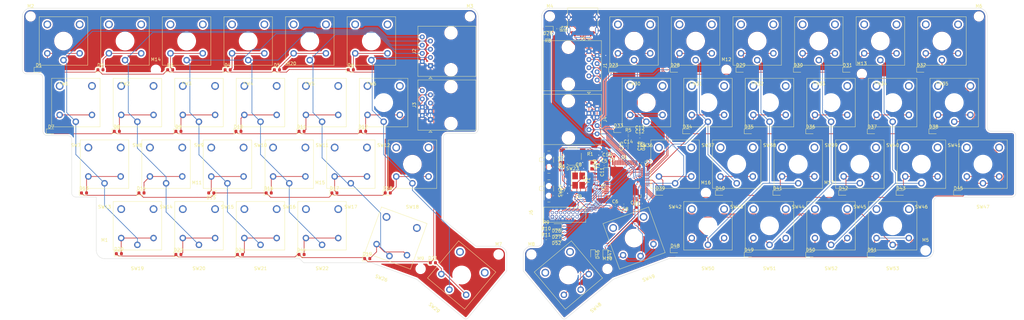
<source format=kicad_pcb>
(kicad_pcb (version 20171130) (host pcbnew 5.1.9)
  (layers (0 F.Cu signal) (31 B.Cu signal) (34 B.Paste user) (35 F.Paste user) (36 B.SilkS user) (37 F.SilkS user) (38 B.Mask user) (39 F.Mask user) (44 Edge.Cuts user))
  (net 0 "")
  (net 1 "Net-(D1-Pad2)")
  (net 2 "Net-(D2-Pad2)")
  (net 3 "Net-(D10-Pad2)")
  (net 4 "Net-(D11-Pad2)")
  (net 5 "Net-(D12-Pad2)")
  (net 6 "Net-(D13-Pad2)")
  (net 7 "Net-(D14-Pad2)")
  (net 8 "Net-(D15-Pad2)")
  (net 9 "Net-(D16-Pad2)")
  (net 10 "Net-(D17-Pad2)")
  (net 11 "Net-(D18-Pad2)")
  (net 12 "Net-(D3-Pad2)")
  (net 13 "Net-(D4-Pad2)")
  (net 14 "Net-(D5-Pad2)")
  (net 15 "Net-(D6-Pad2)")
  (net 16 "Net-(D7-Pad2)")
  (net 17 "Net-(D8-Pad2)")
  (net 18 "Net-(D9-Pad2)")
  (net 19 "Net-(D20-Pad2)")
  (net 20 "Net-(D22-Pad2)")
  (net 21 "Net-(D24-Pad2)")
  (net 22 "Net-(D44-Pad2)")
  (net 23 "Net-(D19-Pad2)")
  (net 24 "Net-(D21-Pad2)")
  (net 25 "Net-(D23-Pad2)")
  (net 26 "Net-(D28-Pad2)")
  (net 27 "Net-(D29-Pad2)")
  (net 28 "Net-(D30-Pad2)")
  (net 29 "Net-(D31-Pad2)")
  (net 30 "Net-(D32-Pad2)")
  (net 31 "Net-(D33-Pad2)")
  (net 32 "Net-(D34-Pad2)")
  (net 33 "Net-(D35-Pad2)")
  (net 34 "Net-(D36-Pad2)")
  (net 35 "Net-(D37-Pad2)")
  (net 36 "Net-(D38-Pad2)")
  (net 37 "Net-(D39-Pad2)")
  (net 38 "Net-(D40-Pad2)")
  (net 39 "Net-(D41-Pad2)")
  (net 40 "Net-(D42-Pad2)")
  (net 41 "Net-(D43-Pad2)")
  (net 42 "Net-(D45-Pad2)")
  (net 43 "Net-(D46-Pad2)")
  (net 44 "Net-(D47-Pad2)")
  (net 45 "Net-(D48-Pad2)")
  (net 46 "Net-(D49-Pad2)")
  (net 47 "Net-(D50-Pad2)")
  (net 48 "Net-(D51-Pad2)")
  (net 49 "Net-(D1-Pad1)")
  (net 50 "Net-(D10-Pad1)")
  (net 51 "Net-(D13-Pad1)")
  (net 52 "Net-(D19-Pad1)")
  (net 53 /ROW1)
  (net 54 /ROW2)
  (net 55 /ROW3)
  (net 56 /ROW4)
  (net 57 /COL1)
  (net 58 /COL2)
  (net 59 /COL3)
  (net 60 /COL4)
  (net 61 /COL5)
  (net 62 /COL6)
  (net 63 GND)
  (net 64 "Net-(J2-Pad8)")
  (net 65 "Net-(J2-Pad7)")
  (net 66 "Net-(J2-Pad6)")
  (net 67 "Net-(J2-Pad5)")
  (net 68 "Net-(J2-Pad4)")
  (net 69 "Net-(J2-Pad3)")
  (net 70 /COL7)
  (net 71 /COL8)
  (net 72 /COL9)
  (net 73 /COL10)
  (net 74 /COL11)
  (net 75 /COL12)
  (net 76 "Net-(J5-PadA5)")
  (net 77 "Net-(J5-PadB5)")
  (net 78 +3V3)
  (net 79 /BOOT0)
  (net 80 "Net-(C2-Pad1)")
  (net 81 /8MHz_OUT)
  (net 82 /8MHz_IN)
  (net 83 /RST)
  (net 84 /32.768kHz_IN)
  (net 85 /32.768kHz_OUT)
  (net 86 /D-)
  (net 87 /D+)
  (net 88 GND1)
  (net 89 +5V)
  (net 90 /JTDO)
  (net 91 /JTDI)
  (net 92 /JTCK)
  (net 93 /JTMS)
  (net 94 /DEBUG_RX)
  (net 95 /DEBUG_TX)
  (net 96 "Net-(C14-Pad1)")
  (net 97 "Net-(C15-Pad1)")
  (net 98 /BOOT1)
  (net 99 "Net-(R6-Pad1)")
  (net 100 "Net-(R7-Pad1)")
  (net 101 "Net-(D25-Pad2)")
  (net 102 /LINKUP)
  (net 103 "Net-(D26-Pad2)")
  (net 104 /LAYER0)
  (net 105 "Net-(D27-Pad2)")
  (net 106 /LAYER1)
  (net 107 "Net-(D52-Pad2)")
  (net 108 /LAYER2)
  (module Package_QFP:LQFP-64_10x10mm_P0.5mm (layer F.Cu) (at 374.269 462.407)
    (fp_text reference U1 (at 0 -7.4) (layer F.SilkS))
    (fp_text value STM32F401RETx)
    (pad 64 smd roundrect (at -3.75 -5.675) (size 0.3 1.55) (layers F.Cu F.Paste F.Mask) (net 78 +3V3))
    (pad 63 smd roundrect (at -3.25 -5.675) (size 0.3 1.55) (layers F.Cu F.Paste F.Mask) (net 63 GND))
    (pad 62 smd roundrect (at -2.75 -5.675) (size 0.3 1.55) (layers F.Cu F.Paste F.Mask))
    (pad 61 smd roundrect (at -2.25 -5.675) (size 0.3 1.55) (layers F.Cu F.Paste F.Mask))
    (pad 60 smd roundrect (at -1.75 -5.675) (size 0.3 1.55) (layers F.Cu F.Paste F.Mask) (net 79 /BOOT0))
    (pad 59 smd roundrect (at -1.25 -5.675) (size 0.3 1.55) (layers F.Cu F.Paste F.Mask) (net 57 /COL1))
    (pad 58 smd roundrect (at -0.75 -5.675) (size 0.3 1.55) (layers F.Cu F.Paste F.Mask) (net 58 /COL2))
    (pad 57 smd roundrect (at -0.25 -5.675) (size 0.3 1.55) (layers F.Cu F.Paste F.Mask) (net 59 /COL3))
    (pad 56 smd roundrect (at 0.25 -5.675) (size 0.3 1.55) (layers F.Cu F.Paste F.Mask) (net 60 /COL4))
    (pad 55 smd roundrect (at 0.75 -5.675) (size 0.3 1.55) (layers F.Cu F.Paste F.Mask) (net 90 /JTDO))
    (pad 54 smd roundrect (at 1.25 -5.675) (size 0.3 1.55) (layers F.Cu F.Paste F.Mask))
    (pad 53 smd roundrect (at 1.75 -5.675) (size 0.3 1.55) (layers F.Cu F.Paste F.Mask))
    (pad 52 smd roundrect (at 2.25 -5.675) (size 0.3 1.55) (layers F.Cu F.Paste F.Mask) (net 61 /COL5))
    (pad 51 smd roundrect (at 2.75 -5.675) (size 0.3 1.55) (layers F.Cu F.Paste F.Mask) (net 62 /COL6))
    (pad 50 smd roundrect (at 3.25 -5.675) (size 0.3 1.55) (layers F.Cu F.Paste F.Mask) (net 91 /JTDI))
    (pad 49 smd roundrect (at 3.75 -5.675) (size 0.3 1.55) (layers F.Cu F.Paste F.Mask) (net 92 /JTCK))
    (pad 48 smd roundrect (at 5.675 -3.75) (size 1.55 0.3) (layers F.Cu F.Paste F.Mask) (net 78 +3V3))
    (pad 47 smd roundrect (at 5.675 -3.25) (size 1.55 0.3) (layers F.Cu F.Paste F.Mask) (net 63 GND))
    (pad 46 smd roundrect (at 5.675 -2.75) (size 1.55 0.3) (layers F.Cu F.Paste F.Mask) (net 93 /JTMS))
    (pad 45 smd roundrect (at 5.675 -2.25) (size 1.55 0.3) (layers F.Cu F.Paste F.Mask) (net 87 /D+))
    (pad 44 smd roundrect (at 5.675 -1.75) (size 1.55 0.3) (layers F.Cu F.Paste F.Mask) (net 86 /D-))
    (pad 43 smd roundrect (at 5.675 -1.25) (size 1.55 0.3) (layers F.Cu F.Paste F.Mask) (net 53 /ROW1))
    (pad 42 smd roundrect (at 5.675 -0.75) (size 1.55 0.3) (layers F.Cu F.Paste F.Mask) (net 54 /ROW2))
    (pad 41 smd roundrect (at 5.675 -0.25) (size 1.55 0.3) (layers F.Cu F.Paste F.Mask) (net 55 /ROW3))
    (pad 40 smd roundrect (at 5.675 0.25) (size 1.55 0.3) (layers F.Cu F.Paste F.Mask) (net 56 /ROW4))
    (pad 39 smd roundrect (at 5.675 0.75) (size 1.55 0.3) (layers F.Cu F.Paste F.Mask) (net 70 /COL7))
    (pad 38 smd roundrect (at 5.675 1.25) (size 1.55 0.3) (layers F.Cu F.Paste F.Mask) (net 71 /COL8))
    (pad 37 smd roundrect (at 5.675 1.75) (size 1.55 0.3) (layers F.Cu F.Paste F.Mask) (net 75 /COL12))
    (pad 36 smd roundrect (at 5.675 2.25) (size 1.55 0.3) (layers F.Cu F.Paste F.Mask) (net 74 /COL11))
    (pad 35 smd roundrect (at 5.675 2.75) (size 1.55 0.3) (layers F.Cu F.Paste F.Mask) (net 73 /COL10))
    (pad 34 smd roundrect (at 5.675 3.25) (size 1.55 0.3) (layers F.Cu F.Paste F.Mask) (net 72 /COL9))
    (pad 33 smd roundrect (at 5.675 3.75) (size 1.55 0.3) (layers F.Cu F.Paste F.Mask))
    (pad 32 smd roundrect (at 3.75 5.675) (size 0.3 1.55) (layers F.Cu F.Paste F.Mask) (net 78 +3V3))
    (pad 31 smd roundrect (at 3.25 5.675) (size 0.3 1.55) (layers F.Cu F.Paste F.Mask) (net 63 GND))
    (pad 30 smd roundrect (at 2.75 5.675) (size 0.3 1.55) (layers F.Cu F.Paste F.Mask) (net 80 "Net-(C2-Pad1)"))
    (pad 29 smd roundrect (at 2.25 5.675) (size 0.3 1.55) (layers F.Cu F.Paste F.Mask))
    (pad 28 smd roundrect (at 1.75 5.675) (size 0.3 1.55) (layers F.Cu F.Paste F.Mask) (net 98 /BOOT1))
    (pad 27 smd roundrect (at 1.25 5.675) (size 0.3 1.55) (layers F.Cu F.Paste F.Mask))
    (pad 26 smd roundrect (at 0.75 5.675) (size 0.3 1.55) (layers F.Cu F.Paste F.Mask))
    (pad 25 smd roundrect (at 0.25 5.675) (size 0.3 1.55) (layers F.Cu F.Paste F.Mask))
    (pad 24 smd roundrect (at -0.25 5.675) (size 0.3 1.55) (layers F.Cu F.Paste F.Mask))
    (pad 23 smd roundrect (at -0.75 5.675) (size 0.3 1.55) (layers F.Cu F.Paste F.Mask))
    (pad 22 smd roundrect (at -1.25 5.675) (size 0.3 1.55) (layers F.Cu F.Paste F.Mask))
    (pad 21 smd roundrect (at -1.75 5.675) (size 0.3 1.55) (layers F.Cu F.Paste F.Mask))
    (pad 20 smd roundrect (at -2.25 5.675) (size 0.3 1.55) (layers F.Cu F.Paste F.Mask))
    (pad 19 smd roundrect (at -2.75 5.675) (size 0.3 1.55) (layers F.Cu F.Paste F.Mask) (net 78 +3V3))
    (pad 18 smd roundrect (at -3.25 5.675) (size 0.3 1.55) (layers F.Cu F.Paste F.Mask) (net 63 GND))
    (pad 17 smd roundrect (at -3.75 5.675) (size 0.3 1.55) (layers F.Cu F.Paste F.Mask) (net 94 /DEBUG_RX))
    (pad 16 smd roundrect (at -5.675 3.75) (size 1.55 0.3) (layers F.Cu F.Paste F.Mask) (net 95 /DEBUG_TX))
    (pad 15 smd roundrect (at -5.675 3.25) (size 1.55 0.3) (layers F.Cu F.Paste F.Mask) (net 108 /LAYER2))
    (pad 14 smd roundrect (at -5.675 2.75) (size 1.55 0.3) (layers F.Cu F.Paste F.Mask) (net 106 /LAYER1))
    (pad 13 smd roundrect (at -5.675 2.25) (size 1.55 0.3) (layers F.Cu F.Paste F.Mask) (net 78 +3V3))
    (pad 12 smd roundrect (at -5.675 1.75) (size 1.55 0.3) (layers F.Cu F.Paste F.Mask) (net 63 GND))
    (pad 11 smd roundrect (at -5.675 1.25) (size 1.55 0.3) (layers F.Cu F.Paste F.Mask))
    (pad 10 smd roundrect (at -5.675 0.75) (size 1.55 0.3) (layers F.Cu F.Paste F.Mask))
    (pad 9 smd roundrect (at -5.675 0.25) (size 1.55 0.3) (layers F.Cu F.Paste F.Mask) (net 104 /LAYER0))
    (pad 8 smd roundrect (at -5.675 -0.25) (size 1.55 0.3) (layers F.Cu F.Paste F.Mask) (net 102 /LINKUP))
    (pad 7 smd roundrect (at -5.675 -0.75) (size 1.55 0.3) (layers F.Cu F.Paste F.Mask) (net 83 /RST))
    (pad 6 smd roundrect (at -5.675 -1.25) (size 1.55 0.3) (layers F.Cu F.Paste F.Mask) (net 81 /8MHz_OUT))
    (pad 5 smd roundrect (at -5.675 -1.75) (size 1.55 0.3) (layers F.Cu F.Paste F.Mask) (net 82 /8MHz_IN))
    (pad 4 smd roundrect (at -5.675 -2.25) (size 1.55 0.3) (layers F.Cu F.Paste F.Mask) (net 85 /32.768kHz_OUT))
    (pad 3 smd roundrect (at -5.675 -2.75) (size 1.55 0.3) (layers F.Cu F.Paste F.Mask) (net 84 /32.768kHz_IN))
    (pad 2 smd roundrect (at -5.675 -3.25) (size 1.55 0.3) (layers F.Cu F.Paste F.Mask))
    (pad 1 smd roundrect (at -5.675 -3.75) (size 1.55 0.3) (layers F.Cu F.Paste F.Mask) (net 78 +3V3))
  )
  (module folivora:IDC-Header_2x07_P1.27mm_Vertical (layer F.Cu) (at 351.917 473.456 90)
    (fp_text reference J6 (at 1.27 -6.604 90) (layer F.SilkS))
    (fp_text value STLinkV3)
    (pad 14 thru_hole oval (at 1.27 7.62 90) (size 1 1) (drill 0.65) (layers *.Cu *.Mask) (net 94 /DEBUG_RX))
    (pad 13 thru_hole oval (at 0 7.62 90) (size 1 1) (drill 0.65) (layers *.Cu *.Mask) (net 95 /DEBUG_TX))
    (pad 12 thru_hole oval (at 1.27 6.35 90) (size 1 1) (drill 0.65) (layers *.Cu *.Mask) (net 83 /RST))
    (pad 11 thru_hole oval (at 0 6.35 90) (size 1 1) (drill 0.65) (layers *.Cu *.Mask) (net 63 GND))
    (pad 10 thru_hole oval (at 1.27 5.08 90) (size 1 1) (drill 0.65) (layers *.Cu *.Mask) (net 91 /JTDI))
    (pad 9 thru_hole oval (at 0 5.08 90) (size 1 1) (drill 0.65) (layers *.Cu *.Mask))
    (pad 8 thru_hole oval (at 1.27 3.81 90) (size 1 1) (drill 0.65) (layers *.Cu *.Mask) (net 90 /JTDO))
    (pad 7 thru_hole oval (at 0 3.81 90) (size 1 1) (drill 0.65) (layers *.Cu *.Mask) (net 63 GND))
    (pad 6 thru_hole oval (at 1.27 2.54 90) (size 1 1) (drill 0.65) (layers *.Cu *.Mask) (net 92 /JTCK))
    (pad 5 thru_hole oval (at 0 2.54 90) (size 1 1) (drill 0.65) (layers *.Cu *.Mask) (net 63 GND))
    (pad 4 thru_hole oval (at 1.27 1.27 90) (size 1 1) (drill 0.65) (layers *.Cu *.Mask) (net 93 /JTMS))
    (pad 3 thru_hole oval (at 0 1.27 90) (size 1 1) (drill 0.65) (layers *.Cu *.Mask) (net 78 +3V3))
    (pad 2 thru_hole oval (at 1.27 0 90) (size 1 1) (drill 0.65) (layers *.Cu *.Mask))
    (pad 1 thru_hole rect (at 0 0 90) (size 1 1) (drill 0.65) (layers *.Cu *.Mask))
  )
  (module Resistor_SMD:R_0402_1005Metric_Pad0.72x0.64mm_HandSolder (layer F.Cu) (at 350.012 480.187)
    (fp_text reference R11 (at 0 -1.17) (layer F.SilkS))
    (fp_text value 220ohm)
    (pad 2 smd roundrect (at 0.5975 0) (size 0.715 0.64) (layers F.Cu F.Paste F.Mask) (net 107 "Net-(D52-Pad2)"))
    (pad 1 smd roundrect (at -0.5975 0) (size 0.715 0.64) (layers F.Cu F.Paste F.Mask) (net 78 +3V3))
  )
  (module Resistor_SMD:R_0402_1005Metric_Pad0.72x0.64mm_HandSolder (layer F.Cu) (at 350.012 478.282)
    (fp_text reference R10 (at 0 -1.17) (layer F.SilkS))
    (fp_text value 220ohm)
    (pad 2 smd roundrect (at 0.5975 0) (size 0.715 0.64) (layers F.Cu F.Paste F.Mask) (net 105 "Net-(D27-Pad2)"))
    (pad 1 smd roundrect (at -0.5975 0) (size 0.715 0.64) (layers F.Cu F.Paste F.Mask) (net 78 +3V3))
  )
  (module Resistor_SMD:R_0402_1005Metric_Pad0.72x0.64mm_HandSolder (layer F.Cu) (at 350.012 476.377)
    (fp_text reference R9 (at 0 -1.17) (layer F.SilkS))
    (fp_text value 220ohm)
    (pad 2 smd roundrect (at 0.5975 0) (size 0.715 0.64) (layers F.Cu F.Paste F.Mask) (net 103 "Net-(D26-Pad2)"))
    (pad 1 smd roundrect (at -0.5975 0) (size 0.715 0.64) (layers F.Cu F.Paste F.Mask) (net 78 +3V3))
  )
  (module Resistor_SMD:R_0402_1005Metric_Pad0.72x0.64mm_HandSolder (layer F.Cu) (at 350.52 417.83 180)
    (fp_text reference R8 (at 0 -1.17) (layer F.SilkS))
    (fp_text value 220ohm)
    (pad 2 smd roundrect (at 0.5975 0 180) (size 0.715 0.64) (layers F.Cu F.Paste F.Mask) (net 101 "Net-(D25-Pad2)"))
    (pad 1 smd roundrect (at -0.5975 0 180) (size 0.715 0.64) (layers F.Cu F.Paste F.Mask) (net 78 +3V3))
  )
  (module LED_SMD:LED_0603_1608Metric_Pad1.05x0.95mm_HandSolder (layer F.Cu) (at 353.187 480.187 180)
    (fp_text reference D52 (at 0 -1.43) (layer F.SilkS))
    (fp_text value L2)
    (pad 2 smd roundrect (at 0.875 0 180) (size 1.05 0.95) (layers F.Cu F.Paste F.Mask) (net 107 "Net-(D52-Pad2)"))
    (pad 1 smd roundrect (at -0.875 0 180) (size 1.05 0.95) (layers F.Cu F.Paste F.Mask) (net 108 /LAYER2))
  )
  (module LED_SMD:LED_0603_1608Metric_Pad1.05x0.95mm_HandSolder (layer F.Cu) (at 353.187 478.282 180)
    (fp_text reference D27 (at 0 -1.43) (layer F.SilkS))
    (fp_text value L1)
    (pad 2 smd roundrect (at 0.875 0 180) (size 1.05 0.95) (layers F.Cu F.Paste F.Mask) (net 105 "Net-(D27-Pad2)"))
    (pad 1 smd roundrect (at -0.875 0 180) (size 1.05 0.95) (layers F.Cu F.Paste F.Mask) (net 106 /LAYER1))
  )
  (module LED_SMD:LED_0603_1608Metric_Pad1.05x0.95mm_HandSolder (layer F.Cu) (at 353.187 476.377 180)
    (fp_text reference D26 (at 0 -1.43) (layer F.SilkS))
    (fp_text value L0)
    (pad 2 smd roundrect (at 0.875 0 180) (size 1.05 0.95) (layers F.Cu F.Paste F.Mask) (net 103 "Net-(D26-Pad2)"))
    (pad 1 smd roundrect (at -0.875 0 180) (size 1.05 0.95) (layers F.Cu F.Paste F.Mask) (net 104 /LAYER0))
  )
  (module LED_SMD:LED_0603_1608Metric_Pad1.05x0.95mm_HandSolder (layer F.Cu) (at 350.52 415.29 180)
    (fp_text reference D25 (at 0 -1.43) (layer F.SilkS))
    (fp_text value LINKUP)
    (pad 2 smd roundrect (at 0.875 0 180) (size 1.05 0.95) (layers F.Cu F.Paste F.Mask) (net 101 "Net-(D25-Pad2)"))
    (pad 1 smd roundrect (at -0.875 0 180) (size 1.05 0.95) (layers F.Cu F.Paste F.Mask) (net 102 /LINKUP))
  )
  (module Resistor_SMD:R_0402_1005Metric_Pad0.72x0.64mm_HandSolder (layer F.Cu) (at 355.092 466.344)
    (fp_text reference R7 (at 0 -1.17) (layer F.SilkS))
    (fp_text value 10kohm)
    (pad 2 smd roundrect (at 0.5975 0) (size 0.715 0.64) (layers F.Cu F.Paste F.Mask) (net 79 /BOOT0))
    (pad 1 smd roundrect (at -0.5975 0) (size 0.715 0.64) (layers F.Cu F.Paste F.Mask) (net 100 "Net-(R7-Pad1)"))
  )
  (module Resistor_SMD:R_0402_1005Metric_Pad0.72x0.64mm_HandSolder (layer F.Cu) (at 354.965 459.105)
    (fp_text reference R6 (at 0 -1.17) (layer F.SilkS))
    (fp_text value 10kohm)
    (pad 2 smd roundrect (at 0.5975 0) (size 0.715 0.64) (layers F.Cu F.Paste F.Mask) (net 98 /BOOT1))
    (pad 1 smd roundrect (at -0.5975 0) (size 0.715 0.64) (layers F.Cu F.Paste F.Mask) (net 99 "Net-(R6-Pad1)"))
  )
  (module Capacitor_SMD:C_0402_1005Metric_Pad0.74x0.62mm_HandSolder (layer F.Cu) (at 368.808 453.136 180)
    (fp_text reference C19 (at 0 -1.16) (layer F.SilkS))
    (fp_text value 0.1uF)
    (pad 2 smd roundrect (at 0.5675 0 180) (size 0.735 0.62) (layers F.Cu F.Paste F.Mask) (net 63 GND))
    (pad 1 smd roundrect (at -0.5675 0 180) (size 0.735 0.62) (layers F.Cu F.Paste F.Mask) (net 79 /BOOT0))
  )
  (module Capacitor_SMD:C_0402_1005Metric_Pad0.74x0.62mm_HandSolder (layer F.Cu) (at 374.015 469.9 180)
    (fp_text reference C18 (at 0 -1.16) (layer F.SilkS))
    (fp_text value 0.1uF)
    (pad 2 smd roundrect (at 0.5675 0 180) (size 0.735 0.62) (layers F.Cu F.Paste F.Mask) (net 63 GND))
    (pad 1 smd roundrect (at -0.5675 0 180) (size 0.735 0.62) (layers F.Cu F.Paste F.Mask) (net 98 /BOOT1))
  )
  (module Package_TO_SOT_SMD:SOT-23-5 (layer F.Cu) (at 376.936 451.612 270)
    (fp_text reference U2 (at 0 -2.9 90) (layer F.SilkS))
    (fp_text value AP131-33)
    (pad 5 smd rect (at 1.1 -0.95 270) (size 1.06 0.65) (layers F.Cu F.Paste F.Mask) (net 78 +3V3))
    (pad 4 smd rect (at 1.1 0.95 270) (size 1.06 0.65) (layers F.Cu F.Paste F.Mask) (net 97 "Net-(C15-Pad1)"))
    (pad 3 smd rect (at -1.1 0.95 270) (size 1.06 0.65) (layers F.Cu F.Paste F.Mask) (net 96 "Net-(C14-Pad1)"))
    (pad 2 smd rect (at -1.1 0 270) (size 1.06 0.65) (layers F.Cu F.Paste F.Mask) (net 63 GND))
    (pad 1 smd rect (at -1.1 -0.95 270) (size 1.06 0.65) (layers F.Cu F.Paste F.Mask) (net 89 +5V))
  )
  (module Connector_RJ:RJ45_Amphenol_54602-x08_Horizontal (layer F.Cu) (at 363.22 438.912 270)
    (fp_text reference J4 (at 4.445 -5 90) (layer F.SilkS))
    (fp_text value RJ45)
    (pad 8 thru_hole circle (at 8.89 -2.54 270) (size 1.5 1.5) (drill 0.76) (layers *.Cu *.Mask) (net 53 /ROW1))
    (pad 7 thru_hole circle (at 7.62 0 270) (size 1.5 1.5) (drill 0.76) (layers *.Cu *.Mask) (net 54 /ROW2))
    (pad 6 thru_hole circle (at 6.35 -2.54 270) (size 1.5 1.5) (drill 0.76) (layers *.Cu *.Mask) (net 55 /ROW3))
    (pad 5 thru_hole circle (at 5.08 0 270) (size 1.5 1.5) (drill 0.76) (layers *.Cu *.Mask) (net 56 /ROW4))
    (pad 4 thru_hole circle (at 3.81 -2.54 270) (size 1.5 1.5) (drill 0.76) (layers *.Cu *.Mask) (net 63 GND))
    (pad 3 thru_hole circle (at 2.54 0 270) (size 1.5 1.5) (drill 0.76) (layers *.Cu *.Mask) (net 63 GND))
    (pad 2 thru_hole circle (at 1.27 -2.54 270) (size 1.5 1.5) (drill 0.76) (layers *.Cu *.Mask) (net 63 GND))
    (pad 1 thru_hole rect (at 0 0 270) (size 1.5 1.5) (drill 0.76) (layers *.Cu *.Mask) (net 63 GND))
    (pad "" np_thru_hole circle (at -1.27 6.35 270) (size 3.2 3.2) (drill 3.2) (layers *.Cu *.Mask))
    (pad "" np_thru_hole circle (at 10.16 6.35 270) (size 3.2 3.2) (drill 3.2) (layers *.Cu *.Mask))
  )
  (module Resistor_SMD:R_0402_1005Metric_Pad0.72x0.64mm_HandSolder (layer F.Cu) (at 375.412 447.802)
    (fp_text reference R5 (at 0 -1.17) (layer F.SilkS))
    (fp_text value 10kohm)
    (pad 2 smd roundrect (at 0.5975 0) (size 0.715 0.64) (layers F.Cu F.Paste F.Mask) (net 96 "Net-(C14-Pad1)"))
    (pad 1 smd roundrect (at -0.5975 0) (size 0.715 0.64) (layers F.Cu F.Paste F.Mask) (net 89 +5V))
  )
  (module Capacitor_SMD:C_0603_1608Metric_Pad1.08x0.95mm_HandSolder (layer F.Cu) (at 381.508 451.612 90)
    (fp_text reference C17 (at 0 -1.43 90) (layer F.SilkS))
    (fp_text value 4.7uF)
    (pad 2 smd roundrect (at 0.8625 0 90) (size 1.075 0.95) (layers F.Cu F.Paste F.Mask) (net 63 GND))
    (pad 1 smd roundrect (at -0.8625 0 90) (size 1.075 0.95) (layers F.Cu F.Paste F.Mask) (net 78 +3V3))
  )
  (module Capacitor_SMD:C_0402_1005Metric_Pad0.74x0.62mm_HandSolder (layer F.Cu) (at 379.984 451.612 90)
    (fp_text reference C16 (at 0 -1.16 90) (layer F.SilkS))
    (fp_text value 0.1uF)
    (pad 2 smd roundrect (at 0.5675 0 90) (size 0.735 0.62) (layers F.Cu F.Paste F.Mask) (net 63 GND))
    (pad 1 smd roundrect (at -0.5675 0 90) (size 0.735 0.62) (layers F.Cu F.Paste F.Mask) (net 78 +3V3))
  )
  (module Capacitor_SMD:C_0402_1005Metric_Pad0.74x0.62mm_HandSolder (layer F.Cu) (at 374.396 451.612 90)
    (fp_text reference C15 (at 0 -1.16 90) (layer F.SilkS))
    (fp_text value 0.1nF)
    (pad 2 smd roundrect (at 0.5675 0 90) (size 0.735 0.62) (layers F.Cu F.Paste F.Mask) (net 63 GND))
    (pad 1 smd roundrect (at -0.5675 0 90) (size 0.735 0.62) (layers F.Cu F.Paste F.Mask) (net 97 "Net-(C15-Pad1)"))
  )
  (module Capacitor_SMD:C_0402_1005Metric_Pad0.74x0.62mm_HandSolder (layer F.Cu) (at 375.412 449.072 180)
    (fp_text reference C14 (at 0 -1.16) (layer F.SilkS))
    (fp_text value 0.1uF)
    (pad 2 smd roundrect (at 0.5675 0 180) (size 0.735 0.62) (layers F.Cu F.Paste F.Mask) (net 63 GND))
    (pad 1 smd roundrect (at -0.5675 0 180) (size 0.735 0.62) (layers F.Cu F.Paste F.Mask) (net 96 "Net-(C14-Pad1)"))
  )
  (module Capacitor_SMD:C_0402_1005Metric_Pad0.74x0.62mm_HandSolder (layer F.Cu) (at 378.968 447.04)
    (fp_text reference C13 (at 0 -1.16) (layer F.SilkS))
    (fp_text value 0.1uF)
    (pad 2 smd roundrect (at 0.5675 0) (size 0.735 0.62) (layers F.Cu F.Paste F.Mask) (net 63 GND))
    (pad 1 smd roundrect (at -0.5675 0) (size 0.735 0.62) (layers F.Cu F.Paste F.Mask) (net 89 +5V))
  )
  (module Capacitor_SMD:C_0603_1608Metric_Pad1.08x0.95mm_HandSolder (layer F.Cu) (at 378.968 448.564)
    (fp_text reference C12 (at 0 -1.43) (layer F.SilkS))
    (fp_text value 4.7uF)
    (pad 2 smd roundrect (at 0.8625 0) (size 1.075 0.95) (layers F.Cu F.Paste F.Mask) (net 63 GND))
    (pad 1 smd roundrect (at -0.8625 0) (size 1.075 0.95) (layers F.Cu F.Paste F.Mask) (net 89 +5V))
  )
  (module Resistor_SMD:R_0402_1005Metric_Pad0.72x0.64mm_HandSolder (layer F.Cu) (at 353.695 415.29 270)
    (fp_text reference R4 (at 0 -1.17 90) (layer F.SilkS))
    (fp_text value 5.1kohm)
    (pad 2 smd roundrect (at 0.5975 0 270) (size 0.715 0.64) (layers F.Cu F.Paste F.Mask) (net 63 GND))
    (pad 1 smd roundrect (at -0.5975 0 270) (size 0.715 0.64) (layers F.Cu F.Paste F.Mask) (net 76 "Net-(J5-PadA5)"))
  )
  (module Resistor_SMD:R_0402_1005Metric_Pad0.72x0.64mm_HandSolder (layer F.Cu) (at 354.965 415.29 270)
    (fp_text reference R3 (at 0 -1.17 90) (layer F.SilkS))
    (fp_text value 5.1kohm)
    (pad 2 smd roundrect (at 0.5975 0 270) (size 0.715 0.64) (layers F.Cu F.Paste F.Mask) (net 63 GND))
    (pad 1 smd roundrect (at -0.5975 0 270) (size 0.715 0.64) (layers F.Cu F.Paste F.Mask) (net 77 "Net-(J5-PadB5)"))
  )
  (module Crystal:Crystal_SMD_2012-2Pin_2.0x1.2mm_HandSoldering (layer F.Cu) (at 364.236 457.708 270)
    (fp_text reference Y2 (at 0 -1.8 90) (layer F.SilkS))
    (fp_text value 32.768kHz)
    (pad 2 smd rect (at 0.925 0 270) (size 1.05 1.1) (layers F.Cu F.Paste F.Mask) (net 85 /32.768kHz_OUT))
    (pad 1 smd rect (at -0.925 0 270) (size 1.05 1.1) (layers F.Cu F.Paste F.Mask) (net 84 /32.768kHz_IN))
  )
  (module Crystal:Crystal_SMD_SeikoEpson_TSX3225-4Pin_3.2x2.5mm_HandSoldering (layer F.Cu) (at 360.045 462.28 270)
    (fp_text reference Y1 (at 0 -2.95 90) (layer F.SilkS))
    (fp_text value 8MHz)
    (pad 4 smd rect (at -1.45 -1.0875 270) (size 2.1 1.725) (layers F.Cu F.Paste F.Mask) (net 63 GND))
    (pad 3 smd rect (at 1.45 -1.0875 270) (size 2.1 1.725) (layers F.Cu F.Paste F.Mask) (net 81 /8MHz_OUT))
    (pad 2 smd rect (at 1.45 1.0875 270) (size 2.1 1.725) (layers F.Cu F.Paste F.Mask) (net 63 GND))
    (pad 1 smd rect (at -1.45 1.0875 270) (size 2.1 1.725) (layers F.Cu F.Paste F.Mask) (net 82 /8MHz_IN))
  )
  (module Resistor_SMD:R_0402_1005Metric_Pad0.72x0.64mm_HandSolder (layer F.Cu) (at 363.22 461.645 90)
    (fp_text reference R2 (at 0 -1.17 90) (layer F.SilkS))
    (fp_text value 10Mohm)
    (pad 2 smd roundrect (at 0.5975 0 90) (size 0.715 0.64) (layers F.Cu F.Paste F.Mask) (net 82 /8MHz_IN))
    (pad 1 smd roundrect (at -0.5975 0 90) (size 0.715 0.64) (layers F.Cu F.Paste F.Mask) (net 81 /8MHz_OUT))
  )
  (module Capacitor_SMD:C_0402_1005Metric_Pad0.74x0.62mm_HandSolder (layer F.Cu) (at 366.141 459.613 270)
    (fp_text reference C11 (at 0 -1.16 90) (layer F.SilkS))
    (fp_text value 12.5pF)
    (pad 2 smd roundrect (at 0.5675 0 270) (size 0.735 0.62) (layers F.Cu F.Paste F.Mask) (net 63 GND))
    (pad 1 smd roundrect (at -0.5675 0 270) (size 0.735 0.62) (layers F.Cu F.Paste F.Mask) (net 85 /32.768kHz_OUT))
  )
  (module Capacitor_SMD:C_0402_1005Metric_Pad0.74x0.62mm_HandSolder (layer F.Cu) (at 366.141 457.073 90)
    (fp_text reference C10 (at 0 -1.16 90) (layer F.SilkS))
    (fp_text value 12.5pF)
    (pad 2 smd roundrect (at 0.5675 0 90) (size 0.735 0.62) (layers F.Cu F.Paste F.Mask) (net 63 GND))
    (pad 1 smd roundrect (at -0.5675 0 90) (size 0.735 0.62) (layers F.Cu F.Paste F.Mask) (net 84 /32.768kHz_IN))
  )
  (module Capacitor_SMD:C_0402_1005Metric_Pad0.74x0.62mm_HandSolder (layer F.Cu) (at 360.045 466.09 180)
    (fp_text reference C9 (at 0 -1.16) (layer F.SilkS))
    (fp_text value 20pF)
    (pad 2 smd roundrect (at 0.5675 0 180) (size 0.735 0.62) (layers F.Cu F.Paste F.Mask) (net 63 GND))
    (pad 1 smd roundrect (at -0.5675 0 180) (size 0.735 0.62) (layers F.Cu F.Paste F.Mask) (net 81 /8MHz_OUT))
  )
  (module Capacitor_SMD:C_0402_1005Metric_Pad0.74x0.62mm_HandSolder (layer F.Cu) (at 360.045 458.47)
    (fp_text reference C8 (at 0 -1.16) (layer F.SilkS))
    (fp_text value 20pF)
    (pad 2 smd roundrect (at 0.5675 0) (size 0.735 0.62) (layers F.Cu F.Paste F.Mask) (net 63 GND))
    (pad 1 smd roundrect (at -0.5675 0) (size 0.735 0.62) (layers F.Cu F.Paste F.Mask) (net 82 /8MHz_IN))
  )
  (module Resistor_SMD:R_0402_1005Metric_Pad0.72x0.64mm_HandSolder (layer F.Cu) (at 363.601 452.882 180)
    (fp_text reference R1 (at 0 -1.17) (layer F.SilkS))
    (fp_text value 10kohm)
    (pad 2 smd roundrect (at 0.5975 0 180) (size 0.715 0.64) (layers F.Cu F.Paste F.Mask) (net 83 /RST))
    (pad 1 smd roundrect (at -0.5975 0 180) (size 0.715 0.64) (layers F.Cu F.Paste F.Mask) (net 78 +3V3))
  )
  (module Capacitor_SMD:C_0402_1005Metric_Pad0.74x0.62mm_HandSolder (layer F.Cu) (at 370.459 454.787 180)
    (fp_text reference C7 (at 0 -1.16) (layer F.SilkS))
    (fp_text value 0.1uF)
    (pad 2 smd roundrect (at 0.5675 0 180) (size 0.735 0.62) (layers F.Cu F.Paste F.Mask) (net 78 +3V3))
    (pad 1 smd roundrect (at -0.5675 0 180) (size 0.735 0.62) (layers F.Cu F.Paste F.Mask) (net 63 GND))
  )
  (module Capacitor_SMD:C_0402_1005Metric_Pad0.74x0.62mm_HandSolder (layer F.Cu) (at 371.348 469.9)
    (fp_text reference C6 (at 0 -1.16) (layer F.SilkS))
    (fp_text value 0.1uF)
    (pad 2 smd roundrect (at 0.5675 0) (size 0.735 0.62) (layers F.Cu F.Paste F.Mask) (net 78 +3V3))
    (pad 1 smd roundrect (at -0.5675 0) (size 0.735 0.62) (layers F.Cu F.Paste F.Mask) (net 63 GND))
  )
  (module Capacitor_SMD:C_0402_1005Metric_Pad0.74x0.62mm_HandSolder (layer F.Cu) (at 367.919 457.327)
    (fp_text reference C5 (at 0 -1.16) (layer F.SilkS))
    (fp_text value 0.1uF)
    (pad 2 smd roundrect (at 0.5675 0) (size 0.735 0.62) (layers F.Cu F.Paste F.Mask) (net 78 +3V3))
    (pad 1 smd roundrect (at -0.5675 0) (size 0.735 0.62) (layers F.Cu F.Paste F.Mask) (net 63 GND))
  )
  (module Capacitor_SMD:C_0402_1005Metric_Pad0.74x0.62mm_HandSolder (layer F.Cu) (at 379.984 456.692 270)
    (fp_text reference C4 (at 0 -1.16 90) (layer F.SilkS))
    (fp_text value 0.1uF)
    (pad 2 smd roundrect (at 0.5675 0 270) (size 0.735 0.62) (layers F.Cu F.Paste F.Mask) (net 78 +3V3))
    (pad 1 smd roundrect (at -0.5675 0 270) (size 0.735 0.62) (layers F.Cu F.Paste F.Mask) (net 63 GND))
  )
  (module Capacitor_SMD:C_0402_1005Metric_Pad0.74x0.62mm_HandSolder (layer F.Cu) (at 366.649 464.312 270)
    (fp_text reference C3 (at 0 -1.16 90) (layer F.SilkS))
    (fp_text value 0.1uF)
    (pad 2 smd roundrect (at 0.5675 0 270) (size 0.735 0.62) (layers F.Cu F.Paste F.Mask) (net 78 +3V3))
    (pad 1 smd roundrect (at -0.5675 0 270) (size 0.735 0.62) (layers F.Cu F.Paste F.Mask) (net 63 GND))
  )
  (module Capacitor_SMD:C_0603_1608Metric_Pad1.08x0.95mm_HandSolder (layer F.Cu) (at 377.063 470.535)
    (fp_text reference C2 (at 0 -1.43) (layer F.SilkS))
    (fp_text value 4.7uF)
    (pad 2 smd roundrect (at 0.8625 0) (size 1.075 0.95) (layers F.Cu F.Paste F.Mask) (net 63 GND))
    (pad 1 smd roundrect (at -0.8625 0) (size 1.075 0.95) (layers F.Cu F.Paste F.Mask) (net 80 "Net-(C2-Pad1)"))
  )
  (module Capacitor_SMD:C_0402_1005Metric_Pad0.74x0.62mm_HandSolder (layer F.Cu) (at 379.349 469.392 90)
    (fp_text reference C1 (at 0 -1.16 90) (layer F.SilkS))
    (fp_text value 0.1uF)
    (pad 2 smd roundrect (at 0.5675 0 90) (size 0.735 0.62) (layers F.Cu F.Paste F.Mask) (net 78 +3V3))
    (pad 1 smd roundrect (at -0.5675 0 90) (size 0.735 0.62) (layers F.Cu F.Paste F.Mask) (net 63 GND))
  )
  (module Connector_RJ:RJ45_Amphenol_54602-x08_Horizontal (layer F.Cu) (at 314.198 426.72 90)
    (fp_text reference J2 (at 4.445 -5 90) (layer F.SilkS))
    (fp_text value RJ45)
    (pad 8 thru_hole circle (at 8.89 -2.54 90) (size 1.5 1.5) (drill 0.76) (layers *.Cu *.Mask) (net 64 "Net-(J2-Pad8)"))
    (pad 7 thru_hole circle (at 7.62 0 90) (size 1.5 1.5) (drill 0.76) (layers *.Cu *.Mask) (net 65 "Net-(J2-Pad7)"))
    (pad 6 thru_hole circle (at 6.35 -2.54 90) (size 1.5 1.5) (drill 0.76) (layers *.Cu *.Mask) (net 66 "Net-(J2-Pad6)"))
    (pad 5 thru_hole circle (at 5.08 0 90) (size 1.5 1.5) (drill 0.76) (layers *.Cu *.Mask) (net 67 "Net-(J2-Pad5)"))
    (pad 4 thru_hole circle (at 3.81 -2.54 90) (size 1.5 1.5) (drill 0.76) (layers *.Cu *.Mask) (net 68 "Net-(J2-Pad4)"))
    (pad 3 thru_hole circle (at 2.54 0 90) (size 1.5 1.5) (drill 0.76) (layers *.Cu *.Mask) (net 69 "Net-(J2-Pad3)"))
    (pad 2 thru_hole circle (at 1.27 -2.54 90) (size 1.5 1.5) (drill 0.76) (layers *.Cu *.Mask) (net 88 GND1))
    (pad 1 thru_hole rect (at 0 0 90) (size 1.5 1.5) (drill 0.76) (layers *.Cu *.Mask) (net 88 GND1))
    (pad "" np_thru_hole circle (at -1.27 6.35 90) (size 3.2 3.2) (drill 3.2) (layers *.Cu *.Mask))
    (pad "" np_thru_hole circle (at 10.16 6.35 90) (size 3.2 3.2) (drill 3.2) (layers *.Cu *.Mask))
  )
  (module Connector_RJ:RJ45_Amphenol_54602-x08_Horizontal (layer F.Cu) (at 314.198 443.357 90)
    (fp_text reference J3 (at 4.445 -5 90) (layer F.SilkS))
    (fp_text value RJ45)
    (pad 8 thru_hole circle (at 8.89 -2.54 90) (size 1.5 1.5) (drill 0.76) (layers *.Cu *.Mask) (net 49 "Net-(D1-Pad1)"))
    (pad 7 thru_hole circle (at 7.62 0 90) (size 1.5 1.5) (drill 0.76) (layers *.Cu *.Mask) (net 50 "Net-(D10-Pad1)"))
    (pad 6 thru_hole circle (at 6.35 -2.54 90) (size 1.5 1.5) (drill 0.76) (layers *.Cu *.Mask) (net 51 "Net-(D13-Pad1)"))
    (pad 5 thru_hole circle (at 5.08 0 90) (size 1.5 1.5) (drill 0.76) (layers *.Cu *.Mask) (net 52 "Net-(D19-Pad1)"))
    (pad 4 thru_hole circle (at 3.81 -2.54 90) (size 1.5 1.5) (drill 0.76) (layers *.Cu *.Mask) (net 88 GND1))
    (pad 3 thru_hole circle (at 2.54 0 90) (size 1.5 1.5) (drill 0.76) (layers *.Cu *.Mask) (net 88 GND1))
    (pad 2 thru_hole circle (at 1.27 -2.54 90) (size 1.5 1.5) (drill 0.76) (layers *.Cu *.Mask) (net 88 GND1))
    (pad 1 thru_hole rect (at 0 0 90) (size 1.5 1.5) (drill 0.76) (layers *.Cu *.Mask) (net 88 GND1))
    (pad "" np_thru_hole circle (at -1.27 6.35 90) (size 3.2 3.2) (drill 3.2) (layers *.Cu *.Mask))
    (pad "" np_thru_hole circle (at 10.16 6.35 90) (size 3.2 3.2) (drill 3.2) (layers *.Cu *.Mask))
  )
  (module Button_Switch_SMD:SW_SPDT_PCM12 (layer F.Cu) (at 351.155 456.565 270)
    (fp_text reference SW25 (at 0 -3.2 90) (layer F.SilkS))
    (fp_text value BOOT1)
    (pad "" smd rect (at -3.65 -0.78 270) (size 1 0.8) (layers F.Cu F.Paste F.Mask))
    (pad "" smd rect (at 3.65 -0.78 270) (size 1 0.8) (layers F.Cu F.Paste F.Mask))
    (pad "" smd rect (at 3.65 1.43 270) (size 1 0.8) (layers F.Cu F.Paste F.Mask))
    (pad "" smd rect (at -3.65 1.43 270) (size 1 0.8) (layers F.Cu F.Paste F.Mask))
    (pad 3 smd rect (at 2.25 -1.43 270) (size 0.7 1.5) (layers F.Cu F.Paste F.Mask) (net 63 GND))
    (pad 2 smd rect (at 0.75 -1.43 270) (size 0.7 1.5) (layers F.Cu F.Paste F.Mask) (net 99 "Net-(R6-Pad1)"))
    (pad 1 smd rect (at -2.25 -1.43 270) (size 0.7 1.5) (layers F.Cu F.Paste F.Mask) (net 78 +3V3))
    (pad "" np_thru_hole circle (at 1.5 0.33 270) (size 0.9 0.9) (drill 0.9) (layers *.Cu *.Mask))
    (pad "" np_thru_hole circle (at -1.5 0.33 270) (size 0.9 0.9) (drill 0.9) (layers *.Cu *.Mask))
  )
  (module Button_Switch_SMD:SW_SPDT_PCM12 (layer F.Cu) (at 351.155 465.455 270)
    (fp_text reference SW24 (at 0 -3.2 90) (layer F.SilkS))
    (fp_text value BOOT0)
    (pad "" smd rect (at -3.65 -0.78 270) (size 1 0.8) (layers F.Cu F.Paste F.Mask))
    (pad "" smd rect (at 3.65 -0.78 270) (size 1 0.8) (layers F.Cu F.Paste F.Mask))
    (pad "" smd rect (at 3.65 1.43 270) (size 1 0.8) (layers F.Cu F.Paste F.Mask))
    (pad "" smd rect (at -3.65 1.43 270) (size 1 0.8) (layers F.Cu F.Paste F.Mask))
    (pad 3 smd rect (at 2.25 -1.43 270) (size 0.7 1.5) (layers F.Cu F.Paste F.Mask) (net 63 GND))
    (pad 2 smd rect (at 0.75 -1.43 270) (size 0.7 1.5) (layers F.Cu F.Paste F.Mask) (net 100 "Net-(R7-Pad1)"))
    (pad 1 smd rect (at -2.25 -1.43 270) (size 0.7 1.5) (layers F.Cu F.Paste F.Mask) (net 78 +3V3))
    (pad "" np_thru_hole circle (at 1.5 0.33 270) (size 0.9 0.9) (drill 0.9) (layers *.Cu *.Mask))
    (pad "" np_thru_hole circle (at -1.5 0.33 270) (size 0.9 0.9) (drill 0.9) (layers *.Cu *.Mask))
  )
  (module Button_Switch_SMD:SW_SPST_TL3342 (layer F.Cu) (at 358.14 454.787 180)
    (fp_text reference SW23 (at 0 -3.75) (layer F.SilkS))
    (fp_text value RST)
    (pad 2 smd rect (at 3.15 1.9 180) (size 1.7 1) (layers F.Cu F.Paste F.Mask) (net 83 /RST))
    (pad 2 smd rect (at -3.15 1.9 180) (size 1.7 1) (layers F.Cu F.Paste F.Mask) (net 83 /RST))
    (pad 1 smd rect (at 3.15 -1.9 180) (size 1.7 1) (layers F.Cu F.Paste F.Mask) (net 63 GND))
    (pad 1 smd rect (at -3.15 -1.9 180) (size 1.7 1) (layers F.Cu F.Paste F.Mask) (net 63 GND))
  )
  (module Connector_USB:USB_C_Receptacle_HRO_TYPE-C-31-M-12 (layer F.Cu) (at 361.315 412.75 180)
    (fp_text reference J5 (at 0 -5.645) (layer F.SilkS))
    (fp_text value USB_C_Receptacle_USB2.0)
    (pad B1 smd rect (at 3.25 -4.045 180) (size 0.6 1.45) (layers F.Cu F.Paste F.Mask) (net 63 GND))
    (pad A9 smd rect (at 2.45 -4.045 180) (size 0.6 1.45) (layers F.Cu F.Paste F.Mask) (net 89 +5V))
    (pad B9 smd rect (at -2.45 -4.045 180) (size 0.6 1.45) (layers F.Cu F.Paste F.Mask) (net 89 +5V))
    (pad B12 smd rect (at -3.25 -4.045 180) (size 0.6 1.45) (layers F.Cu F.Paste F.Mask) (net 63 GND))
    (pad A1 smd rect (at -3.25 -4.045 180) (size 0.6 1.45) (layers F.Cu F.Paste F.Mask) (net 63 GND))
    (pad A4 smd rect (at -2.45 -4.045 180) (size 0.6 1.45) (layers F.Cu F.Paste F.Mask) (net 89 +5V))
    (pad B4 smd rect (at 2.45 -4.045 180) (size 0.6 1.45) (layers F.Cu F.Paste F.Mask) (net 89 +5V))
    (pad A12 smd rect (at 3.25 -4.045 180) (size 0.6 1.45) (layers F.Cu F.Paste F.Mask) (net 63 GND))
    (pad B8 smd rect (at -1.75 -4.045 180) (size 0.3 1.45) (layers F.Cu F.Paste F.Mask))
    (pad A5 smd rect (at -1.25 -4.045 180) (size 0.3 1.45) (layers F.Cu F.Paste F.Mask) (net 76 "Net-(J5-PadA5)"))
    (pad B7 smd rect (at -0.75 -4.045 180) (size 0.3 1.45) (layers F.Cu F.Paste F.Mask) (net 86 /D-))
    (pad A7 smd rect (at 0.25 -4.045 180) (size 0.3 1.45) (layers F.Cu F.Paste F.Mask) (net 86 /D-))
    (pad B6 smd rect (at 0.75 -4.045 180) (size 0.3 1.45) (layers F.Cu F.Paste F.Mask) (net 87 /D+))
    (pad A8 smd rect (at 1.25 -4.045 180) (size 0.3 1.45) (layers F.Cu F.Paste F.Mask))
    (pad B5 smd rect (at 1.75 -4.045 180) (size 0.3 1.45) (layers F.Cu F.Paste F.Mask) (net 77 "Net-(J5-PadB5)"))
    (pad A6 smd rect (at -0.25 -4.045 180) (size 0.3 1.45) (layers F.Cu F.Paste F.Mask) (net 87 /D+))
    (pad S1 thru_hole oval (at 4.32 -3.13 180) (size 1 2.1) (drill oval 0.6 1.7) (layers *.Cu *.Mask) (net 63 GND))
    (pad S1 thru_hole oval (at -4.32 -3.13 180) (size 1 2.1) (drill oval 0.6 1.7) (layers *.Cu *.Mask) (net 63 GND))
    (pad "" np_thru_hole circle (at -2.89 -2.6 180) (size 0.65 0.65) (drill 0.65) (layers *.Cu *.Mask))
    (pad S1 thru_hole oval (at -4.32 1.05 180) (size 1 1.6) (drill oval 0.6 1.2) (layers *.Cu *.Mask) (net 63 GND))
    (pad "" np_thru_hole circle (at 2.89 -2.6 180) (size 0.65 0.65) (drill 0.65) (layers *.Cu *.Mask))
    (pad S1 thru_hole oval (at 4.32 1.05 180) (size 1 1.6) (drill oval 0.6 1.2) (layers *.Cu *.Mask) (net 63 GND))
  )
  (module Connector_RJ:RJ45_Amphenol_54602-x08_Horizontal (layer F.Cu) (at 363.22 422.275 270)
    (fp_text reference J1 (at 4.445 -5 90) (layer F.SilkS))
    (fp_text value RJ45)
    (pad 8 thru_hole circle (at 8.89 -2.54 270) (size 1.5 1.5) (drill 0.76) (layers *.Cu *.Mask) (net 57 /COL1))
    (pad 7 thru_hole circle (at 7.62 0 270) (size 1.5 1.5) (drill 0.76) (layers *.Cu *.Mask) (net 58 /COL2))
    (pad 6 thru_hole circle (at 6.35 -2.54 270) (size 1.5 1.5) (drill 0.76) (layers *.Cu *.Mask) (net 59 /COL3))
    (pad 5 thru_hole circle (at 5.08 0 270) (size 1.5 1.5) (drill 0.76) (layers *.Cu *.Mask) (net 60 /COL4))
    (pad 4 thru_hole circle (at 3.81 -2.54 270) (size 1.5 1.5) (drill 0.76) (layers *.Cu *.Mask) (net 61 /COL5))
    (pad 3 thru_hole circle (at 2.54 0 270) (size 1.5 1.5) (drill 0.76) (layers *.Cu *.Mask) (net 62 /COL6))
    (pad 2 thru_hole circle (at 1.27 -2.54 270) (size 1.5 1.5) (drill 0.76) (layers *.Cu *.Mask) (net 63 GND))
    (pad 1 thru_hole rect (at 0 0 270) (size 1.5 1.5) (drill 0.76) (layers *.Cu *.Mask) (net 63 GND))
    (pad "" np_thru_hole circle (at -1.27 6.35 270) (size 3.2 3.2) (drill 3.2) (layers *.Cu *.Mask))
    (pad "" np_thru_hole circle (at 10.16 6.35 270) (size 3.2 3.2) (drill 3.2) (layers *.Cu *.Mask))
  )
  (module Diode_SMD:D_0603_1608Metric (layer F.Cu) (at 450.85 485.14)
    (fp_text reference D51 (at 0 -1.43) (layer F.SilkS))
    (fp_text value D)
    (pad 2 smd roundrect (at 0.7875 0) (size 0.875 0.95) (layers F.Cu F.Paste F.Mask) (net 48 "Net-(D51-Pad2)"))
    (pad 1 smd roundrect (at -0.7875 0) (size 0.875 0.95) (layers F.Cu F.Paste F.Mask) (net 56 /ROW4))
  )
  (module Diode_SMD:D_0603_1608Metric (layer F.Cu) (at 431.8 485.14)
    (fp_text reference D50 (at 0 -1.43) (layer F.SilkS))
    (fp_text value D)
    (pad 2 smd roundrect (at 0.7875 0) (size 0.875 0.95) (layers F.Cu F.Paste F.Mask) (net 47 "Net-(D50-Pad2)"))
    (pad 1 smd roundrect (at -0.7875 0) (size 0.875 0.95) (layers F.Cu F.Paste F.Mask) (net 56 /ROW4))
  )
  (module Diode_SMD:D_0603_1608Metric (layer F.Cu) (at 412.75 485.14)
    (fp_text reference D49 (at 0 -1.43) (layer F.SilkS))
    (fp_text value D)
    (pad 2 smd roundrect (at 0.7875 0) (size 0.875 0.95) (layers F.Cu F.Paste F.Mask) (net 46 "Net-(D49-Pad2)"))
    (pad 1 smd roundrect (at -0.7875 0) (size 0.875 0.95) (layers F.Cu F.Paste F.Mask) (net 56 /ROW4))
  )
  (module Diode_SMD:D_0603_1608Metric (layer F.Cu) (at 389.89 483.87)
    (fp_text reference D48 (at 0 -1.43) (layer F.SilkS))
    (fp_text value D)
    (pad 2 smd roundrect (at 0.7875 0) (size 0.875 0.95) (layers F.Cu F.Paste F.Mask) (net 45 "Net-(D48-Pad2)"))
    (pad 1 smd roundrect (at -0.7875 0) (size 0.875 0.95) (layers F.Cu F.Paste F.Mask) (net 56 /ROW4))
  )
  (module Diode_SMD:D_0603_1608Metric (layer F.Cu) (at 368.3 485.14 270)
    (fp_text reference D47 (at 0 -1.43 90) (layer F.SilkS))
    (fp_text value D)
    (pad 2 smd roundrect (at 0.7875 0 270) (size 0.875 0.95) (layers F.Cu F.Paste F.Mask) (net 44 "Net-(D47-Pad2)"))
    (pad 1 smd roundrect (at -0.7875 0 270) (size 0.875 0.95) (layers F.Cu F.Paste F.Mask) (net 56 /ROW4))
  )
  (module Diode_SMD:D_0603_1608Metric (layer F.Cu) (at 364.49 485.14 270)
    (fp_text reference D46 (at 0 -1.43 90) (layer F.SilkS))
    (fp_text value D)
    (pad 2 smd roundrect (at 0.7875 0 270) (size 0.875 0.95) (layers F.Cu F.Paste F.Mask) (net 43 "Net-(D46-Pad2)"))
    (pad 1 smd roundrect (at -0.7875 0 270) (size 0.875 0.95) (layers F.Cu F.Paste F.Mask) (net 56 /ROW4))
  )
  (module Diode_SMD:D_0603_1608Metric (layer F.Cu) (at 477.52 466.09)
    (fp_text reference D45 (at 0 -1.43) (layer F.SilkS))
    (fp_text value D)
    (pad 2 smd roundrect (at 0.7875 0) (size 0.875 0.95) (layers F.Cu F.Paste F.Mask) (net 42 "Net-(D45-Pad2)"))
    (pad 1 smd roundrect (at -0.7875 0) (size 0.875 0.95) (layers F.Cu F.Paste F.Mask) (net 55 /ROW3))
  )
  (module Diode_SMD:D_0603_1608Metric (layer F.Cu) (at 274.32 485.14)
    (fp_text reference D44 (at 0 -1.43) (layer F.SilkS))
    (fp_text value D)
    (pad 2 smd roundrect (at 0.7875 0) (size 0.875 0.95) (layers F.Cu F.Paste F.Mask) (net 22 "Net-(D44-Pad2)"))
    (pad 1 smd roundrect (at -0.7875 0) (size 0.875 0.95) (layers F.Cu F.Paste F.Mask) (net 52 "Net-(D19-Pad1)"))
  )
  (module Diode_SMD:D_0603_1608Metric (layer F.Cu) (at 459.74 466.09)
    (fp_text reference D43 (at 0 -1.43) (layer F.SilkS))
    (fp_text value D)
    (pad 2 smd roundrect (at 0.7875 0) (size 0.875 0.95) (layers F.Cu F.Paste F.Mask) (net 41 "Net-(D43-Pad2)"))
    (pad 1 smd roundrect (at -0.7875 0) (size 0.875 0.95) (layers F.Cu F.Paste F.Mask) (net 55 /ROW3))
  )
  (module Diode_SMD:D_0603_1608Metric (layer F.Cu) (at 441.96 466.09)
    (fp_text reference D42 (at 0 -1.43) (layer F.SilkS))
    (fp_text value D)
    (pad 2 smd roundrect (at 0.7875 0) (size 0.875 0.95) (layers F.Cu F.Paste F.Mask) (net 40 "Net-(D42-Pad2)"))
    (pad 1 smd roundrect (at -0.7875 0) (size 0.875 0.95) (layers F.Cu F.Paste F.Mask) (net 55 /ROW3))
  )
  (module Diode_SMD:D_0603_1608Metric (layer F.Cu) (at 421.64 466.09)
    (fp_text reference D41 (at 0 -1.43) (layer F.SilkS))
    (fp_text value D)
    (pad 2 smd roundrect (at 0.7875 0) (size 0.875 0.95) (layers F.Cu F.Paste F.Mask) (net 39 "Net-(D41-Pad2)"))
    (pad 1 smd roundrect (at -0.7875 0) (size 0.875 0.95) (layers F.Cu F.Paste F.Mask) (net 55 /ROW3))
  )
  (module Diode_SMD:D_0603_1608Metric (layer F.Cu) (at 403.86 466.09)
    (fp_text reference D40 (at 0 -1.43) (layer F.SilkS))
    (fp_text value D)
    (pad 2 smd roundrect (at 0.7875 0) (size 0.875 0.95) (layers F.Cu F.Paste F.Mask) (net 38 "Net-(D40-Pad2)"))
    (pad 1 smd roundrect (at -0.7875 0) (size 0.875 0.95) (layers F.Cu F.Paste F.Mask) (net 55 /ROW3))
  )
  (module Diode_SMD:D_0603_1608Metric (layer F.Cu) (at 385.318 466.09)
    (fp_text reference D39 (at 0 -1.43) (layer F.SilkS))
    (fp_text value D)
    (pad 2 smd roundrect (at 0.7875 0) (size 0.875 0.95) (layers F.Cu F.Paste F.Mask) (net 37 "Net-(D39-Pad2)"))
    (pad 1 smd roundrect (at -0.7875 0) (size 0.875 0.95) (layers F.Cu F.Paste F.Mask) (net 55 /ROW3))
  )
  (module Diode_SMD:D_0603_1608Metric (layer F.Cu) (at 469.9 447.04)
    (fp_text reference D38 (at 0 -1.43) (layer F.SilkS))
    (fp_text value D)
    (pad 2 smd roundrect (at 0.7875 0) (size 0.875 0.95) (layers F.Cu F.Paste F.Mask) (net 36 "Net-(D38-Pad2)"))
    (pad 1 smd roundrect (at -0.7875 0) (size 0.875 0.95) (layers F.Cu F.Paste F.Mask) (net 54 /ROW2))
  )
  (module Diode_SMD:D_0603_1608Metric (layer F.Cu) (at 450.85 447.04)
    (fp_text reference D37 (at 0 -1.43) (layer F.SilkS))
    (fp_text value D)
    (pad 2 smd roundrect (at 0.7875 0) (size 0.875 0.95) (layers F.Cu F.Paste F.Mask) (net 35 "Net-(D37-Pad2)"))
    (pad 1 smd roundrect (at -0.7875 0) (size 0.875 0.95) (layers F.Cu F.Paste F.Mask) (net 54 /ROW2))
  )
  (module Diode_SMD:D_0603_1608Metric (layer F.Cu) (at 431.8 447.04)
    (fp_text reference D36 (at 0 -1.43) (layer F.SilkS))
    (fp_text value D)
    (pad 2 smd roundrect (at 0.7875 0) (size 0.875 0.95) (layers F.Cu F.Paste F.Mask) (net 34 "Net-(D36-Pad2)"))
    (pad 1 smd roundrect (at -0.7875 0) (size 0.875 0.95) (layers F.Cu F.Paste F.Mask) (net 54 /ROW2))
  )
  (module Diode_SMD:D_0603_1608Metric (layer F.Cu) (at 412.75 447.04)
    (fp_text reference D35 (at 0 -1.43) (layer F.SilkS))
    (fp_text value D)
    (pad 2 smd roundrect (at 0.7875 0) (size 0.875 0.95) (layers F.Cu F.Paste F.Mask) (net 33 "Net-(D35-Pad2)"))
    (pad 1 smd roundrect (at -0.7875 0) (size 0.875 0.95) (layers F.Cu F.Paste F.Mask) (net 54 /ROW2))
  )
  (module Diode_SMD:D_0603_1608Metric (layer F.Cu) (at 393.7 447.04)
    (fp_text reference D34 (at 0 -1.43) (layer F.SilkS))
    (fp_text value D)
    (pad 2 smd roundrect (at 0.7875 0) (size 0.875 0.95) (layers F.Cu F.Paste F.Mask) (net 32 "Net-(D34-Pad2)"))
    (pad 1 smd roundrect (at -0.7875 0) (size 0.875 0.95) (layers F.Cu F.Paste F.Mask) (net 54 /ROW2))
  )
  (module Diode_SMD:D_0603_1608Metric (layer F.Cu) (at 372.3895 446.659)
    (fp_text reference D33 (at 0 -1.43) (layer F.SilkS))
    (fp_text value D)
    (pad 2 smd roundrect (at 0.7875 0) (size 0.875 0.95) (layers F.Cu F.Paste F.Mask) (net 31 "Net-(D33-Pad2)"))
    (pad 1 smd roundrect (at -0.7875 0) (size 0.875 0.95) (layers F.Cu F.Paste F.Mask) (net 54 /ROW2))
  )
  (module Diode_SMD:D_0603_1608Metric (layer F.Cu) (at 466.09 427.99)
    (fp_text reference D32 (at 0 -1.43) (layer F.SilkS))
    (fp_text value D)
    (pad 2 smd roundrect (at 0.7875 0) (size 0.875 0.95) (layers F.Cu F.Paste F.Mask) (net 30 "Net-(D32-Pad2)"))
    (pad 1 smd roundrect (at -0.7875 0) (size 0.875 0.95) (layers F.Cu F.Paste F.Mask) (net 53 /ROW1))
  )
  (module Diode_SMD:D_0603_1608Metric (layer F.Cu) (at 443.23 427.99)
    (fp_text reference D31 (at 0 -1.43) (layer F.SilkS))
    (fp_text value D)
    (pad 2 smd roundrect (at 0.7875 0) (size 0.875 0.95) (layers F.Cu F.Paste F.Mask) (net 29 "Net-(D31-Pad2)"))
    (pad 1 smd roundrect (at -0.7875 0) (size 0.875 0.95) (layers F.Cu F.Paste F.Mask) (net 53 /ROW1))
  )
  (module Diode_SMD:D_0603_1608Metric (layer F.Cu) (at 427.99 427.99)
    (fp_text reference D30 (at 0 -1.43) (layer F.SilkS))
    (fp_text value D)
    (pad 2 smd roundrect (at 0.7875 0) (size 0.875 0.95) (layers F.Cu F.Paste F.Mask) (net 28 "Net-(D30-Pad2)"))
    (pad 1 smd roundrect (at -0.7875 0) (size 0.875 0.95) (layers F.Cu F.Paste F.Mask) (net 53 /ROW1))
  )
  (module Diode_SMD:D_0603_1608Metric (layer F.Cu) (at 410.21 427.99)
    (fp_text reference D29 (at 0 -1.43) (layer F.SilkS))
    (fp_text value D)
    (pad 2 smd roundrect (at 0.7875 0) (size 0.875 0.95) (layers F.Cu F.Paste F.Mask) (net 27 "Net-(D29-Pad2)"))
    (pad 1 smd roundrect (at -0.7875 0) (size 0.875 0.95) (layers F.Cu F.Paste F.Mask) (net 53 /ROW1))
  )
  (module Diode_SMD:D_0603_1608Metric (layer F.Cu) (at 389.89 427.99)
    (fp_text reference D28 (at 0 -1.43) (layer F.SilkS))
    (fp_text value D)
    (pad 2 smd roundrect (at 0.7875 0) (size 0.875 0.95) (layers F.Cu F.Paste F.Mask) (net 26 "Net-(D28-Pad2)"))
    (pad 1 smd roundrect (at -0.7875 0) (size 0.875 0.95) (layers F.Cu F.Paste F.Mask) (net 53 /ROW1))
  )
  (module Diode_SMD:D_0603_1608Metric (layer F.Cu) (at 255.27 485.14)
    (fp_text reference D24 (at 0 -1.43) (layer F.SilkS))
    (fp_text value D)
    (pad 2 smd roundrect (at 0.7875 0) (size 0.875 0.95) (layers F.Cu F.Paste F.Mask) (net 21 "Net-(D24-Pad2)"))
    (pad 1 smd roundrect (at -0.7875 0) (size 0.875 0.95) (layers F.Cu F.Paste F.Mask) (net 52 "Net-(D19-Pad1)"))
  )
  (module Diode_SMD:D_0603_1608Metric (layer F.Cu) (at 370.84 427.99)
    (fp_text reference D23 (at 0 -1.43) (layer F.SilkS))
    (fp_text value D)
    (pad 2 smd roundrect (at 0.7875 0) (size 0.875 0.95) (layers F.Cu F.Paste F.Mask) (net 25 "Net-(D23-Pad2)"))
    (pad 1 smd roundrect (at -0.7875 0) (size 0.875 0.95) (layers F.Cu F.Paste F.Mask) (net 53 /ROW1))
  )
  (module Diode_SMD:D_0603_1608Metric (layer F.Cu) (at 236.22 485.14)
    (fp_text reference D22 (at 0 -1.43) (layer F.SilkS))
    (fp_text value D)
    (pad 2 smd roundrect (at 0.7875 0) (size 0.875 0.95) (layers F.Cu F.Paste F.Mask) (net 20 "Net-(D22-Pad2)"))
    (pad 1 smd roundrect (at -0.7875 0) (size 0.875 0.95) (layers F.Cu F.Paste F.Mask) (net 52 "Net-(D19-Pad1)"))
  )
  (module Diode_SMD:D_0603_1608Metric (layer F.Cu) (at 314.96 487.68)
    (fp_text reference D21 (at 0 -1.43) (layer F.SilkS))
    (fp_text value D)
    (pad 2 smd roundrect (at 0.7875 0) (size 0.875 0.95) (layers F.Cu F.Paste F.Mask) (net 24 "Net-(D21-Pad2)"))
    (pad 1 smd roundrect (at -0.7875 0) (size 0.875 0.95) (layers F.Cu F.Paste F.Mask) (net 52 "Net-(D19-Pad1)"))
  )
  (module Diode_SMD:D_0603_1608Metric (layer F.Cu) (at 217.805 484.886)
    (fp_text reference D20 (at 0 -1.43) (layer F.SilkS))
    (fp_text value D)
    (pad 2 smd roundrect (at 0.7875 0) (size 0.875 0.95) (layers F.Cu F.Paste F.Mask) (net 19 "Net-(D20-Pad2)"))
    (pad 1 smd roundrect (at -0.7875 0) (size 0.875 0.95) (layers F.Cu F.Paste F.Mask) (net 52 "Net-(D19-Pad1)"))
  )
  (module Diode_SMD:D_0603_1608Metric (layer F.Cu) (at 294.64 486.41)
    (fp_text reference D19 (at 0 -1.43) (layer F.SilkS))
    (fp_text value D)
    (pad 2 smd roundrect (at 0.7875 0) (size 0.875 0.95) (layers F.Cu F.Paste F.Mask) (net 23 "Net-(D19-Pad2)"))
    (pad 1 smd roundrect (at -0.7875 0) (size 0.875 0.95) (layers F.Cu F.Paste F.Mask) (net 52 "Net-(D19-Pad1)"))
  )
  (module Diode_SMD:D_0603_1608Metric (layer F.Cu) (at 300.99 466.09)
    (fp_text reference D18 (at 0 -1.43) (layer F.SilkS))
    (fp_text value D)
    (pad 2 smd roundrect (at 0.7875 0) (size 0.875 0.95) (layers F.Cu F.Paste F.Mask) (net 11 "Net-(D18-Pad2)"))
    (pad 1 smd roundrect (at -0.7875 0) (size 0.875 0.95) (layers F.Cu F.Paste F.Mask) (net 51 "Net-(D13-Pad1)"))
  )
  (module Diode_SMD:D_0603_1608Metric (layer F.Cu) (at 284.48 466.09)
    (fp_text reference D17 (at 0 -1.43) (layer F.SilkS))
    (fp_text value D)
    (pad 2 smd roundrect (at 0.7875 0) (size 0.875 0.95) (layers F.Cu F.Paste F.Mask) (net 10 "Net-(D17-Pad2)"))
    (pad 1 smd roundrect (at -0.7875 0) (size 0.875 0.95) (layers F.Cu F.Paste F.Mask) (net 51 "Net-(D13-Pad1)"))
  )
  (module Diode_SMD:D_0603_1608Metric (layer F.Cu) (at 264.16 466.09)
    (fp_text reference D16 (at 0 -1.43) (layer F.SilkS))
    (fp_text value D)
    (pad 2 smd roundrect (at 0.7875 0) (size 0.875 0.95) (layers F.Cu F.Paste F.Mask) (net 9 "Net-(D16-Pad2)"))
    (pad 1 smd roundrect (at -0.7875 0) (size 0.875 0.95) (layers F.Cu F.Paste F.Mask) (net 51 "Net-(D13-Pad1)"))
  )
  (module Diode_SMD:D_0603_1608Metric (layer F.Cu) (at 246.38 466.09 180)
    (fp_text reference D15 (at 0 -1.43) (layer F.SilkS))
    (fp_text value D)
    (pad 2 smd roundrect (at 0.7875 0 180) (size 0.875 0.95) (layers F.Cu F.Paste F.Mask) (net 8 "Net-(D15-Pad2)"))
    (pad 1 smd roundrect (at -0.7875 0 180) (size 0.875 0.95) (layers F.Cu F.Paste F.Mask) (net 51 "Net-(D13-Pad1)"))
  )
  (module Diode_SMD:D_0603_1608Metric (layer F.Cu) (at 224.79 466.09)
    (fp_text reference D14 (at 0 -1.43) (layer F.SilkS))
    (fp_text value D)
    (pad 2 smd roundrect (at 0.7875 0) (size 0.875 0.95) (layers F.Cu F.Paste F.Mask) (net 7 "Net-(D14-Pad2)"))
    (pad 1 smd roundrect (at -0.7875 0) (size 0.875 0.95) (layers F.Cu F.Paste F.Mask) (net 51 "Net-(D13-Pad1)"))
  )
  (module Diode_SMD:D_0603_1608Metric (layer F.Cu) (at 207.01 466.09)
    (fp_text reference D13 (at 0 -1.43) (layer F.SilkS))
    (fp_text value D)
    (pad 2 smd roundrect (at 0.7875 0) (size 0.875 0.95) (layers F.Cu F.Paste F.Mask) (net 6 "Net-(D13-Pad2)"))
    (pad 1 smd roundrect (at -0.7875 0) (size 0.875 0.95) (layers F.Cu F.Paste F.Mask) (net 51 "Net-(D13-Pad1)"))
  )
  (module Diode_SMD:D_0603_1608Metric (layer F.Cu) (at 293.37 447.04)
    (fp_text reference D12 (at 0 -1.43) (layer F.SilkS))
    (fp_text value D)
    (pad 2 smd roundrect (at 0.7875 0) (size 0.875 0.95) (layers F.Cu F.Paste F.Mask) (net 5 "Net-(D12-Pad2)"))
    (pad 1 smd roundrect (at -0.7875 0) (size 0.875 0.95) (layers F.Cu F.Paste F.Mask) (net 50 "Net-(D10-Pad1)"))
  )
  (module Diode_SMD:D_0603_1608Metric (layer F.Cu) (at 274.32 447.04)
    (fp_text reference D11 (at 0 -1.43) (layer F.SilkS))
    (fp_text value D)
    (pad 2 smd roundrect (at 0.7875 0) (size 0.875 0.95) (layers F.Cu F.Paste F.Mask) (net 4 "Net-(D11-Pad2)"))
    (pad 1 smd roundrect (at -0.7875 0) (size 0.875 0.95) (layers F.Cu F.Paste F.Mask) (net 50 "Net-(D10-Pad1)"))
  )
  (module Diode_SMD:D_0603_1608Metric (layer F.Cu) (at 254.788 447.04)
    (fp_text reference D10 (at 0 -1.43) (layer F.SilkS))
    (fp_text value D)
    (pad 2 smd roundrect (at 0.7875 0) (size 0.875 0.95) (layers F.Cu F.Paste F.Mask) (net 3 "Net-(D10-Pad2)"))
    (pad 1 smd roundrect (at -0.7875 0) (size 0.875 0.95) (layers F.Cu F.Paste F.Mask) (net 50 "Net-(D10-Pad1)"))
  )
  (module Diode_SMD:D_0603_1608Metric (layer F.Cu) (at 236.22 447.04)
    (fp_text reference D9 (at 0 -1.43) (layer F.SilkS))
    (fp_text value D)
    (pad 2 smd roundrect (at 0.7875 0) (size 0.875 0.95) (layers F.Cu F.Paste F.Mask) (net 18 "Net-(D9-Pad2)"))
    (pad 1 smd roundrect (at -0.7875 0) (size 0.875 0.95) (layers F.Cu F.Paste F.Mask) (net 50 "Net-(D10-Pad1)"))
  )
  (module Diode_SMD:D_0603_1608Metric (layer F.Cu) (at 217.17 447.04)
    (fp_text reference D8 (at 0 -1.43) (layer F.SilkS))
    (fp_text value D)
    (pad 2 smd roundrect (at 0.7875 0) (size 0.875 0.95) (layers F.Cu F.Paste F.Mask) (net 17 "Net-(D8-Pad2)"))
    (pad 1 smd roundrect (at -0.7875 0) (size 0.875 0.95) (layers F.Cu F.Paste F.Mask) (net 50 "Net-(D10-Pad1)"))
  )
  (module Diode_SMD:D_0603_1608Metric (layer F.Cu) (at 196.85 447.04)
    (fp_text reference D7 (at 0 -1.43) (layer F.SilkS))
    (fp_text value D)
    (pad 2 smd roundrect (at 0.7875 0) (size 0.875 0.95) (layers F.Cu F.Paste F.Mask) (net 16 "Net-(D7-Pad2)"))
    (pad 1 smd roundrect (at -0.7875 0) (size 0.875 0.95) (layers F.Cu F.Paste F.Mask) (net 50 "Net-(D10-Pad1)"))
  )
  (module Diode_SMD:D_0603_1608Metric (layer F.Cu) (at 289.56 427.99)
    (fp_text reference D6 (at 0 -1.43) (layer F.SilkS))
    (fp_text value D)
    (pad 2 smd roundrect (at 0.7875 0) (size 0.875 0.95) (layers F.Cu F.Paste F.Mask) (net 15 "Net-(D6-Pad2)"))
    (pad 1 smd roundrect (at -0.7875 0) (size 0.875 0.95) (layers F.Cu F.Paste F.Mask) (net 49 "Net-(D1-Pad1)"))
  )
  (module Diode_SMD:D_0603_1608Metric (layer F.Cu) (at 266.7 427.99)
    (fp_text reference D5 (at 0 -1.43) (layer F.SilkS))
    (fp_text value D)
    (pad 2 smd roundrect (at 0.7875 0) (size 0.875 0.95) (layers F.Cu F.Paste F.Mask) (net 14 "Net-(D5-Pad2)"))
    (pad 1 smd roundrect (at -0.7875 0) (size 0.875 0.95) (layers F.Cu F.Paste F.Mask) (net 49 "Net-(D1-Pad1)"))
  )
  (module Diode_SMD:D_0603_1608Metric (layer F.Cu) (at 251.46 427.99)
    (fp_text reference D4 (at 0 -1.43) (layer F.SilkS))
    (fp_text value D)
    (pad 2 smd roundrect (at 0.7875 0) (size 0.875 0.95) (layers F.Cu F.Paste F.Mask) (net 13 "Net-(D4-Pad2)"))
    (pad 1 smd roundrect (at -0.7875 0) (size 0.875 0.95) (layers F.Cu F.Paste F.Mask) (net 49 "Net-(D1-Pad1)"))
  )
  (module Diode_SMD:D_0603_1608Metric (layer F.Cu) (at 233.68 427.99)
    (fp_text reference D3 (at 0 -1.43) (layer F.SilkS))
    (fp_text value D)
    (pad 2 smd roundrect (at 0.7875 0) (size 0.875 0.95) (layers F.Cu F.Paste F.Mask) (net 12 "Net-(D3-Pad2)"))
    (pad 1 smd roundrect (at -0.7875 0) (size 0.875 0.95) (layers F.Cu F.Paste F.Mask) (net 49 "Net-(D1-Pad1)"))
  )
  (module Diode_SMD:D_0603_1608Metric (layer F.Cu) (at 212.09 427.99)
    (fp_text reference D2 (at 0 -1.43) (layer F.SilkS))
    (fp_text value D)
    (pad 2 smd roundrect (at 0.7875 0) (size 0.875 0.95) (layers F.Cu F.Paste F.Mask) (net 2 "Net-(D2-Pad2)"))
    (pad 1 smd roundrect (at -0.7875 0) (size 0.875 0.95) (layers F.Cu F.Paste F.Mask) (net 49 "Net-(D1-Pad1)"))
  )
  (module Diode_SMD:D_0603_1608Metric (layer F.Cu) (at 193.04 427.99)
    (fp_text reference D1 (at 0 -1.43) (layer F.SilkS))
    (fp_text value D)
    (pad 2 smd roundrect (at 0.7875 0) (size 0.875 0.95) (layers F.Cu F.Paste F.Mask) (net 1 "Net-(D1-Pad2)"))
    (pad 1 smd roundrect (at -0.7875 0) (size 0.875 0.95) (layers F.Cu F.Paste F.Mask) (net 49 "Net-(D1-Pad1)"))
  )
  (module MountingHole:MountingHole_2.2mm_M2 (layer F.Cu) (at 326.39 411.48)
    (fp_text reference M3 (at 0 -3.2) (layer F.SilkS))
    (fp_text value MountingHole_2.2mm_M2)
    (pad 1 np_thru_hole circle (at 0 0) (size 2.2 2.2) (drill 2.2) (layers *.Cu *.Mask))
  )
  (module MountingHole:MountingHole_2.2mm_M2 (layer F.Cu) (at 351.155 411.48)
    (fp_text reference M4 (at 0 -3.2) (layer F.SilkS))
    (fp_text value MountingHole_2.2mm_M2)
    (pad 1 np_thru_hole circle (at 0 0) (size 2.2 2.2) (drill 2.2) (layers *.Cu *.Mask))
  )
  (module MountingHole:MountingHole_2.2mm_M2 (layer F.Cu) (at 437.515 466.09)
    (fp_text reference M17 (at 0 -3.2) (layer F.SilkS))
    (fp_text value MountingHole_2.2mm_M2)
    (pad 1 np_thru_hole circle (at 0 0) (size 2.2 2.2) (drill 2.2) (layers *.Cu *.Mask))
  )
  (module MountingHole:MountingHole_2.2mm_M2 (layer F.Cu) (at 399.415 466.09)
    (fp_text reference M16 (at 0 -3.2) (layer F.SilkS))
    (fp_text value MountingHole_2.2mm_M2)
    (pad 1 np_thru_hole circle (at 0 0) (size 2.2 2.2) (drill 2.2) (layers *.Cu *.Mask))
  )
  (module MountingHole:MountingHole_2.2mm_M2 (layer F.Cu) (at 280.035 466.09)
    (fp_text reference M15 (at 0 -3.2) (layer F.SilkS))
    (fp_text value MountingHole_2.2mm_M2)
    (pad 1 np_thru_hole circle (at 0 0) (size 2.2 2.2) (drill 2.2) (layers *.Cu *.Mask))
  )
  (module MountingHole:MountingHole_2.2mm_M2 (layer F.Cu) (at 229.235 427.99)
    (fp_text reference M14 (at 0 -3.2) (layer F.SilkS))
    (fp_text value MountingHole_2.2mm_M2)
    (pad 1 np_thru_hole circle (at 0 0) (size 2.2 2.2) (drill 2.2) (layers *.Cu *.Mask))
  )
  (module MountingHole:MountingHole_2.2mm_M2 (layer F.Cu) (at 447.675 429.26)
    (fp_text reference M13 (at 0 -3.2) (layer F.SilkS))
    (fp_text value MountingHole_2.2mm_M2)
    (pad 1 np_thru_hole circle (at 0 0) (size 2.2 2.2) (drill 2.2) (layers *.Cu *.Mask))
  )
  (module MountingHole:MountingHole_2.2mm_M2 (layer F.Cu) (at 405.765 427.99)
    (fp_text reference M12 (at 0 -3.2) (layer F.SilkS))
    (fp_text value MountingHole_2.2mm_M2)
    (pad 1 np_thru_hole circle (at 0 0) (size 2.2 2.2) (drill 2.2) (layers *.Cu *.Mask))
  )
  (module MountingHole:MountingHole_2.2mm_M2 (layer F.Cu) (at 241.935 466.09)
    (fp_text reference M11 (at 0 -3.2) (layer F.SilkS))
    (fp_text value MountingHole_2.2mm_M2)
    (pad 1 np_thru_hole circle (at 0 0) (size 2.2 2.2) (drill 2.2) (layers *.Cu *.Mask))
  )
  (module MountingHole:MountingHole_2.2mm_M2 (layer F.Cu) (at 271.145 429.26)
    (fp_text reference M20 (at 0 -3.2) (layer F.SilkS))
    (fp_text value MountingHole_2.2mm_M)
    (pad 1 np_thru_hole circle (at 0 0) (size 2.2 2.2) (drill 2.2) (layers *.Cu *.Mask))
  )
  (module MountingHole:MountingHole_2.2mm_M2 (layer F.Cu) (at 368.935 489.585)
    (fp_text reference M10 (at 0 -3.2) (layer F.SilkS))
    (fp_text value MountingHole_2.2mm_M2)
    (pad 1 np_thru_hole circle (at 0 0) (size 2.2 2.2) (drill 2.2) (layers *.Cu *.Mask))
  )
  (module MountingHole:MountingHole_2.2mm_M2 (layer F.Cu) (at 311.15 489.585)
    (fp_text reference M9 (at 0 -3.2) (layer F.SilkS))
    (fp_text value MountingHole_2.2mm_M2)
    (pad 1 np_thru_hole circle (at 0 0) (size 2.2 2.2) (drill 2.2) (layers *.Cu *.Mask))
  )
  (module MountingHole:MountingHole_2.2mm_M2 (layer F.Cu) (at 345.44 485.14)
    (fp_text reference M8 (at 0 -3.2) (layer F.SilkS))
    (fp_text value MountingHole_2.2mm_M2)
    (pad 1 np_thru_hole circle (at 0 0) (size 2.2 2.2) (drill 2.2) (layers *.Cu *.Mask))
  )
  (module MountingHole:MountingHole_2.2mm_M2 (layer F.Cu) (at 335.28 485.14)
    (fp_text reference M7 (at 0 -3.2) (layer F.SilkS))
    (fp_text value MountingHole_2.2mm_M2)
    (pad 1 np_thru_hole circle (at 0 0) (size 2.2 2.2) (drill 2.2) (layers *.Cu *.Mask))
  )
  (module MountingHole:MountingHole_2.2mm_M2 (layer F.Cu) (at 190.5 411.48)
    (fp_text reference M2 (at 0 -3.2) (layer F.SilkS))
    (fp_text value MountingHole_2.2mm_M2)
    (pad 1 np_thru_hole circle (at 0 0) (size 2.2 2.2) (drill 2.2) (layers *.Cu *.Mask))
  )
  (module MountingHole:MountingHole_2.2mm_M2 (layer F.Cu) (at 213.36 483.87)
    (fp_text reference M1 (at 0 -3.2) (layer F.SilkS))
    (fp_text value MountingHole_2.2mm_M2)
    (pad 1 np_thru_hole circle (at 0 0) (size 2.2 2.2) (drill 2.2) (layers *.Cu *.Mask))
  )
  (module MountingHole:MountingHole_2.2mm_M2 (layer F.Cu) (at 483.87 411.48)
    (fp_text reference M6 (at 0 -3.2) (layer F.SilkS))
    (fp_text value MountingHole_2.2mm_M2)
    (pad 1 np_thru_hole circle (at 0 0) (size 2.2 2.2) (drill 2.2) (layers *.Cu *.Mask))
  )
  (module MountingHole:MountingHole_2.2mm_M2 (layer F.Cu) (at 467.36 483.87)
    (fp_text reference M5 (at 0 -3.2) (layer F.SilkS))
    (fp_text value MountingHole_2.2mm_M2)
    (pad 1 np_thru_hole circle (at 0 0) (size 2.2 2.2) (drill 2.2) (layers *.Cu *.Mask))
  )
  (module folivora:Kailh_choc_V2 (layer F.Cu) (at 457.2 476.25)
    (fp_text reference SW53 (at 0 13.2) (layer F.SilkS))
    (fp_text value K124)
    (pad "" np_thru_hole circle (at 5 -5.15) (size 2.4 2.4) (drill 1.6) (layers *.Cu *.Mask))
    (pad 2 thru_hole circle (at -5 3.8) (size 2 2) (drill 1.2) (layers *.Cu *.Mask) (net 48 "Net-(D51-Pad2)"))
    (pad 1 thru_hole circle (at 0 5.9 180) (size 2 2) (drill 1.2) (layers *.Cu *.Mask) (net 75 /COL12))
    (pad "" np_thru_hole circle (at 0 0) (size 4.8 4.8) (drill 4.8) (layers *.Cu *.Mask))
    (pad 2 thru_hole circle (at 5 3.8) (size 2 2) (drill 1.2) (layers *.Cu *.Mask) (net 48 "Net-(D51-Pad2)"))
    (pad "" np_thru_hole circle (at -5 -5.15) (size 2.4 2.4) (drill 1.6) (layers *.Cu *.Mask))
  )
  (module folivora:Kailh_choc_V2 (layer F.Cu) (at 438.15 476.25)
    (fp_text reference SW52 (at 0 13.2) (layer F.SilkS))
    (fp_text value K114)
    (pad "" np_thru_hole circle (at 5 -5.15) (size 2.4 2.4) (drill 1.6) (layers *.Cu *.Mask))
    (pad 2 thru_hole circle (at -5 3.8) (size 2 2) (drill 1.2) (layers *.Cu *.Mask) (net 47 "Net-(D50-Pad2)"))
    (pad 1 thru_hole circle (at 0 5.9 180) (size 2 2) (drill 1.2) (layers *.Cu *.Mask) (net 74 /COL11))
    (pad "" np_thru_hole circle (at 0 0) (size 4.8 4.8) (drill 4.8) (layers *.Cu *.Mask))
    (pad 2 thru_hole circle (at 5 3.8) (size 2 2) (drill 1.2) (layers *.Cu *.Mask) (net 47 "Net-(D50-Pad2)"))
    (pad "" np_thru_hole circle (at -5 -5.15) (size 2.4 2.4) (drill 1.6) (layers *.Cu *.Mask))
  )
  (module folivora:Kailh_choc_V2 (layer F.Cu) (at 419.1 476.25)
    (fp_text reference SW51 (at 0 13.2) (layer F.SilkS))
    (fp_text value K104)
    (pad "" np_thru_hole circle (at 5 -5.15) (size 2.4 2.4) (drill 1.6) (layers *.Cu *.Mask))
    (pad 2 thru_hole circle (at -5 3.8) (size 2 2) (drill 1.2) (layers *.Cu *.Mask) (net 46 "Net-(D49-Pad2)"))
    (pad 1 thru_hole circle (at 0 5.9 180) (size 2 2) (drill 1.2) (layers *.Cu *.Mask) (net 73 /COL10))
    (pad "" np_thru_hole circle (at 0 0) (size 4.8 4.8) (drill 4.8) (layers *.Cu *.Mask))
    (pad 2 thru_hole circle (at 5 3.8) (size 2 2) (drill 1.2) (layers *.Cu *.Mask) (net 46 "Net-(D49-Pad2)"))
    (pad "" np_thru_hole circle (at -5 -5.15) (size 2.4 2.4) (drill 1.6) (layers *.Cu *.Mask))
  )
  (module folivora:Kailh_choc_V2 (layer F.Cu) (at 400.05 476.25)
    (fp_text reference SW50 (at 0 13.2) (layer F.SilkS))
    (fp_text value K94)
    (pad "" np_thru_hole circle (at 5 -5.15) (size 2.4 2.4) (drill 1.6) (layers *.Cu *.Mask))
    (pad 2 thru_hole circle (at -5 3.8) (size 2 2) (drill 1.2) (layers *.Cu *.Mask) (net 45 "Net-(D48-Pad2)"))
    (pad 1 thru_hole circle (at 0 5.9 180) (size 2 2) (drill 1.2) (layers *.Cu *.Mask) (net 72 /COL9))
    (pad "" np_thru_hole circle (at 0 0) (size 4.8 4.8) (drill 4.8) (layers *.Cu *.Mask))
    (pad 2 thru_hole circle (at 5 3.8) (size 2 2) (drill 1.2) (layers *.Cu *.Mask) (net 45 "Net-(D48-Pad2)"))
    (pad "" np_thru_hole circle (at -5 -5.15) (size 2.4 2.4) (drill 1.6) (layers *.Cu *.Mask))
  )
  (module folivora:Kailh_choc_V2 (layer F.Cu) (at 377.19 480.06 20)
    (fp_text reference SW49 (at 0 13.2 20) (layer F.SilkS))
    (fp_text value K84)
    (pad "" np_thru_hole circle (at 5 -5.15 20) (size 2.4 2.4) (drill 1.6) (layers *.Cu *.Mask))
    (pad 2 thru_hole circle (at -5 3.8 20) (size 2 2) (drill 1.2) (layers *.Cu *.Mask) (net 44 "Net-(D47-Pad2)"))
    (pad 1 thru_hole circle (at 0 5.9 200) (size 2 2) (drill 1.2) (layers *.Cu *.Mask) (net 71 /COL8))
    (pad "" np_thru_hole circle (at 0 0 20) (size 4.8 4.8) (drill 4.8) (layers *.Cu *.Mask))
    (pad 2 thru_hole circle (at 5 3.8 20) (size 2 2) (drill 1.2) (layers *.Cu *.Mask) (net 44 "Net-(D47-Pad2)"))
    (pad "" np_thru_hole circle (at -5 -5.15 20) (size 2.4 2.4) (drill 1.6) (layers *.Cu *.Mask))
  )
  (module folivora:Kailh_choc_V2 (layer F.Cu) (at 356.87 491.49 40)
    (fp_text reference SW48 (at 0 13.2 40) (layer F.SilkS))
    (fp_text value K74)
    (pad "" np_thru_hole circle (at 5 -5.15 40) (size 2.4 2.4) (drill 1.6) (layers *.Cu *.Mask))
    (pad 2 thru_hole circle (at -5 3.8 40) (size 2 2) (drill 1.2) (layers *.Cu *.Mask) (net 43 "Net-(D46-Pad2)"))
    (pad 1 thru_hole circle (at 0 5.9 220) (size 2 2) (drill 1.2) (layers *.Cu *.Mask) (net 70 /COL7))
    (pad "" np_thru_hole circle (at 0 0 40) (size 4.8 4.8) (drill 4.8) (layers *.Cu *.Mask))
    (pad 2 thru_hole circle (at 5 3.8 40) (size 2 2) (drill 1.2) (layers *.Cu *.Mask) (net 43 "Net-(D46-Pad2)"))
    (pad "" np_thru_hole circle (at -5 -5.15 40) (size 2.4 2.4) (drill 1.6) (layers *.Cu *.Mask))
  )
  (module folivora:Kailh_choc_V2 (layer F.Cu) (at 485.14 457.2)
    (fp_text reference SW47 (at 0 13.2) (layer F.SilkS))
    (fp_text value K123)
    (pad "" np_thru_hole circle (at 5 -5.15) (size 2.4 2.4) (drill 1.6) (layers *.Cu *.Mask))
    (pad 2 thru_hole circle (at -5 3.8) (size 2 2) (drill 1.2) (layers *.Cu *.Mask) (net 42 "Net-(D45-Pad2)"))
    (pad 1 thru_hole circle (at 0 5.9 180) (size 2 2) (drill 1.2) (layers *.Cu *.Mask) (net 75 /COL12))
    (pad "" np_thru_hole circle (at 0 0) (size 4.8 4.8) (drill 4.8) (layers *.Cu *.Mask))
    (pad 2 thru_hole circle (at 5 3.8) (size 2 2) (drill 1.2) (layers *.Cu *.Mask) (net 42 "Net-(D45-Pad2)"))
    (pad "" np_thru_hole circle (at -5 -5.15) (size 2.4 2.4) (drill 1.6) (layers *.Cu *.Mask))
  )
  (module folivora:Kailh_choc_V2 (layer F.Cu) (at 466.09 457.2)
    (fp_text reference SW46 (at 0 13.2) (layer F.SilkS))
    (fp_text value K113)
    (pad "" np_thru_hole circle (at 5 -5.15) (size 2.4 2.4) (drill 1.6) (layers *.Cu *.Mask))
    (pad 2 thru_hole circle (at -5 3.8) (size 2 2) (drill 1.2) (layers *.Cu *.Mask) (net 41 "Net-(D43-Pad2)"))
    (pad 1 thru_hole circle (at 0 5.9 180) (size 2 2) (drill 1.2) (layers *.Cu *.Mask) (net 74 /COL11))
    (pad "" np_thru_hole circle (at 0 0) (size 4.8 4.8) (drill 4.8) (layers *.Cu *.Mask))
    (pad 2 thru_hole circle (at 5 3.8) (size 2 2) (drill 1.2) (layers *.Cu *.Mask) (net 41 "Net-(D43-Pad2)"))
    (pad "" np_thru_hole circle (at -5 -5.15) (size 2.4 2.4) (drill 1.6) (layers *.Cu *.Mask))
  )
  (module folivora:Kailh_choc_V2 (layer F.Cu) (at 447.04 457.2)
    (fp_text reference SW45 (at 0 13.2) (layer F.SilkS))
    (fp_text value K103)
    (pad "" np_thru_hole circle (at 5 -5.15) (size 2.4 2.4) (drill 1.6) (layers *.Cu *.Mask))
    (pad 2 thru_hole circle (at -5 3.8) (size 2 2) (drill 1.2) (layers *.Cu *.Mask) (net 40 "Net-(D42-Pad2)"))
    (pad 1 thru_hole circle (at 0 5.9 180) (size 2 2) (drill 1.2) (layers *.Cu *.Mask) (net 73 /COL10))
    (pad "" np_thru_hole circle (at 0 0) (size 4.8 4.8) (drill 4.8) (layers *.Cu *.Mask))
    (pad 2 thru_hole circle (at 5 3.8) (size 2 2) (drill 1.2) (layers *.Cu *.Mask) (net 40 "Net-(D42-Pad2)"))
    (pad "" np_thru_hole circle (at -5 -5.15) (size 2.4 2.4) (drill 1.6) (layers *.Cu *.Mask))
  )
  (module folivora:Kailh_choc_V2 (layer F.Cu) (at 427.99 457.2)
    (fp_text reference SW44 (at 0 13.2) (layer F.SilkS))
    (fp_text value K93)
    (pad "" np_thru_hole circle (at 5 -5.15) (size 2.4 2.4) (drill 1.6) (layers *.Cu *.Mask))
    (pad 2 thru_hole circle (at -5 3.8) (size 2 2) (drill 1.2) (layers *.Cu *.Mask) (net 39 "Net-(D41-Pad2)"))
    (pad 1 thru_hole circle (at 0 5.9 180) (size 2 2) (drill 1.2) (layers *.Cu *.Mask) (net 72 /COL9))
    (pad "" np_thru_hole circle (at 0 0) (size 4.8 4.8) (drill 4.8) (layers *.Cu *.Mask))
    (pad 2 thru_hole circle (at 5 3.8) (size 2 2) (drill 1.2) (layers *.Cu *.Mask) (net 39 "Net-(D41-Pad2)"))
    (pad "" np_thru_hole circle (at -5 -5.15) (size 2.4 2.4) (drill 1.6) (layers *.Cu *.Mask))
  )
  (module folivora:Kailh_choc_V2 (layer F.Cu) (at 408.94 457.2)
    (fp_text reference SW43 (at 0 13.2) (layer F.SilkS))
    (fp_text value K83)
    (pad "" np_thru_hole circle (at 5 -5.15) (size 2.4 2.4) (drill 1.6) (layers *.Cu *.Mask))
    (pad 2 thru_hole circle (at -5 3.8) (size 2 2) (drill 1.2) (layers *.Cu *.Mask) (net 38 "Net-(D40-Pad2)"))
    (pad 1 thru_hole circle (at 0 5.9 180) (size 2 2) (drill 1.2) (layers *.Cu *.Mask) (net 71 /COL8))
    (pad "" np_thru_hole circle (at 0 0) (size 4.8 4.8) (drill 4.8) (layers *.Cu *.Mask))
    (pad 2 thru_hole circle (at 5 3.8) (size 2 2) (drill 1.2) (layers *.Cu *.Mask) (net 38 "Net-(D40-Pad2)"))
    (pad "" np_thru_hole circle (at -5 -5.15) (size 2.4 2.4) (drill 1.6) (layers *.Cu *.Mask))
  )
  (module folivora:Kailh_choc_V2 (layer F.Cu) (at 389.89 457.2)
    (fp_text reference SW42 (at 0 13.2) (layer F.SilkS))
    (fp_text value K73)
    (pad "" np_thru_hole circle (at 5 -5.15) (size 2.4 2.4) (drill 1.6) (layers *.Cu *.Mask))
    (pad 2 thru_hole circle (at -5 3.8) (size 2 2) (drill 1.2) (layers *.Cu *.Mask) (net 37 "Net-(D39-Pad2)"))
    (pad 1 thru_hole circle (at 0 5.9 180) (size 2 2) (drill 1.2) (layers *.Cu *.Mask) (net 70 /COL7))
    (pad "" np_thru_hole circle (at 0 0) (size 4.8 4.8) (drill 4.8) (layers *.Cu *.Mask))
    (pad 2 thru_hole circle (at 5 3.8) (size 2 2) (drill 1.2) (layers *.Cu *.Mask) (net 37 "Net-(D39-Pad2)"))
    (pad "" np_thru_hole circle (at -5 -5.15) (size 2.4 2.4) (drill 1.6) (layers *.Cu *.Mask))
  )
  (module folivora:Kailh_choc_V2 (layer F.Cu) (at 476.25 438.15)
    (fp_text reference SW41 (at 0 13.2) (layer F.SilkS))
    (fp_text value K122)
    (pad "" np_thru_hole circle (at 5 -5.15) (size 2.4 2.4) (drill 1.6) (layers *.Cu *.Mask))
    (pad 2 thru_hole circle (at -5 3.8) (size 2 2) (drill 1.2) (layers *.Cu *.Mask) (net 36 "Net-(D38-Pad2)"))
    (pad 1 thru_hole circle (at 0 5.9 180) (size 2 2) (drill 1.2) (layers *.Cu *.Mask) (net 75 /COL12))
    (pad "" np_thru_hole circle (at 0 0) (size 4.8 4.8) (drill 4.8) (layers *.Cu *.Mask))
    (pad 2 thru_hole circle (at 5 3.8) (size 2 2) (drill 1.2) (layers *.Cu *.Mask) (net 36 "Net-(D38-Pad2)"))
    (pad "" np_thru_hole circle (at -5 -5.15) (size 2.4 2.4) (drill 1.6) (layers *.Cu *.Mask))
  )
  (module folivora:Kailh_choc_V2 (layer F.Cu) (at 457.2 438.15)
    (fp_text reference SW40 (at 0 13.2) (layer F.SilkS))
    (fp_text value K112)
    (pad "" np_thru_hole circle (at 5 -5.15) (size 2.4 2.4) (drill 1.6) (layers *.Cu *.Mask))
    (pad 2 thru_hole circle (at -5 3.8) (size 2 2) (drill 1.2) (layers *.Cu *.Mask) (net 35 "Net-(D37-Pad2)"))
    (pad 1 thru_hole circle (at 0 5.9 180) (size 2 2) (drill 1.2) (layers *.Cu *.Mask) (net 74 /COL11))
    (pad "" np_thru_hole circle (at 0 0) (size 4.8 4.8) (drill 4.8) (layers *.Cu *.Mask))
    (pad 2 thru_hole circle (at 5 3.8) (size 2 2) (drill 1.2) (layers *.Cu *.Mask) (net 35 "Net-(D37-Pad2)"))
    (pad "" np_thru_hole circle (at -5 -5.15) (size 2.4 2.4) (drill 1.6) (layers *.Cu *.Mask))
  )
  (module folivora:Kailh_choc_V2 (layer F.Cu) (at 438.15 438.15)
    (fp_text reference SW39 (at 0 13.2) (layer F.SilkS))
    (fp_text value K102)
    (pad "" np_thru_hole circle (at 5 -5.15) (size 2.4 2.4) (drill 1.6) (layers *.Cu *.Mask))
    (pad 2 thru_hole circle (at -5 3.8) (size 2 2) (drill 1.2) (layers *.Cu *.Mask) (net 34 "Net-(D36-Pad2)"))
    (pad 1 thru_hole circle (at 0 5.9 180) (size 2 2) (drill 1.2) (layers *.Cu *.Mask) (net 73 /COL10))
    (pad "" np_thru_hole circle (at 0 0) (size 4.8 4.8) (drill 4.8) (layers *.Cu *.Mask))
    (pad 2 thru_hole circle (at 5 3.8) (size 2 2) (drill 1.2) (layers *.Cu *.Mask) (net 34 "Net-(D36-Pad2)"))
    (pad "" np_thru_hole circle (at -5 -5.15) (size 2.4 2.4) (drill 1.6) (layers *.Cu *.Mask))
  )
  (module folivora:Kailh_choc_V2 (layer F.Cu) (at 419.1 438.15)
    (fp_text reference SW38 (at 0 13.2) (layer F.SilkS))
    (fp_text value K92)
    (pad "" np_thru_hole circle (at 5 -5.15) (size 2.4 2.4) (drill 1.6) (layers *.Cu *.Mask))
    (pad 2 thru_hole circle (at -5 3.8) (size 2 2) (drill 1.2) (layers *.Cu *.Mask) (net 33 "Net-(D35-Pad2)"))
    (pad 1 thru_hole circle (at 0 5.9 180) (size 2 2) (drill 1.2) (layers *.Cu *.Mask) (net 72 /COL9))
    (pad "" np_thru_hole circle (at 0 0) (size 4.8 4.8) (drill 4.8) (layers *.Cu *.Mask))
    (pad 2 thru_hole circle (at 5 3.8) (size 2 2) (drill 1.2) (layers *.Cu *.Mask) (net 33 "Net-(D35-Pad2)"))
    (pad "" np_thru_hole circle (at -5 -5.15) (size 2.4 2.4) (drill 1.6) (layers *.Cu *.Mask))
  )
  (module folivora:Kailh_choc_V2 (layer F.Cu) (at 400.05 438.15)
    (fp_text reference SW37 (at 0 13.2) (layer F.SilkS))
    (fp_text value K82)
    (pad "" np_thru_hole circle (at 5 -5.15) (size 2.4 2.4) (drill 1.6) (layers *.Cu *.Mask))
    (pad 2 thru_hole circle (at -5 3.8) (size 2 2) (drill 1.2) (layers *.Cu *.Mask) (net 32 "Net-(D34-Pad2)"))
    (pad 1 thru_hole circle (at 0 5.9 180) (size 2 2) (drill 1.2) (layers *.Cu *.Mask) (net 71 /COL8))
    (pad "" np_thru_hole circle (at 0 0) (size 4.8 4.8) (drill 4.8) (layers *.Cu *.Mask))
    (pad 2 thru_hole circle (at 5 3.8) (size 2 2) (drill 1.2) (layers *.Cu *.Mask) (net 32 "Net-(D34-Pad2)"))
    (pad "" np_thru_hole circle (at -5 -5.15) (size 2.4 2.4) (drill 1.6) (layers *.Cu *.Mask))
  )
  (module folivora:Kailh_choc_V2 (layer F.Cu) (at 381 438.15)
    (fp_text reference SW36 (at 0 13.2) (layer F.SilkS))
    (fp_text value K72)
    (pad "" np_thru_hole circle (at 5 -5.15) (size 2.4 2.4) (drill 1.6) (layers *.Cu *.Mask))
    (pad 2 thru_hole circle (at -5 3.8) (size 2 2) (drill 1.2) (layers *.Cu *.Mask) (net 31 "Net-(D33-Pad2)"))
    (pad 1 thru_hole circle (at 0 5.9 180) (size 2 2) (drill 1.2) (layers *.Cu *.Mask) (net 70 /COL7))
    (pad "" np_thru_hole circle (at 0 0) (size 4.8 4.8) (drill 4.8) (layers *.Cu *.Mask))
    (pad 2 thru_hole circle (at 5 3.8) (size 2 2) (drill 1.2) (layers *.Cu *.Mask) (net 31 "Net-(D33-Pad2)"))
    (pad "" np_thru_hole circle (at -5 -5.15) (size 2.4 2.4) (drill 1.6) (layers *.Cu *.Mask))
  )
  (module folivora:Kailh_choc_V2 (layer F.Cu) (at 472.44 419.1)
    (fp_text reference SW35 (at 0 13.2) (layer F.SilkS))
    (fp_text value K121)
    (pad "" np_thru_hole circle (at 5 -5.15) (size 2.4 2.4) (drill 1.6) (layers *.Cu *.Mask))
    (pad 2 thru_hole circle (at -5 3.8) (size 2 2) (drill 1.2) (layers *.Cu *.Mask) (net 30 "Net-(D32-Pad2)"))
    (pad 1 thru_hole circle (at 0 5.9 180) (size 2 2) (drill 1.2) (layers *.Cu *.Mask) (net 75 /COL12))
    (pad "" np_thru_hole circle (at 0 0) (size 4.8 4.8) (drill 4.8) (layers *.Cu *.Mask))
    (pad 2 thru_hole circle (at 5 3.8) (size 2 2) (drill 1.2) (layers *.Cu *.Mask) (net 30 "Net-(D32-Pad2)"))
    (pad "" np_thru_hole circle (at -5 -5.15) (size 2.4 2.4) (drill 1.6) (layers *.Cu *.Mask))
  )
  (module folivora:Kailh_choc_V2 (layer F.Cu) (at 453.39 419.1)
    (fp_text reference SW34 (at 0 13.2) (layer F.SilkS))
    (fp_text value K111)
    (pad "" np_thru_hole circle (at 5 -5.15) (size 2.4 2.4) (drill 1.6) (layers *.Cu *.Mask))
    (pad 2 thru_hole circle (at -5 3.8) (size 2 2) (drill 1.2) (layers *.Cu *.Mask) (net 29 "Net-(D31-Pad2)"))
    (pad 1 thru_hole circle (at 0 5.9 180) (size 2 2) (drill 1.2) (layers *.Cu *.Mask) (net 74 /COL11))
    (pad "" np_thru_hole circle (at 0 0) (size 4.8 4.8) (drill 4.8) (layers *.Cu *.Mask))
    (pad 2 thru_hole circle (at 5 3.8) (size 2 2) (drill 1.2) (layers *.Cu *.Mask) (net 29 "Net-(D31-Pad2)"))
    (pad "" np_thru_hole circle (at -5 -5.15) (size 2.4 2.4) (drill 1.6) (layers *.Cu *.Mask))
  )
  (module folivora:Kailh_choc_V2 (layer F.Cu) (at 434.34 419.1)
    (fp_text reference SW33 (at 0 13.2) (layer F.SilkS))
    (fp_text value K101)
    (pad "" np_thru_hole circle (at 5 -5.15) (size 2.4 2.4) (drill 1.6) (layers *.Cu *.Mask))
    (pad 2 thru_hole circle (at -5 3.8) (size 2 2) (drill 1.2) (layers *.Cu *.Mask) (net 28 "Net-(D30-Pad2)"))
    (pad 1 thru_hole circle (at 0 5.9 180) (size 2 2) (drill 1.2) (layers *.Cu *.Mask) (net 73 /COL10))
    (pad "" np_thru_hole circle (at 0 0) (size 4.8 4.8) (drill 4.8) (layers *.Cu *.Mask))
    (pad 2 thru_hole circle (at 5 3.8) (size 2 2) (drill 1.2) (layers *.Cu *.Mask) (net 28 "Net-(D30-Pad2)"))
    (pad "" np_thru_hole circle (at -5 -5.15) (size 2.4 2.4) (drill 1.6) (layers *.Cu *.Mask))
  )
  (module folivora:Kailh_choc_V2 (layer F.Cu) (at 415.29 419.1)
    (fp_text reference SW32 (at 0 13.2) (layer F.SilkS))
    (fp_text value K91)
    (pad "" np_thru_hole circle (at 5 -5.15) (size 2.4 2.4) (drill 1.6) (layers *.Cu *.Mask))
    (pad 2 thru_hole circle (at -5 3.8) (size 2 2) (drill 1.2) (layers *.Cu *.Mask) (net 27 "Net-(D29-Pad2)"))
    (pad 1 thru_hole circle (at 0 5.9 180) (size 2 2) (drill 1.2) (layers *.Cu *.Mask) (net 72 /COL9))
    (pad "" np_thru_hole circle (at 0 0) (size 4.8 4.8) (drill 4.8) (layers *.Cu *.Mask))
    (pad 2 thru_hole circle (at 5 3.8) (size 2 2) (drill 1.2) (layers *.Cu *.Mask) (net 27 "Net-(D29-Pad2)"))
    (pad "" np_thru_hole circle (at -5 -5.15) (size 2.4 2.4) (drill 1.6) (layers *.Cu *.Mask))
  )
  (module folivora:Kailh_choc_V2 (layer F.Cu) (at 396.24 419.1)
    (fp_text reference SW31 (at 0 13.2) (layer F.SilkS))
    (fp_text value K81)
    (pad "" np_thru_hole circle (at 5 -5.15) (size 2.4 2.4) (drill 1.6) (layers *.Cu *.Mask))
    (pad 2 thru_hole circle (at -5 3.8) (size 2 2) (drill 1.2) (layers *.Cu *.Mask) (net 26 "Net-(D28-Pad2)"))
    (pad 1 thru_hole circle (at 0 5.9 180) (size 2 2) (drill 1.2) (layers *.Cu *.Mask) (net 71 /COL8))
    (pad "" np_thru_hole circle (at 0 0) (size 4.8 4.8) (drill 4.8) (layers *.Cu *.Mask))
    (pad 2 thru_hole circle (at 5 3.8) (size 2 2) (drill 1.2) (layers *.Cu *.Mask) (net 26 "Net-(D28-Pad2)"))
    (pad "" np_thru_hole circle (at -5 -5.15) (size 2.4 2.4) (drill 1.6) (layers *.Cu *.Mask))
  )
  (module folivora:Kailh_choc_V2 (layer F.Cu) (at 377.19 419.1)
    (fp_text reference SW30 (at 0 13.2) (layer F.SilkS))
    (fp_text value K71)
    (pad "" np_thru_hole circle (at 5 -5.15) (size 2.4 2.4) (drill 1.6) (layers *.Cu *.Mask))
    (pad 2 thru_hole circle (at -5 3.8) (size 2 2) (drill 1.2) (layers *.Cu *.Mask) (net 25 "Net-(D23-Pad2)"))
    (pad 1 thru_hole circle (at 0 5.9 180) (size 2 2) (drill 1.2) (layers *.Cu *.Mask) (net 70 /COL7))
    (pad "" np_thru_hole circle (at 0 0) (size 4.8 4.8) (drill 4.8) (layers *.Cu *.Mask))
    (pad 2 thru_hole circle (at 5 3.8) (size 2 2) (drill 1.2) (layers *.Cu *.Mask) (net 25 "Net-(D23-Pad2)"))
    (pad "" np_thru_hole circle (at -5 -5.15) (size 2.4 2.4) (drill 1.6) (layers *.Cu *.Mask))
  )
  (module folivora:Kailh_choc_V2 (layer F.Cu) (at 323.85 491.49 320)
    (fp_text reference SW29 (at 0 13.2 140) (layer F.SilkS))
    (fp_text value K64)
    (pad "" np_thru_hole circle (at 5 -5.15 320) (size 2.4 2.4) (drill 1.6) (layers *.Cu *.Mask))
    (pad 2 thru_hole circle (at -5 3.8 320) (size 2 2) (drill 1.2) (layers *.Cu *.Mask) (net 24 "Net-(D21-Pad2)"))
    (pad 1 thru_hole circle (at 0 5.9 140) (size 2 2) (drill 1.2) (layers *.Cu *.Mask) (net 69 "Net-(J2-Pad3)"))
    (pad "" np_thru_hole circle (at 0 0 320) (size 4.8 4.8) (drill 4.8) (layers *.Cu *.Mask))
    (pad 2 thru_hole circle (at 5 3.8 320) (size 2 2) (drill 1.2) (layers *.Cu *.Mask) (net 24 "Net-(D21-Pad2)"))
    (pad "" np_thru_hole circle (at -5 -5.15 320) (size 2.4 2.4) (drill 1.6) (layers *.Cu *.Mask))
  )
  (module folivora:Kailh_choc_V2 (layer F.Cu) (at 303.53 480.06 340)
    (fp_text reference SW26 (at 0 13.2 160) (layer F.SilkS))
    (fp_text value K54)
    (pad "" np_thru_hole circle (at 5 -5.15 340) (size 2.4 2.4) (drill 1.6) (layers *.Cu *.Mask))
    (pad 2 thru_hole circle (at -5 3.8 340) (size 2 2) (drill 1.2) (layers *.Cu *.Mask) (net 23 "Net-(D19-Pad2)"))
    (pad 1 thru_hole circle (at 0 5.9 160) (size 2 2) (drill 1.2) (layers *.Cu *.Mask) (net 68 "Net-(J2-Pad4)"))
    (pad "" np_thru_hole circle (at 0 0 340) (size 4.8 4.8) (drill 4.8) (layers *.Cu *.Mask))
    (pad 2 thru_hole circle (at 5 3.8 340) (size 2 2) (drill 1.2) (layers *.Cu *.Mask) (net 23 "Net-(D19-Pad2)"))
    (pad "" np_thru_hole circle (at -5 -5.15 340) (size 2.4 2.4) (drill 1.6) (layers *.Cu *.Mask))
  )
  (module folivora:Kailh_choc_V2 (layer F.Cu) (at 280.67 476.25)
    (fp_text reference SW22 (at 0 13.2) (layer F.SilkS))
    (fp_text value K44)
    (pad "" np_thru_hole circle (at 5 -5.15) (size 2.4 2.4) (drill 1.6) (layers *.Cu *.Mask))
    (pad 2 thru_hole circle (at -5 3.8) (size 2 2) (drill 1.2) (layers *.Cu *.Mask) (net 22 "Net-(D44-Pad2)"))
    (pad 1 thru_hole circle (at 0 5.9 180) (size 2 2) (drill 1.2) (layers *.Cu *.Mask) (net 67 "Net-(J2-Pad5)"))
    (pad "" np_thru_hole circle (at 0 0) (size 4.8 4.8) (drill 4.8) (layers *.Cu *.Mask))
    (pad 2 thru_hole circle (at 5 3.8) (size 2 2) (drill 1.2) (layers *.Cu *.Mask) (net 22 "Net-(D44-Pad2)"))
    (pad "" np_thru_hole circle (at -5 -5.15) (size 2.4 2.4) (drill 1.6) (layers *.Cu *.Mask))
  )
  (module folivora:Kailh_choc_V2 (layer F.Cu) (at 261.62 476.25)
    (fp_text reference SW21 (at 0 13.2) (layer F.SilkS))
    (fp_text value K34)
    (pad "" np_thru_hole circle (at 5 -5.15) (size 2.4 2.4) (drill 1.6) (layers *.Cu *.Mask))
    (pad 2 thru_hole circle (at -5 3.8) (size 2 2) (drill 1.2) (layers *.Cu *.Mask) (net 21 "Net-(D24-Pad2)"))
    (pad 1 thru_hole circle (at 0 5.9 180) (size 2 2) (drill 1.2) (layers *.Cu *.Mask) (net 66 "Net-(J2-Pad6)"))
    (pad "" np_thru_hole circle (at 0 0) (size 4.8 4.8) (drill 4.8) (layers *.Cu *.Mask))
    (pad 2 thru_hole circle (at 5 3.8) (size 2 2) (drill 1.2) (layers *.Cu *.Mask) (net 21 "Net-(D24-Pad2)"))
    (pad "" np_thru_hole circle (at -5 -5.15) (size 2.4 2.4) (drill 1.6) (layers *.Cu *.Mask))
  )
  (module folivora:Kailh_choc_V2 (layer F.Cu) (at 242.57 476.25)
    (fp_text reference SW20 (at 0 13.2) (layer F.SilkS))
    (fp_text value K24)
    (pad "" np_thru_hole circle (at 5 -5.15) (size 2.4 2.4) (drill 1.6) (layers *.Cu *.Mask))
    (pad 2 thru_hole circle (at -5 3.8) (size 2 2) (drill 1.2) (layers *.Cu *.Mask) (net 20 "Net-(D22-Pad2)"))
    (pad 1 thru_hole circle (at 0 5.9 180) (size 2 2) (drill 1.2) (layers *.Cu *.Mask) (net 65 "Net-(J2-Pad7)"))
    (pad "" np_thru_hole circle (at 0 0) (size 4.8 4.8) (drill 4.8) (layers *.Cu *.Mask))
    (pad 2 thru_hole circle (at 5 3.8) (size 2 2) (drill 1.2) (layers *.Cu *.Mask) (net 20 "Net-(D22-Pad2)"))
    (pad "" np_thru_hole circle (at -5 -5.15) (size 2.4 2.4) (drill 1.6) (layers *.Cu *.Mask))
  )
  (module folivora:Kailh_choc_V2 (layer F.Cu) (at 223.52 476.25)
    (fp_text reference SW19 (at 0 13.2) (layer F.SilkS))
    (fp_text value K14)
    (pad "" np_thru_hole circle (at 5 -5.15) (size 2.4 2.4) (drill 1.6) (layers *.Cu *.Mask))
    (pad 2 thru_hole circle (at -5 3.8) (size 2 2) (drill 1.2) (layers *.Cu *.Mask) (net 19 "Net-(D20-Pad2)"))
    (pad 1 thru_hole circle (at 0 5.9 180) (size 2 2) (drill 1.2) (layers *.Cu *.Mask) (net 64 "Net-(J2-Pad8)"))
    (pad "" np_thru_hole circle (at 0 0) (size 4.8 4.8) (drill 4.8) (layers *.Cu *.Mask))
    (pad 2 thru_hole circle (at 5 3.8) (size 2 2) (drill 1.2) (layers *.Cu *.Mask) (net 19 "Net-(D20-Pad2)"))
    (pad "" np_thru_hole circle (at -5 -5.15) (size 2.4 2.4) (drill 1.6) (layers *.Cu *.Mask))
  )
  (module folivora:Kailh_choc_V2 (layer F.Cu) (at 308.61 457.21)
    (fp_text reference SW18 (at 0 13.2) (layer F.SilkS))
    (fp_text value K63)
    (pad "" np_thru_hole circle (at 5 -5.15) (size 2.4 2.4) (drill 1.6) (layers *.Cu *.Mask))
    (pad 2 thru_hole circle (at -5 3.8) (size 2 2) (drill 1.2) (layers *.Cu *.Mask) (net 11 "Net-(D18-Pad2)"))
    (pad 1 thru_hole circle (at 0 5.9 180) (size 2 2) (drill 1.2) (layers *.Cu *.Mask) (net 69 "Net-(J2-Pad3)"))
    (pad "" np_thru_hole circle (at 0 0) (size 4.8 4.8) (drill 4.8) (layers *.Cu *.Mask))
    (pad 2 thru_hole circle (at 5 3.8) (size 2 2) (drill 1.2) (layers *.Cu *.Mask) (net 11 "Net-(D18-Pad2)"))
    (pad "" np_thru_hole circle (at -5 -5.15) (size 2.4 2.4) (drill 1.6) (layers *.Cu *.Mask))
  )
  (module folivora:Kailh_choc_V2 (layer F.Cu) (at 289.56 457.2)
    (fp_text reference SW17 (at 0 13.2) (layer F.SilkS))
    (fp_text value K53)
    (pad "" np_thru_hole circle (at 5 -5.15) (size 2.4 2.4) (drill 1.6) (layers *.Cu *.Mask))
    (pad 2 thru_hole circle (at -5 3.8) (size 2 2) (drill 1.2) (layers *.Cu *.Mask) (net 10 "Net-(D17-Pad2)"))
    (pad 1 thru_hole circle (at 0 5.9 180) (size 2 2) (drill 1.2) (layers *.Cu *.Mask) (net 68 "Net-(J2-Pad4)"))
    (pad "" np_thru_hole circle (at 0 0) (size 4.8 4.8) (drill 4.8) (layers *.Cu *.Mask))
    (pad 2 thru_hole circle (at 5 3.8) (size 2 2) (drill 1.2) (layers *.Cu *.Mask) (net 10 "Net-(D17-Pad2)"))
    (pad "" np_thru_hole circle (at -5 -5.15) (size 2.4 2.4) (drill 1.6) (layers *.Cu *.Mask))
  )
  (module folivora:Kailh_choc_V2 (layer F.Cu) (at 270.51 457.2)
    (fp_text reference SW16 (at 0 13.2) (layer F.SilkS))
    (fp_text value K43)
    (pad "" np_thru_hole circle (at 5 -5.15) (size 2.4 2.4) (drill 1.6) (layers *.Cu *.Mask))
    (pad 2 thru_hole circle (at -5 3.8) (size 2 2) (drill 1.2) (layers *.Cu *.Mask) (net 9 "Net-(D16-Pad2)"))
    (pad 1 thru_hole circle (at 0 5.9 180) (size 2 2) (drill 1.2) (layers *.Cu *.Mask) (net 67 "Net-(J2-Pad5)"))
    (pad "" np_thru_hole circle (at 0 0) (size 4.8 4.8) (drill 4.8) (layers *.Cu *.Mask))
    (pad 2 thru_hole circle (at 5 3.8) (size 2 2) (drill 1.2) (layers *.Cu *.Mask) (net 9 "Net-(D16-Pad2)"))
    (pad "" np_thru_hole circle (at -5 -5.15) (size 2.4 2.4) (drill 1.6) (layers *.Cu *.Mask))
  )
  (module folivora:Kailh_choc_V2 (layer F.Cu) (at 251.38 457.21)
    (fp_text reference SW15 (at 0 13.2) (layer F.SilkS))
    (fp_text value K33)
    (pad "" np_thru_hole circle (at 5 -5.15) (size 2.4 2.4) (drill 1.6) (layers *.Cu *.Mask))
    (pad 2 thru_hole circle (at -5 3.8) (size 2 2) (drill 1.2) (layers *.Cu *.Mask) (net 8 "Net-(D15-Pad2)"))
    (pad 1 thru_hole circle (at 0 5.9 180) (size 2 2) (drill 1.2) (layers *.Cu *.Mask) (net 66 "Net-(J2-Pad6)"))
    (pad "" np_thru_hole circle (at 0 0) (size 4.8 4.8) (drill 4.8) (layers *.Cu *.Mask))
    (pad 2 thru_hole circle (at 5 3.8) (size 2 2) (drill 1.2) (layers *.Cu *.Mask) (net 8 "Net-(D15-Pad2)"))
    (pad "" np_thru_hole circle (at -5 -5.15) (size 2.4 2.4) (drill 1.6) (layers *.Cu *.Mask))
  )
  (module folivora:Kailh_choc_V2 (layer F.Cu) (at 232.41 457.2)
    (fp_text reference SW14 (at 0 13.2) (layer F.SilkS))
    (fp_text value K23)
    (pad "" np_thru_hole circle (at 5 -5.15) (size 2.4 2.4) (drill 1.6) (layers *.Cu *.Mask))
    (pad 2 thru_hole circle (at -5 3.8) (size 2 2) (drill 1.2) (layers *.Cu *.Mask) (net 7 "Net-(D14-Pad2)"))
    (pad 1 thru_hole circle (at 0 5.9 180) (size 2 2) (drill 1.2) (layers *.Cu *.Mask) (net 65 "Net-(J2-Pad7)"))
    (pad "" np_thru_hole circle (at 0 0) (size 4.8 4.8) (drill 4.8) (layers *.Cu *.Mask))
    (pad 2 thru_hole circle (at 5 3.8) (size 2 2) (drill 1.2) (layers *.Cu *.Mask) (net 7 "Net-(D14-Pad2)"))
    (pad "" np_thru_hole circle (at -5 -5.15) (size 2.4 2.4) (drill 1.6) (layers *.Cu *.Mask))
  )
  (module folivora:Kailh_choc_V2 (layer F.Cu) (at 213.36 457.2)
    (fp_text reference SW13 (at 0 13.2) (layer F.SilkS))
    (fp_text value K13)
    (pad "" np_thru_hole circle (at 5 -5.15) (size 2.4 2.4) (drill 1.6) (layers *.Cu *.Mask))
    (pad 2 thru_hole circle (at -5 3.8) (size 2 2) (drill 1.2) (layers *.Cu *.Mask) (net 6 "Net-(D13-Pad2)"))
    (pad 1 thru_hole circle (at 0 5.9 180) (size 2 2) (drill 1.2) (layers *.Cu *.Mask) (net 64 "Net-(J2-Pad8)"))
    (pad "" np_thru_hole circle (at 0 0) (size 4.8 4.8) (drill 4.8) (layers *.Cu *.Mask))
    (pad 2 thru_hole circle (at 5 3.8) (size 2 2) (drill 1.2) (layers *.Cu *.Mask) (net 6 "Net-(D13-Pad2)"))
    (pad "" np_thru_hole circle (at -5 -5.15) (size 2.4 2.4) (drill 1.6) (layers *.Cu *.Mask))
  )
  (module folivora:Kailh_choc_V2 (layer F.Cu) (at 299.72 438.15)
    (fp_text reference SW12 (at 0 13.2) (layer F.SilkS))
    (fp_text value K62)
    (pad "" np_thru_hole circle (at 5 -5.15) (size 2.4 2.4) (drill 1.6) (layers *.Cu *.Mask))
    (pad 2 thru_hole circle (at -5 3.8) (size 2 2) (drill 1.2) (layers *.Cu *.Mask) (net 5 "Net-(D12-Pad2)"))
    (pad 1 thru_hole circle (at 0 5.9 180) (size 2 2) (drill 1.2) (layers *.Cu *.Mask) (net 69 "Net-(J2-Pad3)"))
    (pad "" np_thru_hole circle (at 0 0) (size 4.8 4.8) (drill 4.8) (layers *.Cu *.Mask))
    (pad 2 thru_hole circle (at 5 3.8) (size 2 2) (drill 1.2) (layers *.Cu *.Mask) (net 5 "Net-(D12-Pad2)"))
    (pad "" np_thru_hole circle (at -5 -5.15) (size 2.4 2.4) (drill 1.6) (layers *.Cu *.Mask))
  )
  (module folivora:Kailh_choc_V2 (layer F.Cu) (at 280.67 438.15)
    (fp_text reference SW11 (at 0 13.2) (layer F.SilkS))
    (fp_text value K52)
    (pad "" np_thru_hole circle (at 5 -5.15) (size 2.4 2.4) (drill 1.6) (layers *.Cu *.Mask))
    (pad 2 thru_hole circle (at -5 3.8) (size 2 2) (drill 1.2) (layers *.Cu *.Mask) (net 4 "Net-(D11-Pad2)"))
    (pad 1 thru_hole circle (at 0 5.9 180) (size 2 2) (drill 1.2) (layers *.Cu *.Mask) (net 68 "Net-(J2-Pad4)"))
    (pad "" np_thru_hole circle (at 0 0) (size 4.8 4.8) (drill 4.8) (layers *.Cu *.Mask))
    (pad 2 thru_hole circle (at 5 3.8) (size 2 2) (drill 1.2) (layers *.Cu *.Mask) (net 4 "Net-(D11-Pad2)"))
    (pad "" np_thru_hole circle (at -5 -5.15) (size 2.4 2.4) (drill 1.6) (layers *.Cu *.Mask))
  )
  (module folivora:Kailh_choc_V2 (layer F.Cu) (at 261.62 438.15)
    (fp_text reference SW10 (at 0 13.2) (layer F.SilkS))
    (fp_text value K42)
    (pad "" np_thru_hole circle (at 5 -5.15) (size 2.4 2.4) (drill 1.6) (layers *.Cu *.Mask))
    (pad 2 thru_hole circle (at -5 3.8) (size 2 2) (drill 1.2) (layers *.Cu *.Mask) (net 3 "Net-(D10-Pad2)"))
    (pad 1 thru_hole circle (at 0 5.9 180) (size 2 2) (drill 1.2) (layers *.Cu *.Mask) (net 67 "Net-(J2-Pad5)"))
    (pad "" np_thru_hole circle (at 0 0) (size 4.8 4.8) (drill 4.8) (layers *.Cu *.Mask))
    (pad 2 thru_hole circle (at 5 3.8) (size 2 2) (drill 1.2) (layers *.Cu *.Mask) (net 3 "Net-(D10-Pad2)"))
    (pad "" np_thru_hole circle (at -5 -5.15) (size 2.4 2.4) (drill 1.6) (layers *.Cu *.Mask))
  )
  (module folivora:Kailh_choc_V2 (layer F.Cu) (at 242.57 438.15)
    (fp_text reference SW9 (at 0 13.2) (layer F.SilkS))
    (fp_text value K32)
    (pad "" np_thru_hole circle (at 5 -5.15) (size 2.4 2.4) (drill 1.6) (layers *.Cu *.Mask))
    (pad 2 thru_hole circle (at -5 3.8) (size 2 2) (drill 1.2) (layers *.Cu *.Mask) (net 18 "Net-(D9-Pad2)"))
    (pad 1 thru_hole circle (at 0 5.9 180) (size 2 2) (drill 1.2) (layers *.Cu *.Mask) (net 66 "Net-(J2-Pad6)"))
    (pad "" np_thru_hole circle (at 0 0) (size 4.8 4.8) (drill 4.8) (layers *.Cu *.Mask))
    (pad 2 thru_hole circle (at 5 3.8) (size 2 2) (drill 1.2) (layers *.Cu *.Mask) (net 18 "Net-(D9-Pad2)"))
    (pad "" np_thru_hole circle (at -5 -5.15) (size 2.4 2.4) (drill 1.6) (layers *.Cu *.Mask))
  )
  (module folivora:Kailh_choc_V2 (layer F.Cu) (at 223.52 438.15)
    (fp_text reference SW8 (at 0 13.2) (layer F.SilkS))
    (fp_text value K22)
    (pad "" np_thru_hole circle (at 5 -5.15) (size 2.4 2.4) (drill 1.6) (layers *.Cu *.Mask))
    (pad 2 thru_hole circle (at -5 3.8) (size 2 2) (drill 1.2) (layers *.Cu *.Mask) (net 17 "Net-(D8-Pad2)"))
    (pad 1 thru_hole circle (at 0 5.9 180) (size 2 2) (drill 1.2) (layers *.Cu *.Mask) (net 65 "Net-(J2-Pad7)"))
    (pad "" np_thru_hole circle (at 0 0) (size 4.8 4.8) (drill 4.8) (layers *.Cu *.Mask))
    (pad 2 thru_hole circle (at 5 3.8) (size 2 2) (drill 1.2) (layers *.Cu *.Mask) (net 17 "Net-(D8-Pad2)"))
    (pad "" np_thru_hole circle (at -5 -5.15) (size 2.4 2.4) (drill 1.6) (layers *.Cu *.Mask))
  )
  (module folivora:Kailh_choc_V2 (layer F.Cu) (at 204.47 438.15)
    (fp_text reference SW7 (at 0 13.2) (layer F.SilkS))
    (fp_text value K12)
    (pad "" np_thru_hole circle (at 5 -5.15) (size 2.4 2.4) (drill 1.6) (layers *.Cu *.Mask))
    (pad 2 thru_hole circle (at -5 3.8) (size 2 2) (drill 1.2) (layers *.Cu *.Mask) (net 16 "Net-(D7-Pad2)"))
    (pad 1 thru_hole circle (at 0 5.9 180) (size 2 2) (drill 1.2) (layers *.Cu *.Mask) (net 64 "Net-(J2-Pad8)"))
    (pad "" np_thru_hole circle (at 0 0) (size 4.8 4.8) (drill 4.8) (layers *.Cu *.Mask))
    (pad 2 thru_hole circle (at 5 3.8) (size 2 2) (drill 1.2) (layers *.Cu *.Mask) (net 16 "Net-(D7-Pad2)"))
    (pad "" np_thru_hole circle (at -5 -5.15) (size 2.4 2.4) (drill 1.6) (layers *.Cu *.Mask))
  )
  (module folivora:Kailh_choc_V2 (layer F.Cu) (at 295.91 419.1)
    (fp_text reference SW6 (at 0 13.2) (layer F.SilkS))
    (fp_text value K61)
    (pad "" np_thru_hole circle (at 5 -5.15) (size 2.4 2.4) (drill 1.6) (layers *.Cu *.Mask))
    (pad 2 thru_hole circle (at -5 3.8) (size 2 2) (drill 1.2) (layers *.Cu *.Mask) (net 15 "Net-(D6-Pad2)"))
    (pad 1 thru_hole circle (at 0 5.9 180) (size 2 2) (drill 1.2) (layers *.Cu *.Mask) (net 69 "Net-(J2-Pad3)"))
    (pad "" np_thru_hole circle (at 0 0) (size 4.8 4.8) (drill 4.8) (layers *.Cu *.Mask))
    (pad 2 thru_hole circle (at 5 3.8) (size 2 2) (drill 1.2) (layers *.Cu *.Mask) (net 15 "Net-(D6-Pad2)"))
    (pad "" np_thru_hole circle (at -5 -5.15) (size 2.4 2.4) (drill 1.6) (layers *.Cu *.Mask))
  )
  (module folivora:Kailh_choc_V2 (layer F.Cu) (at 276.86 419.1)
    (fp_text reference SW5 (at 0 13.2) (layer F.SilkS))
    (fp_text value K51)
    (pad "" np_thru_hole circle (at 5 -5.15) (size 2.4 2.4) (drill 1.6) (layers *.Cu *.Mask))
    (pad 2 thru_hole circle (at -5 3.8) (size 2 2) (drill 1.2) (layers *.Cu *.Mask) (net 14 "Net-(D5-Pad2)"))
    (pad 1 thru_hole circle (at 0 5.9 180) (size 2 2) (drill 1.2) (layers *.Cu *.Mask) (net 68 "Net-(J2-Pad4)"))
    (pad "" np_thru_hole circle (at 0 0) (size 4.8 4.8) (drill 4.8) (layers *.Cu *.Mask))
    (pad 2 thru_hole circle (at 5 3.8) (size 2 2) (drill 1.2) (layers *.Cu *.Mask) (net 14 "Net-(D5-Pad2)"))
    (pad "" np_thru_hole circle (at -5 -5.15) (size 2.4 2.4) (drill 1.6) (layers *.Cu *.Mask))
  )
  (module folivora:Kailh_choc_V2 (layer F.Cu) (at 257.81 419.1)
    (fp_text reference SW4 (at 0 13.2) (layer F.SilkS))
    (fp_text value K41)
    (pad "" np_thru_hole circle (at 5 -5.15) (size 2.4 2.4) (drill 1.6) (layers *.Cu *.Mask))
    (pad 2 thru_hole circle (at -5 3.8) (size 2 2) (drill 1.2) (layers *.Cu *.Mask) (net 13 "Net-(D4-Pad2)"))
    (pad 1 thru_hole circle (at 0 5.9 180) (size 2 2) (drill 1.2) (layers *.Cu *.Mask) (net 67 "Net-(J2-Pad5)"))
    (pad "" np_thru_hole circle (at 0 0) (size 4.8 4.8) (drill 4.8) (layers *.Cu *.Mask))
    (pad 2 thru_hole circle (at 5 3.8) (size 2 2) (drill 1.2) (layers *.Cu *.Mask) (net 13 "Net-(D4-Pad2)"))
    (pad "" np_thru_hole circle (at -5 -5.15) (size 2.4 2.4) (drill 1.6) (layers *.Cu *.Mask))
  )
  (module folivora:Kailh_choc_V2 (layer F.Cu) (at 238.76 419.1)
    (fp_text reference SW3 (at 0 13.2) (layer F.SilkS))
    (fp_text value K31)
    (pad "" np_thru_hole circle (at 5 -5.15) (size 2.4 2.4) (drill 1.6) (layers *.Cu *.Mask))
    (pad 2 thru_hole circle (at -5 3.8) (size 2 2) (drill 1.2) (layers *.Cu *.Mask) (net 12 "Net-(D3-Pad2)"))
    (pad 1 thru_hole circle (at 0 5.9 180) (size 2 2) (drill 1.2) (layers *.Cu *.Mask) (net 66 "Net-(J2-Pad6)"))
    (pad "" np_thru_hole circle (at 0 0) (size 4.8 4.8) (drill 4.8) (layers *.Cu *.Mask))
    (pad 2 thru_hole circle (at 5 3.8) (size 2 2) (drill 1.2) (layers *.Cu *.Mask) (net 12 "Net-(D3-Pad2)"))
    (pad "" np_thru_hole circle (at -5 -5.15) (size 2.4 2.4) (drill 1.6) (layers *.Cu *.Mask))
  )
  (module folivora:Kailh_choc_V2 (layer F.Cu) (at 219.71 419.1)
    (fp_text reference SW2 (at 0 13.2) (layer F.SilkS))
    (fp_text value K21)
    (pad "" np_thru_hole circle (at 5 -5.15) (size 2.4 2.4) (drill 1.6) (layers *.Cu *.Mask))
    (pad 2 thru_hole circle (at -5 3.8) (size 2 2) (drill 1.2) (layers *.Cu *.Mask) (net 2 "Net-(D2-Pad2)"))
    (pad 1 thru_hole circle (at 0 5.9 180) (size 2 2) (drill 1.2) (layers *.Cu *.Mask) (net 65 "Net-(J2-Pad7)"))
    (pad "" np_thru_hole circle (at 0 0) (size 4.8 4.8) (drill 4.8) (layers *.Cu *.Mask))
    (pad 2 thru_hole circle (at 5 3.8) (size 2 2) (drill 1.2) (layers *.Cu *.Mask) (net 2 "Net-(D2-Pad2)"))
    (pad "" np_thru_hole circle (at -5 -5.15) (size 2.4 2.4) (drill 1.6) (layers *.Cu *.Mask))
  )
  (module folivora:Kailh_choc_V2 (layer F.Cu) (at 200.66 419.1)
    (fp_text reference SW1 (at 0 13.2) (layer F.SilkS))
    (fp_text value K11)
    (pad "" np_thru_hole circle (at 5 -5.15) (size 2.4 2.4) (drill 1.6) (layers *.Cu *.Mask))
    (pad 2 thru_hole circle (at -5 3.8) (size 2 2) (drill 1.2) (layers *.Cu *.Mask) (net 1 "Net-(D1-Pad2)"))
    (pad 1 thru_hole circle (at 0 5.9 180) (size 2 2) (drill 1.2) (layers *.Cu *.Mask) (net 64 "Net-(J2-Pad8)"))
    (pad "" np_thru_hole circle (at 0 0) (size 4.8 4.8) (drill 4.8) (layers *.Cu *.Mask))
    (pad 2 thru_hole circle (at 5 3.8) (size 2 2) (drill 1.2) (layers *.Cu *.Mask) (net 1 "Net-(D1-Pad2)"))
    (pad "" np_thru_hole circle (at -5 -5.15) (size 2.4 2.4) (drill 1.6) (layers *.Cu *.Mask))
  )
  (gr_arc (start 355.6 504.19) (end 354.965001 504.824999) (angle -90) (layer Edge.Cuts) (width 0.1))
  (gr_arc (start 345.44 485.14) (end 345.44 482.6) (angle -90) (layer Edge.Cuts) (width 0.1))
  (gr_arc (start 347.345 481.33) (end 347.345 482.6) (angle -90) (layer Edge.Cuts) (width 0.1))
  (gr_arc (start 351.155 411.48) (end 351.155 408.94) (angle -90) (layer Edge.Cuts) (width 0.1))
  (gr_arc (start 483.87 411.48) (end 486.41 411.48) (angle -90) (layer Edge.Cuts) (width 0.1))
  (gr_arc (start 487.68 445.77) (end 486.41 445.77) (angle -90) (layer Edge.Cuts) (width 0.1))
  (gr_arc (start 494.03 448.31) (end 495.3 448.31) (angle -90) (layer Edge.Cuts) (width 0.1))
  (gr_arc (start 494.03 466.09) (end 494.03 467.36) (angle -90) (layer Edge.Cuts) (width 0.1))
  (gr_arc (start 471.17 468.63) (end 471.17 467.36) (angle -90) (layer Edge.Cuts) (width 0.1))
  (gr_arc (start 467.36 483.87) (end 467.36 486.41) (angle -90) (layer Edge.Cuts) (width 0.1))
  (gr_line (start 483.87 408.94) (end 351.155 408.94) (layer Edge.Cuts) (width 0.1))
  (gr_line (start 486.41 445.77) (end 486.41 411.48) (layer Edge.Cuts) (width 0.1))
  (gr_line (start 494.03 447.04) (end 487.68 447.04) (layer Edge.Cuts) (width 0.1))
  (gr_line (start 495.3 466.09) (end 495.3 448.31) (layer Edge.Cuts) (width 0.1))
  (gr_line (start 471.17 467.36) (end 494.03 467.36) (layer Edge.Cuts) (width 0.1))
  (gr_line (start 469.9 483.87) (end 469.9 468.63) (layer Edge.Cuts) (width 0.1))
  (gr_line (start 387.985 486.41) (end 467.36 486.41) (layer Edge.Cuts) (width 0.1))
  (gr_line (start 370.84 492.76) (end 387.985 486.41) (layer Edge.Cuts) (width 0.1))
  (gr_line (start 356.235 504.825) (end 370.84 492.76) (layer Edge.Cuts) (width 0.1))
  (gr_line (start 342.9 490.22) (end 354.965 504.825) (layer Edge.Cuts) (width 0.1))
  (gr_line (start 342.9 485.14) (end 342.9 490.22) (layer Edge.Cuts) (width 0.1))
  (gr_line (start 347.345 482.6) (end 345.44 482.6) (layer Edge.Cuts) (width 0.1))
  (gr_line (start 348.615 411.48) (end 348.615 481.33) (layer Edge.Cuts) (width 0.1))
  (gr_arc (start 325.12 504.19) (end 324.485001 504.824999) (angle -90) (layer Edge.Cuts) (width 0.1))
  (gr_arc (start 335.28 485.14) (end 337.82 485.14) (angle -90) (layer Edge.Cuts) (width 0.1))
  (gr_arc (start 319.405 448.945) (end 319.405 447.675) (angle -90) (layer Edge.Cuts) (width 0.1))
  (gr_arc (start 327.66 446.405) (end 327.66 447.675) (angle -90) (layer Edge.Cuts) (width 0.1))
  (gr_arc (start 326.39 411.48) (end 328.93 411.48) (angle -90) (layer Edge.Cuts) (width 0.1))
  (gr_arc (start 190.5 411.48) (end 190.5 408.94) (angle -90) (layer Edge.Cuts) (width 0.1))
  (gr_arc (start 189.23 427.99) (end 187.96 427.99) (angle -90) (layer Edge.Cuts) (width 0.1))
  (gr_arc (start 193.04 430.53) (end 194.31 430.53) (angle -90) (layer Edge.Cuts) (width 0.1))
  (gr_arc (start 201.93 449.58) (end 203.2 449.58) (angle -90) (layer Edge.Cuts) (width 0.1))
  (gr_arc (start 195.58 447.04) (end 194.31 447.04) (angle -90) (layer Edge.Cuts) (width 0.1))
  (gr_arc (start 204.47 466.09) (end 203.2 466.09) (angle -90) (layer Edge.Cuts) (width 0.1))
  (gr_arc (start 213.36 483.87) (end 210.82 483.87) (angle -90) (layer Edge.Cuts) (width 0.1))
  (gr_line (start 273.685 486.41) (end 213.36 486.41) (layer Edge.Cuts) (width 0.1))
  (gr_line (start 274.955 487.68) (end 273.685 486.41) (layer Edge.Cuts) (width 0.1))
  (gr_line (start 292.735 487.68) (end 274.955 487.68) (layer Edge.Cuts) (width 0.1))
  (gr_line (start 295.91 487.68) (end 292.735 487.68) (layer Edge.Cuts) (width 0.1))
  (gr_line (start 309.88 492.76) (end 295.91 487.68) (layer Edge.Cuts) (width 0.1))
  (gr_line (start 324.485 504.825) (end 309.88 492.76) (layer Edge.Cuts) (width 0.1))
  (gr_line (start 337.82 490.22) (end 325.755 504.825) (layer Edge.Cuts) (width 0.1))
  (gr_line (start 337.82 485.14) (end 337.82 490.22) (layer Edge.Cuts) (width 0.1))
  (gr_line (start 328.295 482.6) (end 335.28 482.6) (layer Edge.Cuts) (width 0.1))
  (gr_line (start 318.135 474.345) (end 328.295 482.6) (layer Edge.Cuts) (width 0.1))
  (gr_line (start 318.135 448.945) (end 318.135 474.345) (layer Edge.Cuts) (width 0.1))
  (gr_line (start 327.66 447.675) (end 319.405 447.675) (layer Edge.Cuts) (width 0.1))
  (gr_line (start 328.93 411.48) (end 328.93 446.405) (layer Edge.Cuts) (width 0.1))
  (gr_line (start 190.5 408.94) (end 326.39 408.94) (layer Edge.Cuts) (width 0.1))
  (gr_line (start 187.96 411.48) (end 187.96 427.99) (layer Edge.Cuts) (width 0.1))
  (gr_line (start 193.04 429.26) (end 189.23 429.26) (layer Edge.Cuts) (width 0.1))
  (gr_line (start 194.31 447.04) (end 194.31 430.53) (layer Edge.Cuts) (width 0.1))
  (gr_line (start 201.93 448.31) (end 195.58 448.31) (layer Edge.Cuts) (width 0.1))
  (gr_line (start 203.2 466.09) (end 203.2 449.58) (layer Edge.Cuts) (width 0.1))
  (gr_line (start 210.82 467.36) (end 204.47 467.36) (layer Edge.Cuts) (width 0.1))
  (gr_line (start 210.82 483.87) (end 210.82 467.36) (layer Edge.Cuts) (width 0.1))
  (segment (start 205.66 422.9) (end 195.66 422.9) (width 0.2) (layer F.Cu) (net 1))
  (segment (start 195.66 426.1575) (end 193.8275 427.99) (width 0.2) (layer F.Cu) (net 1))
  (segment (start 195.66 422.9) (end 195.66 426.1575) (width 0.2) (layer F.Cu) (net 1))
  (segment (start 224.71 422.9) (end 214.71 422.9) (width 0.2) (layer F.Cu) (net 2))
  (segment (start 212.8775 424.7325) (end 214.71 422.9) (width 0.2) (layer F.Cu) (net 2))
  (segment (start 212.8775 427.99) (end 212.8775 424.7325) (width 0.2) (layer F.Cu) (net 2))
  (segment (start 266.62 441.95) (end 256.62 441.95) (width 0.2) (layer F.Cu) (net 3))
  (segment (start 255.5755 442.9945) (end 256.62 441.95) (width 0.2) (layer F.Cu) (net 3))
  (segment (start 255.5755 447.04) (end 255.5755 442.9945) (width 0.2) (layer F.Cu) (net 3))
  (segment (start 275.67 446.4775) (end 275.1075 447.04) (width 0.2) (layer F.Cu) (net 4))
  (segment (start 275.67 441.95) (end 275.67 446.4775) (width 0.2) (layer F.Cu) (net 4))
  (segment (start 275.67 441.95) (end 285.67 441.95) (width 0.2) (layer F.Cu) (net 4))
  (segment (start 304.72 441.95) (end 294.72 441.95) (width 0.2) (layer F.Cu) (net 5))
  (segment (start 294.1575 442.5125) (end 294.72 441.95) (width 0.2) (layer F.Cu) (net 5))
  (segment (start 294.1575 447.04) (end 294.1575 442.5125) (width 0.2) (layer F.Cu) (net 5))
  (segment (start 208.36 461) (end 218.36 461) (width 0.2) (layer F.Cu) (net 6))
  (segment (start 207.7975 461.5625) (end 208.36 461) (width 0.2) (layer F.Cu) (net 6))
  (segment (start 207.7975 466.09) (end 207.7975 461.5625) (width 0.2) (layer F.Cu) (net 6))
  (segment (start 225.5775 462.8325) (end 227.41 461) (width 0.2) (layer F.Cu) (net 7))
  (segment (start 225.5775 466.09) (end 225.5775 462.8325) (width 0.2) (layer F.Cu) (net 7))
  (segment (start 227.41 461) (end 237.41 461) (width 0.2) (layer F.Cu) (net 7))
  (segment (start 256.38 461.01) (end 246.38 461.01) (width 0.2) (layer F.Cu) (net 8))
  (segment (start 246.38 465.3025) (end 245.5925 466.09) (width 0.2) (layer F.Cu) (net 8))
  (segment (start 246.38 461.01) (end 246.38 465.3025) (width 0.2) (layer F.Cu) (net 8))
  (segment (start 264.9475 461.5625) (end 265.51 461) (width 0.2) (layer F.Cu) (net 9))
  (segment (start 264.9475 466.09) (end 264.9475 461.5625) (width 0.2) (layer F.Cu) (net 9))
  (segment (start 275.51 461) (end 265.51 461) (width 0.2) (layer F.Cu) (net 9))
  (segment (start 294.56 461) (end 284.56 461) (width 0.2) (layer F.Cu) (net 10))
  (segment (start 284.56 465.3825) (end 285.2675 466.09) (width 0.2) (layer F.Cu) (net 10))
  (segment (start 284.56 461) (end 284.56 465.3825) (width 0.2) (layer F.Cu) (net 10))
  (segment (start 313.61 461.01) (end 303.61 461.01) (width 0.2) (layer F.Cu) (net 11))
  (segment (start 303.61 464.2575) (end 301.7775 466.09) (width 0.2) (layer F.Cu) (net 11))
  (segment (start 303.61 461.01) (end 303.61 464.2575) (width 0.2) (layer F.Cu) (net 11))
  (segment (start 243.76 422.9) (end 233.76 422.9) (width 0.2) (layer F.Cu) (net 12))
  (segment (start 233.76 427.2825) (end 234.4675 427.99) (width 0.2) (layer F.Cu) (net 12))
  (segment (start 233.76 422.9) (end 233.76 427.2825) (width 0.2) (layer F.Cu) (net 12))
  (segment (start 262.81 422.9) (end 252.81 422.9) (width 0.2) (layer F.Cu) (net 13))
  (segment (start 252.81 427.4275) (end 252.2475 427.99) (width 0.2) (layer F.Cu) (net 13))
  (segment (start 252.81 422.9) (end 252.81 427.4275) (width 0.2) (layer F.Cu) (net 13))
  (segment (start 281.86 422.9) (end 271.86 422.9) (width 0.2) (layer F.Cu) (net 14))
  (segment (start 267.4875 427.2725) (end 267.4875 427.99) (width 0.2) (layer F.Cu) (net 14))
  (segment (start 271.86 422.9) (end 267.4875 427.2725) (width 0.2) (layer F.Cu) (net 14))
  (segment (start 300.91 422.9) (end 290.91 422.9) (width 0.2) (layer F.Cu) (net 15))
  (segment (start 290.3475 423.4625) (end 290.91 422.9) (width 0.2) (layer F.Cu) (net 15))
  (segment (start 290.3475 427.99) (end 290.3475 423.4625) (width 0.2) (layer F.Cu) (net 15))
  (segment (start 197.6375 443.7825) (end 199.47 441.95) (width 0.2) (layer F.Cu) (net 16))
  (segment (start 197.6375 447.04) (end 197.6375 443.7825) (width 0.2) (layer F.Cu) (net 16))
  (segment (start 199.47 441.95) (end 209.47 441.95) (width 0.2) (layer F.Cu) (net 16))
  (segment (start 217.9575 442.5125) (end 218.52 441.95) (width 0.2) (layer F.Cu) (net 17))
  (segment (start 217.9575 447.04) (end 217.9575 442.5125) (width 0.2) (layer F.Cu) (net 17))
  (segment (start 218.52 441.95) (end 228.52 441.95) (width 0.2) (layer F.Cu) (net 17))
  (segment (start 237.0075 442.5125) (end 237.57 441.95) (width 0.2) (layer F.Cu) (net 18))
  (segment (start 237.0075 447.04) (end 237.0075 442.5125) (width 0.2) (layer F.Cu) (net 18))
  (segment (start 237.57 441.95) (end 247.57 441.95) (width 0.2) (layer F.Cu) (net 18))
  (segment (start 218.52 484.8135) (end 218.5925 484.886) (width 0.2) (layer F.Cu) (net 19))
  (segment (start 218.52 480.05) (end 218.52 484.8135) (width 0.2) (layer F.Cu) (net 19))
  (segment (start 218.52 480.05) (end 228.52 480.05) (width 0.2) (layer F.Cu) (net 19))
  (segment (start 237.57 484.5775) (end 237.0075 485.14) (width 0.2) (layer F.Cu) (net 20))
  (segment (start 237.57 480.05) (end 237.57 484.5775) (width 0.2) (layer F.Cu) (net 20))
  (segment (start 237.57 480.05) (end 247.57 480.05) (width 0.2) (layer F.Cu) (net 20))
  (segment (start 266.62 480.05) (end 256.62 480.05) (width 0.2) (layer F.Cu) (net 21))
  (segment (start 256.62 484.5775) (end 256.0575 485.14) (width 0.2) (layer F.Cu) (net 21))
  (segment (start 256.62 480.05) (end 256.62 484.5775) (width 0.2) (layer F.Cu) (net 21))
  (segment (start 275.1075 480.6125) (end 275.67 480.05) (width 0.2) (layer F.Cu) (net 22))
  (segment (start 275.1075 485.14) (end 275.1075 480.6125) (width 0.2) (layer F.Cu) (net 22))
  (segment (start 285.67 480.05) (end 275.67 480.05) (width 0.2) (layer F.Cu) (net 22))
  (segment (start 299.952063 484.340934) (end 297.53186 481.920731) (width 0.2) (layer F.Cu) (net 23))
  (segment (start 305.928788 484.340934) (end 299.952063 484.340934) (width 0.2) (layer F.Cu) (net 23))
  (segment (start 306.928787 485.340933) (end 305.928788 484.340934) (width 0.2) (layer F.Cu) (net 23))
  (segment (start 297.53186 484.30564) (end 295.4275 486.41) (width 0.2) (layer F.Cu) (net 23))
  (segment (start 297.53186 481.920731) (end 297.53186 484.30564) (width 0.2) (layer F.Cu) (net 23))
  (segment (start 318.809753 491.187031) (end 317.577185 491.187031) (width 0.2) (layer F.Cu) (net 24))
  (segment (start 325.237629 497.614907) (end 318.809753 491.187031) (width 0.2) (layer F.Cu) (net 24))
  (segment (start 317.577185 489.509685) (end 315.7475 487.68) (width 0.2) (layer F.Cu) (net 24))
  (segment (start 317.577185 491.187031) (end 317.577185 489.509685) (width 0.2) (layer F.Cu) (net 24))
  (segment (start 371.6275 423.4625) (end 372.19 422.9) (width 0.2) (layer F.Cu) (net 25))
  (segment (start 371.6275 427.99) (end 371.6275 423.4625) (width 0.2) (layer F.Cu) (net 25))
  (segment (start 372.19 422.9) (end 382.19 422.9) (width 0.2) (layer F.Cu) (net 25))
  (segment (start 390.6775 423.4625) (end 391.24 422.9) (width 0.2) (layer F.Cu) (net 26))
  (segment (start 390.6775 427.99) (end 390.6775 423.4625) (width 0.2) (layer F.Cu) (net 26))
  (segment (start 391.24 422.9) (end 401.24 422.9) (width 0.2) (layer F.Cu) (net 26))
  (segment (start 410.9975 423.6075) (end 410.29 422.9) (width 0.2) (layer F.Cu) (net 27))
  (segment (start 410.9975 427.99) (end 410.9975 423.6075) (width 0.2) (layer F.Cu) (net 27))
  (segment (start 420.29 422.9) (end 410.29 422.9) (width 0.2) (layer F.Cu) (net 27))
  (segment (start 429.34 427.4275) (end 428.7775 427.99) (width 0.2) (layer F.Cu) (net 28))
  (segment (start 429.34 422.9) (end 429.34 427.4275) (width 0.2) (layer F.Cu) (net 28))
  (segment (start 429.34 422.9) (end 439.34 422.9) (width 0.2) (layer F.Cu) (net 28))
  (segment (start 444.0175 427.2725) (end 448.39 422.9) (width 0.2) (layer F.Cu) (net 29))
  (segment (start 444.0175 427.99) (end 444.0175 427.2725) (width 0.2) (layer F.Cu) (net 29))
  (segment (start 448.39 422.9) (end 458.39 422.9) (width 0.2) (layer F.Cu) (net 29))
  (segment (start 467.44 422.9) (end 467.44 426.767) (width 0.2) (layer F.Cu) (net 30))
  (segment (start 466.8775 427.3295) (end 467.44 426.767) (width 0.2) (layer F.Cu) (net 30))
  (segment (start 466.8775 427.99) (end 466.8775 427.3295) (width 0.2) (layer F.Cu) (net 30))
  (segment (start 467.44 422.9) (end 477.44 422.9) (width 0.2) (layer F.Cu) (net 30))
  (segment (start 373.177 444.773) (end 376 441.95) (width 0.2) (layer F.Cu) (net 31))
  (segment (start 373.177 446.659) (end 373.177 444.773) (width 0.2) (layer F.Cu) (net 31))
  (segment (start 376 441.95) (end 386 441.95) (width 0.2) (layer B.Cu) (net 31))
  (segment (start 395.05 446.4775) (end 394.4875 447.04) (width 0.2) (layer F.Cu) (net 32))
  (segment (start 395.05 441.95) (end 395.05 446.4775) (width 0.2) (layer F.Cu) (net 32))
  (segment (start 395.05 441.95) (end 405.05 441.95) (width 0.2) (layer F.Cu) (net 32))
  (segment (start 414.1 446.4775) (end 413.5375 447.04) (width 0.2) (layer F.Cu) (net 33))
  (segment (start 414.1 441.95) (end 414.1 446.4775) (width 0.2) (layer F.Cu) (net 33))
  (segment (start 414.1 441.95) (end 424.1 441.95) (width 0.2) (layer F.Cu) (net 33))
  (segment (start 433.15 441.95) (end 443.15 441.95) (width 0.2) (layer F.Cu) (net 34))
  (segment (start 432.5875 447.04) (end 432.5875 442.4425) (width 0.2) (layer F.Cu) (net 34))
  (segment (start 433.08 441.95) (end 433.15 441.95) (width 0.2) (layer F.Cu) (net 34))
  (segment (start 432.5875 442.4425) (end 433.08 441.95) (width 0.2) (layer F.Cu) (net 34))
  (segment (start 452.2 441.95) (end 462.2 441.95) (width 0.2) (layer F.Cu) (net 35))
  (segment (start 451.6375 442.5125) (end 452.2 441.95) (width 0.2) (layer F.Cu) (net 35))
  (segment (start 451.6375 447.04) (end 451.6375 442.5125) (width 0.2) (layer F.Cu) (net 35))
  (segment (start 481.25 441.95) (end 471.25 441.95) (width 0.2) (layer F.Cu) (net 36))
  (segment (start 470.6875 442.5125) (end 471.25 441.95) (width 0.2) (layer F.Cu) (net 36))
  (segment (start 470.6875 447.04) (end 470.6875 442.5125) (width 0.2) (layer F.Cu) (net 36))
  (segment (start 384.89 461) (end 394.89 461) (width 0.2) (layer F.Cu) (net 37))
  (segment (start 386.1055 462.2155) (end 384.89 461) (width 0.2) (layer F.Cu) (net 37))
  (segment (start 386.1055 466.09) (end 386.1055 462.2155) (width 0.2) (layer F.Cu) (net 37))
  (segment (start 404.6475 461.7075) (end 403.94 461) (width 0.2) (layer F.Cu) (net 38))
  (segment (start 404.6475 466.09) (end 404.6475 461.7075) (width 0.2) (layer F.Cu) (net 38))
  (segment (start 403.94 461) (end 413.94 461) (width 0.2) (layer F.Cu) (net 38))
  (segment (start 422.4275 461.5625) (end 422.99 461) (width 0.2) (layer F.Cu) (net 39))
  (segment (start 422.4275 466.09) (end 422.4275 461.5625) (width 0.2) (layer F.Cu) (net 39))
  (segment (start 422.99 461) (end 432.99 461) (width 0.2) (layer F.Cu) (net 39))
  (segment (start 442.7475 461.7075) (end 442.04 461) (width 0.2) (layer F.Cu) (net 40))
  (segment (start 442.7475 466.09) (end 442.7475 461.7075) (width 0.2) (layer F.Cu) (net 40))
  (segment (start 452.04 461) (end 442.04 461) (width 0.2) (layer F.Cu) (net 40))
  (segment (start 460.5275 461.5625) (end 461.09 461) (width 0.2) (layer F.Cu) (net 41))
  (segment (start 460.5275 466.09) (end 460.5275 461.5625) (width 0.2) (layer F.Cu) (net 41))
  (segment (start 461.09 461) (end 471.09 461) (width 0.2) (layer F.Cu) (net 41))
  (segment (start 480.14 461) (end 490.14 461) (width 0.2) (layer F.Cu) (net 42))
  (segment (start 480.14 464.2575) (end 478.3075 466.09) (width 0.2) (layer F.Cu) (net 42))
  (segment (start 480.14 461) (end 480.14 464.2575) (width 0.2) (layer F.Cu) (net 42))
  (segment (start 361.910247 491.187031) (end 363.142815 491.187031) (width 0.2) (layer F.Cu) (net 43))
  (segment (start 355.482371 497.614907) (end 361.910247 491.187031) (width 0.2) (layer F.Cu) (net 43))
  (segment (start 363.142815 487.274685) (end 364.49 485.9275) (width 0.2) (layer F.Cu) (net 43))
  (segment (start 363.142815 491.187031) (end 363.142815 487.274685) (width 0.2) (layer F.Cu) (net 43))
  (segment (start 373.204646 485.9275) (end 373.791213 485.340933) (width 0.2) (layer F.Cu) (net 44))
  (segment (start 368.3 485.9275) (end 373.204646 485.9275) (width 0.2) (layer F.Cu) (net 44))
  (segment (start 375.314467 486.864187) (end 373.791213 485.340933) (width 0.2) (layer B.Cu) (net 44))
  (segment (start 379.81272 486.864187) (end 375.314467 486.864187) (width 0.2) (layer B.Cu) (net 44))
  (segment (start 383.18814 483.488767) (end 379.81272 486.864187) (width 0.2) (layer B.Cu) (net 44))
  (segment (start 383.18814 481.920731) (end 383.18814 483.488767) (width 0.2) (layer B.Cu) (net 44))
  (segment (start 391.23 483.87) (end 395.05 480.05) (width 0.2) (layer F.Cu) (net 45))
  (segment (start 390.6775 483.87) (end 391.23 483.87) (width 0.2) (layer F.Cu) (net 45))
  (segment (start 405.05 480.05) (end 401.611 483.489) (width 0.2) (layer F.Cu) (net 45))
  (segment (start 398.489 483.489) (end 395.05 480.05) (width 0.2) (layer F.Cu) (net 45))
  (segment (start 401.611 483.489) (end 398.489 483.489) (width 0.2) (layer F.Cu) (net 45))
  (segment (start 413.5375 480.6125) (end 414.1 480.05) (width 0.2) (layer F.Cu) (net 46))
  (segment (start 413.5375 485.14) (end 413.5375 480.6125) (width 0.2) (layer F.Cu) (net 46))
  (segment (start 419.01 485.14) (end 424.1 480.05) (width 0.2) (layer F.Cu) (net 46))
  (segment (start 413.5375 485.14) (end 419.01 485.14) (width 0.2) (layer F.Cu) (net 46))
  (segment (start 433.15 484.5775) (end 432.5875 485.14) (width 0.2) (layer F.Cu) (net 47))
  (segment (start 433.15 480.05) (end 433.15 484.5775) (width 0.2) (layer F.Cu) (net 47))
  (segment (start 438.06 485.14) (end 443.15 480.05) (width 0.2) (layer F.Cu) (net 47))
  (segment (start 432.5875 485.14) (end 438.06 485.14) (width 0.2) (layer F.Cu) (net 47))
  (segment (start 451.6375 480.6125) (end 452.2 480.05) (width 0.2) (layer F.Cu) (net 48))
  (segment (start 451.6375 485.14) (end 451.6375 480.6125) (width 0.2) (layer F.Cu) (net 48))
  (segment (start 452.2 480.05) (end 462.2 480.05) (width 0.2) (layer B.Cu) (net 48))
  (segment (start 210.56749 428.72501) (end 211.3025 427.99) (width 0.2) (layer F.Cu) (net 49))
  (segment (start 192.98751 428.72501) (end 210.56749 428.72501) (width 0.2) (layer F.Cu) (net 49))
  (segment (start 192.2525 427.99) (end 192.98751 428.72501) (width 0.2) (layer F.Cu) (net 49))
  (segment (start 231.532499 429.350001) (end 232.8925 427.99) (width 0.2) (layer F.Cu) (net 49))
  (segment (start 212.662501 429.350001) (end 231.532499 429.350001) (width 0.2) (layer F.Cu) (net 49))
  (segment (start 211.3025 427.99) (end 212.662501 429.350001) (width 0.2) (layer F.Cu) (net 49))
  (segment (start 233.62751 428.72501) (end 250.21699 428.72501) (width 0.2) (layer F.Cu) (net 49))
  (segment (start 232.8925 427.99) (end 233.62751 428.72501) (width 0.2) (layer F.Cu) (net 49))
  (segment (start 250.6725 428.2695) (end 250.6725 427.99) (width 0.2) (layer F.Cu) (net 49))
  (segment (start 250.21699 428.72501) (end 250.6725 428.2695) (width 0.2) (layer F.Cu) (net 49))
  (segment (start 265.17749 428.72501) (end 265.9125 427.99) (width 0.2) (layer F.Cu) (net 49))
  (segment (start 251.40751 428.72501) (end 265.17749 428.72501) (width 0.2) (layer F.Cu) (net 49))
  (segment (start 250.6725 427.99) (end 251.40751 428.72501) (width 0.2) (layer F.Cu) (net 49))
  (segment (start 288.682499 427.899999) (end 288.7725 427.99) (width 0.2) (layer F.Cu) (net 49))
  (segment (start 270.492199 427.899999) (end 288.682499 427.899999) (width 0.2) (layer F.Cu) (net 49))
  (segment (start 269.667188 428.72501) (end 270.492199 427.899999) (width 0.2) (layer F.Cu) (net 49))
  (segment (start 266.64751 428.72501) (end 269.667188 428.72501) (width 0.2) (layer F.Cu) (net 49))
  (segment (start 265.9125 427.99) (end 266.64751 428.72501) (width 0.2) (layer F.Cu) (net 49))
  (segment (start 305.91601 428.72501) (end 311.658 434.467) (width 0.2) (layer F.Cu) (net 49))
  (segment (start 289.50751 428.72501) (end 305.91601 428.72501) (width 0.2) (layer F.Cu) (net 49))
  (segment (start 288.7725 427.99) (end 289.50751 428.72501) (width 0.2) (layer F.Cu) (net 49))
  (segment (start 274.26751 447.77501) (end 273.5325 447.04) (width 0.2) (layer F.Cu) (net 50))
  (segment (start 291.84749 447.77501) (end 274.26751 447.77501) (width 0.2) (layer F.Cu) (net 50))
  (segment (start 292.5825 447.04) (end 291.84749 447.77501) (width 0.2) (layer F.Cu) (net 50))
  (segment (start 254.73551 447.77501) (end 254.0005 447.04) (width 0.2) (layer F.Cu) (net 50))
  (segment (start 272.79749 447.77501) (end 254.73551 447.77501) (width 0.2) (layer F.Cu) (net 50))
  (segment (start 273.5325 447.04) (end 272.79749 447.77501) (width 0.2) (layer F.Cu) (net 50))
  (segment (start 236.16751 447.77501) (end 235.4325 447.04) (width 0.2) (layer F.Cu) (net 50))
  (segment (start 253.74049 447.77501) (end 236.16751 447.77501) (width 0.2) (layer F.Cu) (net 50))
  (segment (start 254.0005 447.515) (end 253.74049 447.77501) (width 0.2) (layer F.Cu) (net 50))
  (segment (start 254.0005 447.04) (end 254.0005 447.515) (width 0.2) (layer F.Cu) (net 50))
  (segment (start 217.11751 447.77501) (end 216.3825 447.04) (width 0.2) (layer F.Cu) (net 50))
  (segment (start 234.69749 447.77501) (end 217.11751 447.77501) (width 0.2) (layer F.Cu) (net 50))
  (segment (start 235.4325 447.04) (end 234.69749 447.77501) (width 0.2) (layer F.Cu) (net 50))
  (segment (start 196.79751 447.77501) (end 196.0625 447.04) (width 0.2) (layer F.Cu) (net 50))
  (segment (start 215.64749 447.77501) (end 196.79751 447.77501) (width 0.2) (layer F.Cu) (net 50))
  (segment (start 216.3825 447.04) (end 215.64749 447.77501) (width 0.2) (layer F.Cu) (net 50))
  (segment (start 311.433198 435.737) (end 314.198 435.737) (width 0.2) (layer F.Cu) (net 50))
  (segment (start 310.647999 436.522199) (end 311.433198 435.737) (width 0.2) (layer F.Cu) (net 50))
  (segment (start 310.647999 437.886803) (end 310.647999 436.522199) (width 0.2) (layer F.Cu) (net 50))
  (segment (start 300.759792 447.77501) (end 310.647999 437.886803) (width 0.2) (layer F.Cu) (net 50))
  (segment (start 293.31751 447.77501) (end 300.759792 447.77501) (width 0.2) (layer F.Cu) (net 50))
  (segment (start 292.5825 447.04) (end 293.31751 447.77501) (width 0.2) (layer F.Cu) (net 50))
  (segment (start 284.42751 466.82501) (end 283.6925 466.09) (width 0.2) (layer F.Cu) (net 51))
  (segment (start 299.46749 466.82501) (end 284.42751 466.82501) (width 0.2) (layer F.Cu) (net 51))
  (segment (start 300.2025 466.09) (end 299.46749 466.82501) (width 0.2) (layer F.Cu) (net 51))
  (segment (start 282.807499 467.450001) (end 264.732501 467.450001) (width 0.2) (layer F.Cu) (net 51))
  (segment (start 264.732501 467.450001) (end 263.3725 466.09) (width 0.2) (layer F.Cu) (net 51))
  (segment (start 283.6925 466.565) (end 282.807499 467.450001) (width 0.2) (layer F.Cu) (net 51))
  (segment (start 283.6925 466.09) (end 283.6925 466.565) (width 0.2) (layer F.Cu) (net 51))
  (segment (start 263.3725 466.09) (end 247.1675 466.09) (width 0.2) (layer F.Cu) (net 51))
  (segment (start 225.362501 467.450001) (end 224.0025 466.09) (width 0.2) (layer F.Cu) (net 51))
  (segment (start 246.282499 467.450001) (end 225.362501 467.450001) (width 0.2) (layer F.Cu) (net 51))
  (segment (start 247.1675 466.565) (end 246.282499 467.450001) (width 0.2) (layer F.Cu) (net 51))
  (segment (start 247.1675 466.09) (end 247.1675 466.565) (width 0.2) (layer F.Cu) (net 51))
  (segment (start 223.26749 466.82501) (end 224.0025 466.09) (width 0.2) (layer F.Cu) (net 51))
  (segment (start 206.95751 466.82501) (end 223.26749 466.82501) (width 0.2) (layer F.Cu) (net 51))
  (segment (start 206.2225 466.09) (end 206.95751 466.82501) (width 0.2) (layer F.Cu) (net 51))
  (segment (start 311.658 438.06766) (end 300.2025 449.52316) (width 0.2) (layer F.Cu) (net 51))
  (segment (start 300.2025 449.52316) (end 300.2025 466.09) (width 0.2) (layer F.Cu) (net 51))
  (segment (start 311.658 437.007) (end 311.658 438.06766) (width 0.2) (layer F.Cu) (net 51))
  (segment (start 294.81249 487.36999) (end 293.8525 486.41) (width 0.2) (layer F.Cu) (net 52))
  (segment (start 313.86249 487.36999) (end 294.81249 487.36999) (width 0.2) (layer F.Cu) (net 52))
  (segment (start 314.1725 487.68) (end 313.86249 487.36999) (width 0.2) (layer F.Cu) (net 52))
  (segment (start 274.49249 486.09999) (end 273.5325 485.14) (width 0.2) (layer F.Cu) (net 52))
  (segment (start 293.54249 486.09999) (end 274.49249 486.09999) (width 0.2) (layer F.Cu) (net 52))
  (segment (start 293.8525 486.41) (end 293.54249 486.09999) (width 0.2) (layer F.Cu) (net 52))
  (segment (start 255.21751 485.87501) (end 272.31499 485.87501) (width 0.2) (layer F.Cu) (net 52))
  (segment (start 254.4825 485.14) (end 255.21751 485.87501) (width 0.2) (layer F.Cu) (net 52))
  (segment (start 273.05 485.14) (end 272.31499 485.87501) (width 0.2) (layer F.Cu) (net 52))
  (segment (start 273.5325 485.14) (end 273.05 485.14) (width 0.2) (layer F.Cu) (net 52))
  (segment (start 236.16751 485.87501) (end 235.4325 485.14) (width 0.2) (layer F.Cu) (net 52))
  (segment (start 253.74749 485.87501) (end 236.16751 485.87501) (width 0.2) (layer F.Cu) (net 52))
  (segment (start 254.4825 485.14) (end 253.74749 485.87501) (width 0.2) (layer F.Cu) (net 52))
  (segment (start 217.75251 485.62101) (end 217.0175 484.886) (width 0.2) (layer F.Cu) (net 52))
  (segment (start 234.95149 485.62101) (end 217.75251 485.62101) (width 0.2) (layer F.Cu) (net 52))
  (segment (start 235.4325 485.14) (end 234.95149 485.62101) (width 0.2) (layer F.Cu) (net 52))
  (segment (start 315.208001 439.287001) (end 314.198 438.277) (width 0.2) (layer F.Cu) (net 52))
  (segment (start 315.208001 486.644499) (end 315.208001 439.287001) (width 0.2) (layer F.Cu) (net 52))
  (segment (start 314.1725 487.68) (end 315.208001 486.644499) (width 0.2) (layer F.Cu) (net 52))
  (via (at 378.788102 460.411066) (size 0.5) (drill 0.3) (layers F.Cu B.Cu) (net 53))
  (segment (start 379.169 461.157) (end 378.788102 460.776102) (width 0.2) (layer F.Cu) (net 53))
  (segment (start 379.944 461.157) (end 379.169 461.157) (width 0.2) (layer F.Cu) (net 53))
  (segment (start 378.788102 460.776102) (end 378.788102 460.411066) (width 0.2) (layer F.Cu) (net 53))
  (segment (start 365.76 447.802) (end 368.429264 447.802) (width 0.2) (layer B.Cu) (net 53))
  (segment (start 368.429264 447.802) (end 378.788102 458.160838) (width 0.2) (layer B.Cu) (net 53))
  (segment (start 378.788102 458.160838) (end 378.788102 460.411066) (width 0.2) (layer B.Cu) (net 53))
  (segment (start 366.244801 443.732001) (end 368.046 441.930802) (width 0.2) (layer B.Cu) (net 53))
  (segment (start 364.525197 445.002001) (end 365.795197 443.732001) (width 0.2) (layer B.Cu) (net 53))
  (segment (start 363.255197 445.002001) (end 364.525197 445.002001) (width 0.2) (layer B.Cu) (net 53))
  (segment (start 362.209999 446.047199) (end 363.255197 445.002001) (width 0.2) (layer B.Cu) (net 53))
  (segment (start 365.76 447.802) (end 362.995198 447.802) (width 0.2) (layer B.Cu) (net 53))
  (segment (start 362.995198 447.802) (end 362.209999 447.016801) (width 0.2) (layer B.Cu) (net 53))
  (segment (start 365.795197 443.732001) (end 366.244801 443.732001) (width 0.2) (layer B.Cu) (net 53))
  (segment (start 362.209999 447.016801) (end 362.209999 446.047199) (width 0.2) (layer B.Cu) (net 53))
  (via (at 370.078 429.514) (size 0.5) (drill 0.3) (layers F.Cu B.Cu) (net 53))
  (segment (start 368.046 431.546) (end 370.078 429.514) (width 0.2) (layer B.Cu) (net 53))
  (segment (start 368.046 441.930802) (end 368.046 431.546) (width 0.2) (layer B.Cu) (net 53))
  (segment (start 370.078 428.0155) (end 370.0525 427.99) (width 0.2) (layer F.Cu) (net 53))
  (segment (start 370.078 429.514) (end 370.078 428.0155) (width 0.2) (layer F.Cu) (net 53))
  (segment (start 445.072501 430.620001) (end 442.4425 427.99) (width 0.2) (layer F.Cu) (net 53))
  (segment (start 462.672499 430.620001) (end 445.072501 430.620001) (width 0.2) (layer F.Cu) (net 53))
  (segment (start 465.3025 427.99) (end 462.672499 430.620001) (width 0.2) (layer F.Cu) (net 53))
  (segment (start 441.70749 428.72501) (end 427.93751 428.72501) (width 0.2) (layer F.Cu) (net 53))
  (segment (start 427.93751 428.72501) (end 427.2025 427.99) (width 0.2) (layer F.Cu) (net 53))
  (segment (start 442.4425 427.99) (end 441.70749 428.72501) (width 0.2) (layer F.Cu) (net 53))
  (segment (start 410.15751 428.72501) (end 409.4225 427.99) (width 0.2) (layer F.Cu) (net 53))
  (segment (start 426.46749 428.72501) (end 410.15751 428.72501) (width 0.2) (layer F.Cu) (net 53))
  (segment (start 427.2025 427.99) (end 426.46749 428.72501) (width 0.2) (layer F.Cu) (net 53))
  (segment (start 390.462501 429.350001) (end 389.1025 427.99) (width 0.2) (layer F.Cu) (net 53))
  (segment (start 408.537499 429.350001) (end 390.462501 429.350001) (width 0.2) (layer F.Cu) (net 53))
  (segment (start 409.4225 428.465) (end 408.537499 429.350001) (width 0.2) (layer F.Cu) (net 53))
  (segment (start 409.4225 427.99) (end 409.4225 428.465) (width 0.2) (layer F.Cu) (net 53))
  (via (at 387.35 427.99) (size 0.5) (drill 0.3) (layers F.Cu B.Cu) (net 53))
  (segment (start 389.1025 427.99) (end 387.35 427.99) (width 0.2) (layer F.Cu) (net 53))
  (segment (start 387.35 427.99) (end 384.683 427.99) (width 0.2) (layer B.Cu) (net 53))
  (segment (start 383.159 429.514) (end 384.683 427.99) (width 0.2) (layer B.Cu) (net 53))
  (segment (start 370.078 429.514) (end 383.159 429.514) (width 0.2) (layer B.Cu) (net 53))
  (via (at 378.20801 460.72588) (size 0.5) (drill 0.3) (layers F.Cu B.Cu) (net 54))
  (segment (start 379.13913 461.657) (end 378.20801 460.72588) (width 0.2) (layer F.Cu) (net 54))
  (segment (start 379.944 461.657) (end 379.13913 461.657) (width 0.2) (layer F.Cu) (net 54))
  (segment (start 363.22 446.532) (end 367.668395 446.532) (width 0.2) (layer B.Cu) (net 54))
  (segment (start 379.298103 460.655867) (end 378.978091 460.975879) (width 0.2) (layer B.Cu) (net 54))
  (segment (start 379.298103 458.161708) (end 379.298103 460.655867) (width 0.2) (layer B.Cu) (net 54))
  (segment (start 378.458009 460.975879) (end 378.20801 460.72588) (width 0.2) (layer B.Cu) (net 54))
  (segment (start 378.978091 460.975879) (end 378.458009 460.975879) (width 0.2) (layer B.Cu) (net 54))
  (segment (start 367.668395 446.532) (end 379.298103 458.161708) (width 0.2) (layer B.Cu) (net 54))
  (via (at 370.586 445.897) (size 0.5) (drill 0.3) (layers F.Cu B.Cu) (net 54))
  (segment (start 371.348 446.659) (end 370.586 445.897) (width 0.2) (layer F.Cu) (net 54))
  (segment (start 371.602 446.659) (end 371.348 446.659) (width 0.2) (layer F.Cu) (net 54))
  (segment (start 370.586 445.897) (end 368.3 445.897) (width 0.2) (layer B.Cu) (net 54))
  (segment (start 367.668395 446.528605) (end 367.668395 446.532) (width 0.2) (layer B.Cu) (net 54))
  (segment (start 368.3 445.897) (end 367.668395 446.528605) (width 0.2) (layer B.Cu) (net 54))
  (segment (start 392.9125 447.04) (end 392.9125 447.4465) (width 0.2) (layer F.Cu) (net 54))
  (segment (start 392.9125 450.240698) (end 392.9125 447.04) (width 0.2) (layer F.Cu) (net 54))
  (segment (start 381.496198 461.657) (end 392.9125 450.240698) (width 0.2) (layer F.Cu) (net 54))
  (segment (start 379.944 461.657) (end 381.496198 461.657) (width 0.2) (layer F.Cu) (net 54))
  (segment (start 450.79751 447.77501) (end 450.0625 447.04) (width 0.2) (layer F.Cu) (net 54))
  (segment (start 468.37749 447.77501) (end 450.79751 447.77501) (width 0.2) (layer F.Cu) (net 54))
  (segment (start 469.1125 447.04) (end 468.37749 447.77501) (width 0.2) (layer F.Cu) (net 54))
  (segment (start 449.32749 447.77501) (end 450.0625 447.04) (width 0.2) (layer F.Cu) (net 54))
  (segment (start 431.74751 447.77501) (end 449.32749 447.77501) (width 0.2) (layer F.Cu) (net 54))
  (segment (start 431.0125 447.04) (end 431.74751 447.77501) (width 0.2) (layer F.Cu) (net 54))
  (segment (start 430.27749 447.77501) (end 431.0125 447.04) (width 0.2) (layer F.Cu) (net 54))
  (segment (start 412.69751 447.77501) (end 430.27749 447.77501) (width 0.2) (layer F.Cu) (net 54))
  (segment (start 411.9625 447.04) (end 412.69751 447.77501) (width 0.2) (layer F.Cu) (net 54))
  (segment (start 411.22749 447.77501) (end 411.9625 447.04) (width 0.2) (layer F.Cu) (net 54))
  (segment (start 393.64751 447.77501) (end 411.22749 447.77501) (width 0.2) (layer F.Cu) (net 54))
  (segment (start 392.9125 447.04) (end 393.64751 447.77501) (width 0.2) (layer F.Cu) (net 54))
  (via (at 367.919 449.199) (size 0.5) (drill 0.3) (layers F.Cu B.Cu) (net 55))
  (via (at 377.651088 461.091385) (size 0.5) (drill 0.3) (layers F.Cu B.Cu) (net 55))
  (segment (start 378.716703 462.157) (end 377.651088 461.091385) (width 0.2) (layer F.Cu) (net 55))
  (segment (start 379.944 462.157) (end 378.716703 462.157) (width 0.2) (layer F.Cu) (net 55))
  (segment (start 371.495989 452.775989) (end 371.624121 452.775989) (width 0.2) (layer B.Cu) (net 55))
  (segment (start 371.624121 452.775989) (end 371.835011 452.986879) (width 0.2) (layer B.Cu) (net 55))
  (segment (start 371.835011 452.986879) (end 371.835011 452.988011) (width 0.2) (layer B.Cu) (net 55))
  (segment (start 367.919 449.199) (end 371.495989 452.775989) (width 0.2) (layer B.Cu) (net 55))
  (segment (start 371.835011 452.988011) (end 377.651088 458.804088) (width 0.2) (layer B.Cu) (net 55))
  (segment (start 377.651088 460.737832) (end 377.651088 461.091385) (width 0.2) (layer B.Cu) (net 55))
  (segment (start 377.651088 458.804088) (end 377.651088 460.737832) (width 0.2) (layer B.Cu) (net 55))
  (segment (start 366.795923 446.297923) (end 365.76 445.262) (width 0.2) (layer F.Cu) (net 55))
  (segment (start 367.919 449.199) (end 366.795923 448.075923) (width 0.2) (layer F.Cu) (net 55))
  (segment (start 366.795923 448.075923) (end 366.795923 446.297923) (width 0.2) (layer F.Cu) (net 55))
  (segment (start 379.944 462.157) (end 382.882735 462.157) (width 0.2) (layer F.Cu) (net 55))
  (segment (start 384.5305 463.804765) (end 384.5305 466.09) (width 0.2) (layer F.Cu) (net 55))
  (segment (start 382.882735 462.157) (end 384.5305 463.804765) (width 0.2) (layer F.Cu) (net 55))
  (segment (start 385.890501 467.450001) (end 384.5305 466.09) (width 0.2) (layer F.Cu) (net 55))
  (segment (start 402.187499 467.450001) (end 385.890501 467.450001) (width 0.2) (layer F.Cu) (net 55))
  (segment (start 403.0725 466.565) (end 402.187499 467.450001) (width 0.2) (layer F.Cu) (net 55))
  (segment (start 403.0725 466.09) (end 403.0725 466.565) (width 0.2) (layer F.Cu) (net 55))
  (segment (start 420.11749 466.82501) (end 420.8525 466.09) (width 0.2) (layer F.Cu) (net 55))
  (segment (start 403.80751 466.82501) (end 420.11749 466.82501) (width 0.2) (layer F.Cu) (net 55))
  (segment (start 403.0725 466.09) (end 403.80751 466.82501) (width 0.2) (layer F.Cu) (net 55))
  (segment (start 439.812499 467.450001) (end 441.1725 466.09) (width 0.2) (layer F.Cu) (net 55))
  (segment (start 422.212501 467.450001) (end 439.812499 467.450001) (width 0.2) (layer F.Cu) (net 55))
  (segment (start 420.8525 466.09) (end 422.212501 467.450001) (width 0.2) (layer F.Cu) (net 55))
  (segment (start 442.532501 467.450001) (end 441.1725 466.09) (width 0.2) (layer F.Cu) (net 55))
  (segment (start 457.592499 467.450001) (end 442.532501 467.450001) (width 0.2) (layer F.Cu) (net 55))
  (segment (start 458.9525 466.09) (end 457.592499 467.450001) (width 0.2) (layer F.Cu) (net 55))
  (segment (start 476.13252 466.68998) (end 476.7325 466.09) (width 0.2) (layer F.Cu) (net 55))
  (segment (start 469.997452 466.68998) (end 476.13252 466.68998) (width 0.2) (layer F.Cu) (net 55))
  (segment (start 469.862422 466.82501) (end 469.997452 466.68998) (width 0.2) (layer F.Cu) (net 55))
  (segment (start 459.68751 466.82501) (end 469.862422 466.82501) (width 0.2) (layer F.Cu) (net 55))
  (segment (start 458.9525 466.09) (end 459.68751 466.82501) (width 0.2) (layer F.Cu) (net 55))
  (via (at 377.063 461.391) (size 0.5) (drill 0.3) (layers F.Cu B.Cu) (net 56))
  (segment (start 378.329 462.657) (end 377.063 461.391) (width 0.2) (layer F.Cu) (net 56))
  (segment (start 379.944 462.657) (end 378.329 462.657) (width 0.2) (layer F.Cu) (net 56))
  (segment (start 367.792 449.707) (end 364.900198 449.707) (width 0.2) (layer B.Cu) (net 56))
  (segment (start 361.849988 445.362012) (end 363.22 443.992) (width 0.2) (layer B.Cu) (net 56))
  (segment (start 377.063 461.391) (end 377.063 458.978) (width 0.2) (layer B.Cu) (net 56))
  (segment (start 364.900198 449.707) (end 363.355209 448.162011) (width 0.2) (layer B.Cu) (net 56))
  (segment (start 377.063 458.978) (end 367.792 449.707) (width 0.2) (layer B.Cu) (net 56))
  (segment (start 361.849988 447.165922) (end 361.849988 445.362012) (width 0.2) (layer B.Cu) (net 56))
  (segment (start 362.846076 448.16201) (end 361.849988 447.165922) (width 0.2) (layer B.Cu) (net 56))
  (segment (start 363.355209 448.162011) (end 362.846076 448.16201) (width 0.2) (layer B.Cu) (net 56))
  (via (at 378.206 463.169) (size 0.5) (drill 0.3) (layers F.Cu B.Cu) (net 56))
  (segment (start 378.329 463.046) (end 378.206 463.169) (width 0.2) (layer F.Cu) (net 56))
  (segment (start 378.329 462.657) (end 378.329 463.046) (width 0.2) (layer F.Cu) (net 56))
  (segment (start 378.206 463.169) (end 377.444 463.931) (width 0.2) (layer B.Cu) (net 56))
  (via (at 368.3 482.727) (size 0.5) (drill 0.3) (layers F.Cu B.Cu) (net 56))
  (segment (start 377.444 463.931) (end 377.444 473.583) (width 0.2) (layer B.Cu) (net 56))
  (segment (start 368.3 482.727) (end 368.3 484.3525) (width 0.2) (layer F.Cu) (net 56))
  (segment (start 364.49 484.3525) (end 368.3 484.3525) (width 0.2) (layer F.Cu) (net 56))
  (via (at 377.571 475.869) (size 0.5) (drill 0.3) (layers F.Cu B.Cu) (net 56))
  (segment (start 382.36273 480.66073) (end 377.571 475.869) (width 0.2) (layer F.Cu) (net 56))
  (segment (start 385.89323 480.66073) (end 382.36273 480.66073) (width 0.2) (layer F.Cu) (net 56))
  (segment (start 389.1025 483.87) (end 385.89323 480.66073) (width 0.2) (layer F.Cu) (net 56))
  (segment (start 377.571 475.869) (end 376.3645 474.6625) (width 0.2) (layer B.Cu) (net 56))
  (segment (start 376.3645 474.6625) (end 368.3 482.727) (width 0.2) (layer B.Cu) (net 56))
  (segment (start 377.444 473.583) (end 376.3645 474.6625) (width 0.2) (layer B.Cu) (net 56))
  (segment (start 431.74751 485.87501) (end 431.0125 485.14) (width 0.2) (layer F.Cu) (net 56))
  (segment (start 449.32749 485.87501) (end 431.74751 485.87501) (width 0.2) (layer F.Cu) (net 56))
  (segment (start 450.0625 485.14) (end 449.32749 485.87501) (width 0.2) (layer F.Cu) (net 56))
  (segment (start 412.69751 485.87501) (end 411.9625 485.14) (width 0.2) (layer F.Cu) (net 56))
  (segment (start 430.27749 485.87501) (end 412.69751 485.87501) (width 0.2) (layer F.Cu) (net 56))
  (segment (start 431.0125 485.14) (end 430.27749 485.87501) (width 0.2) (layer F.Cu) (net 56))
  (segment (start 390.3725 485.14) (end 389.1025 483.87) (width 0.2) (layer F.Cu) (net 56))
  (segment (start 411.9625 485.14) (end 390.3725 485.14) (width 0.2) (layer F.Cu) (net 56))
  (segment (start 368.744424 450.027998) (end 368.744424 447.86502) (width 0.2) (layer F.Cu) (net 57))
  (segment (start 366.770003 445.524735) (end 366.770003 432.175003) (width 0.2) (layer F.Cu) (net 57))
  (segment (start 367.155934 446.27653) (end 367.155934 445.910666) (width 0.2) (layer F.Cu) (net 57))
  (segment (start 368.744424 447.86502) (end 367.155934 446.27653) (width 0.2) (layer F.Cu) (net 57))
  (segment (start 366.770003 432.175003) (end 365.76 431.165) (width 0.2) (layer F.Cu) (net 57))
  (segment (start 373.019 456.732) (end 373.019 454.302574) (width 0.2) (layer F.Cu) (net 57))
  (segment (start 367.155934 445.910666) (end 366.770003 445.524735) (width 0.2) (layer F.Cu) (net 57))
  (segment (start 373.019 454.302574) (end 368.744424 450.027998) (width 0.2) (layer F.Cu) (net 57))
  (segment (start 373.519 456.732) (end 373.519 454.293442) (width 0.2) (layer F.Cu) (net 58))
  (segment (start 367.130014 431.040212) (end 365.984802 429.895) (width 0.2) (layer F.Cu) (net 58))
  (segment (start 367.130014 445.375614) (end 367.130014 431.040212) (width 0.2) (layer F.Cu) (net 58))
  (segment (start 365.984802 429.895) (end 363.22 429.895) (width 0.2) (layer F.Cu) (net 58))
  (segment (start 367.515945 446.127409) (end 367.515945 445.761545) (width 0.2) (layer F.Cu) (net 58))
  (segment (start 367.515945 445.761545) (end 367.130014 445.375614) (width 0.2) (layer F.Cu) (net 58))
  (segment (start 373.519 454.293442) (end 369.104435 449.878877) (width 0.2) (layer F.Cu) (net 58))
  (segment (start 369.104435 447.715899) (end 367.515945 446.127409) (width 0.2) (layer F.Cu) (net 58))
  (segment (start 369.104435 449.878877) (end 369.104435 447.715899) (width 0.2) (layer F.Cu) (net 58))
  (segment (start 367.875956 445.978288) (end 367.875956 445.612424) (width 0.2) (layer F.Cu) (net 59))
  (segment (start 367.558989 445.295457) (end 367.558989 430.423989) (width 0.2) (layer F.Cu) (net 59))
  (segment (start 369.464446 449.729756) (end 369.464446 447.566778) (width 0.2) (layer F.Cu) (net 59))
  (segment (start 369.464446 447.566778) (end 367.875956 445.978288) (width 0.2) (layer F.Cu) (net 59))
  (segment (start 367.875956 445.612424) (end 367.558989 445.295457) (width 0.2) (layer F.Cu) (net 59))
  (segment (start 374.019 456.732) (end 374.019 454.28431) (width 0.2) (layer F.Cu) (net 59))
  (segment (start 367.558989 430.423989) (end 365.76 428.625) (width 0.2) (layer F.Cu) (net 59))
  (segment (start 374.019 454.28431) (end 369.464446 449.729756) (width 0.2) (layer F.Cu) (net 59))
  (segment (start 374.519 454.275178) (end 369.824457 449.580635) (width 0.2) (layer F.Cu) (net 60))
  (segment (start 368.235967 445.829167) (end 368.235967 445.463303) (width 0.2) (layer F.Cu) (net 60))
  (segment (start 365.984802 427.355) (end 363.22 427.355) (width 0.2) (layer F.Cu) (net 60))
  (segment (start 368.235967 445.463303) (end 367.919 445.146336) (width 0.2) (layer F.Cu) (net 60))
  (segment (start 367.919 445.146336) (end 367.919 429.289198) (width 0.2) (layer F.Cu) (net 60))
  (segment (start 369.824457 449.580635) (end 369.824457 447.417657) (width 0.2) (layer F.Cu) (net 60))
  (segment (start 374.519 456.732) (end 374.519 454.275178) (width 0.2) (layer F.Cu) (net 60))
  (segment (start 367.919 429.289198) (end 365.984802 427.355) (width 0.2) (layer F.Cu) (net 60))
  (segment (start 369.824457 447.417657) (end 368.235967 445.829167) (width 0.2) (layer F.Cu) (net 60))
  (segment (start 376.519 455.766046) (end 370.184468 449.431514) (width 0.2) (layer F.Cu) (net 61))
  (segment (start 368.595978 445.314182) (end 368.3 445.018204) (width 0.2) (layer F.Cu) (net 61))
  (segment (start 368.3 445.018204) (end 368.3 428.625) (width 0.2) (layer F.Cu) (net 61))
  (segment (start 368.595978 445.680046) (end 368.595978 445.314182) (width 0.2) (layer F.Cu) (net 61))
  (segment (start 370.184468 447.268536) (end 368.595978 445.680046) (width 0.2) (layer F.Cu) (net 61))
  (segment (start 368.3 428.625) (end 365.76 426.085) (width 0.2) (layer F.Cu) (net 61))
  (segment (start 370.184468 449.431514) (end 370.184468 447.268536) (width 0.2) (layer F.Cu) (net 61))
  (segment (start 376.519 456.732) (end 376.519 455.766046) (width 0.2) (layer F.Cu) (net 61))
  (segment (start 365.984802 424.815) (end 363.22 424.815) (width 0.2) (layer F.Cu) (net 62))
  (segment (start 368.681 427.511198) (end 365.984802 424.815) (width 0.2) (layer F.Cu) (net 62))
  (segment (start 368.955989 445.165061) (end 368.681 444.890072) (width 0.2) (layer F.Cu) (net 62))
  (segment (start 368.955989 445.530925) (end 368.955989 445.165061) (width 0.2) (layer F.Cu) (net 62))
  (segment (start 370.544479 447.119415) (end 368.955989 445.530925) (width 0.2) (layer F.Cu) (net 62))
  (segment (start 377.019 455.756914) (end 370.544479 449.282393) (width 0.2) (layer F.Cu) (net 62))
  (segment (start 368.681 444.890072) (end 368.681 427.511198) (width 0.2) (layer F.Cu) (net 62))
  (segment (start 370.544479 449.282393) (end 370.544479 447.119415) (width 0.2) (layer F.Cu) (net 62))
  (segment (start 377.019 456.732) (end 377.019 455.756914) (width 0.2) (layer F.Cu) (net 62))
  (segment (start 367.0615 464.157) (end 366.649 463.7445) (width 0.2) (layer F.Cu) (net 63))
  (segment (start 368.594 464.157) (end 367.0615 464.157) (width 0.2) (layer F.Cu) (net 63))
  (segment (start 371.019 469.6615) (end 370.7805 469.9) (width 0.2) (layer F.Cu) (net 63))
  (segment (start 371.019 468.082) (end 371.019 469.6615) (width 0.2) (layer F.Cu) (net 63))
  (segment (start 377.519 470.1285) (end 377.9255 470.535) (width 0.2) (layer F.Cu) (net 63))
  (segment (start 377.519 468.082) (end 377.519 470.1285) (width 0.2) (layer F.Cu) (net 63))
  (segment (start 378.501 469.9595) (end 377.9255 470.535) (width 0.2) (layer F.Cu) (net 63))
  (segment (start 379.349 469.9595) (end 378.501 469.9595) (width 0.2) (layer F.Cu) (net 63))
  (segment (start 361.1325 461.3675) (end 361.1325 460.83) (width 0.2) (layer F.Cu) (net 63))
  (segment (start 358.9575 463.5425) (end 361.1325 461.3675) (width 0.2) (layer F.Cu) (net 63))
  (segment (start 358.9575 463.73) (end 358.9575 463.5425) (width 0.2) (layer F.Cu) (net 63))
  (segment (start 360.6125 460.31) (end 361.1325 460.83) (width 0.2) (layer F.Cu) (net 63))
  (segment (start 360.6125 458.47) (end 360.6125 460.31) (width 0.2) (layer F.Cu) (net 63))
  (segment (start 359.4775 464.25) (end 358.9575 463.73) (width 0.2) (layer F.Cu) (net 63))
  (segment (start 359.4775 466.09) (end 359.4775 464.25) (width 0.2) (layer F.Cu) (net 63))
  (segment (start 361.979001 455.997999) (end 361.29 456.687) (width 0.2) (layer F.Cu) (net 63))
  (segment (start 365.633499 455.997999) (end 361.979001 455.997999) (width 0.2) (layer F.Cu) (net 63))
  (segment (start 366.141 456.5055) (end 365.633499 455.997999) (width 0.2) (layer F.Cu) (net 63))
  (segment (start 366.9625 457.327) (end 366.141 456.5055) (width 0.2) (layer F.Cu) (net 63))
  (segment (start 367.3515 457.327) (end 366.9625 457.327) (width 0.2) (layer F.Cu) (net 63))
  (via (at 361.569 458.47) (size 0.5) (drill 0.3) (layers F.Cu B.Cu) (net 63))
  (segment (start 361.569 458.47) (end 360.6125 458.47) (width 0.2) (layer F.Cu) (net 63))
  (via (at 361.29 456.687) (size 0.5) (drill 0.3) (layers F.Cu B.Cu) (net 63))
  (segment (start 361.569 456.966) (end 361.29 456.687) (width 0.2) (layer B.Cu) (net 63))
  (segment (start 361.569 458.47) (end 361.569 456.966) (width 0.2) (layer B.Cu) (net 63))
  (segment (start 354.99 456.687) (end 361.29 456.687) (width 0.2) (layer F.Cu) (net 63))
  (segment (start 351.644998 456.687) (end 354.99 456.687) (width 0.2) (layer F.Cu) (net 63))
  (segment (start 351.574999 456.756999) (end 351.644998 456.687) (width 0.2) (layer F.Cu) (net 63))
  (segment (start 351.574999 457.804999) (end 351.574999 456.756999) (width 0.2) (layer F.Cu) (net 63))
  (segment (start 352.585 458.815) (end 351.574999 457.804999) (width 0.2) (layer F.Cu) (net 63))
  (segment (start 371.019 454.7945) (end 371.0265 454.787) (width 0.2) (layer F.Cu) (net 63))
  (segment (start 371.019 456.732) (end 371.019 454.7945) (width 0.2) (layer F.Cu) (net 63))
  (segment (start 367.538 453.136) (end 367.284 453.39) (width 0.2) (layer F.Cu) (net 63))
  (via (at 367.284 453.39) (size 0.5) (drill 0.3) (layers F.Cu B.Cu) (net 63))
  (segment (start 368.2405 453.136) (end 367.538 453.136) (width 0.2) (layer F.Cu) (net 63))
  (via (at 366.268 454.406) (size 0.5) (drill 0.3) (layers F.Cu B.Cu) (net 63))
  (segment (start 367.284 453.39) (end 366.268 454.406) (width 0.2) (layer B.Cu) (net 63))
  (segment (start 365.633499 455.040501) (end 365.633499 455.997999) (width 0.2) (layer F.Cu) (net 63))
  (segment (start 366.268 454.406) (end 365.633499 455.040501) (width 0.2) (layer F.Cu) (net 63))
  (segment (start 380.279 450.7495) (end 379.984 451.0445) (width 0.2) (layer F.Cu) (net 63))
  (segment (start 381.508 450.7495) (end 380.279 450.7495) (width 0.2) (layer F.Cu) (net 63))
  (segment (start 379.726499 451.302001) (end 379.984 451.0445) (width 0.2) (layer F.Cu) (net 63))
  (segment (start 376.996001 451.302001) (end 379.726499 451.302001) (width 0.2) (layer F.Cu) (net 63))
  (segment (start 376.936 451.242) (end 376.996001 451.302001) (width 0.2) (layer F.Cu) (net 63))
  (segment (start 379.8305 447.335) (end 379.5355 447.04) (width 0.2) (layer F.Cu) (net 63))
  (segment (start 379.8305 448.564) (end 379.8305 447.335) (width 0.2) (layer F.Cu) (net 63))
  (segment (start 374.8445 450.596) (end 374.396 451.0445) (width 0.2) (layer F.Cu) (net 63))
  (segment (start 374.8445 449.072) (end 374.8445 450.596) (width 0.2) (layer F.Cu) (net 63))
  (segment (start 376.875999 451.302001) (end 375.550501 451.302001) (width 0.2) (layer F.Cu) (net 63))
  (segment (start 375.550501 451.302001) (end 374.8445 450.596) (width 0.2) (layer F.Cu) (net 63))
  (segment (start 376.936 451.242) (end 376.875999 451.302001) (width 0.2) (layer F.Cu) (net 63))
  (segment (start 376.936 450.512) (end 376.936 451.242) (width 0.2) (layer F.Cu) (net 63))
  (segment (start 378.90899 457.19951) (end 379.984 456.1245) (width 0.2) (layer F.Cu) (net 63))
  (segment (start 378.90899 458.89699) (end 378.90899 457.19951) (width 0.2) (layer F.Cu) (net 63))
  (segment (start 379.169 459.157) (end 378.90899 458.89699) (width 0.2) (layer F.Cu) (net 63))
  (segment (start 379.944 459.157) (end 379.169 459.157) (width 0.2) (layer F.Cu) (net 63))
  (segment (start 379.984 456.1245) (end 379.042696 456.1245) (width 0.2) (layer F.Cu) (net 63))
  (segment (start 379.042696 456.1245) (end 376.996001 454.077805) (width 0.2) (layer F.Cu) (net 63))
  (segment (start 376.996001 454.077805) (end 376.996001 451.302001) (width 0.2) (layer F.Cu) (net 63))
  (segment (start 371.019 467.307) (end 371.019 468.082) (width 0.2) (layer F.Cu) (net 63))
  (segment (start 371.27901 467.04699) (end 371.019 467.307) (width 0.2) (layer F.Cu) (net 63))
  (segment (start 377.25899 467.04699) (end 371.27901 467.04699) (width 0.2) (layer F.Cu) (net 63))
  (segment (start 377.519 467.307) (end 377.25899 467.04699) (width 0.2) (layer F.Cu) (net 63))
  (segment (start 377.519 468.082) (end 377.519 467.307) (width 0.2) (layer F.Cu) (net 63))
  (segment (start 369.369 464.157) (end 368.594 464.157) (width 0.2) (layer F.Cu) (net 63))
  (segment (start 371.019 468.082) (end 371.019 465.807) (width 0.2) (layer F.Cu) (net 63))
  (segment (start 372.40899 458.89699) (end 371.019 457.507) (width 0.2) (layer F.Cu) (net 63))
  (segment (start 371.019 457.507) (end 371.019 456.732) (width 0.2) (layer F.Cu) (net 63))
  (segment (start 372.40899 462.74301) (end 370.182 464.97) (width 0.2) (layer F.Cu) (net 63))
  (segment (start 372.40899 458.89699) (end 372.40899 462.74301) (width 0.2) (layer F.Cu) (net 63))
  (segment (start 370.182 464.97) (end 369.369 464.157) (width 0.2) (layer F.Cu) (net 63))
  (segment (start 371.019 465.807) (end 370.182 464.97) (width 0.2) (layer F.Cu) (net 63))
  (segment (start 357.325 463.73) (end 357.124 463.931) (width 0.2) (layer F.Cu) (net 63))
  (segment (start 358.9575 463.73) (end 357.325 463.73) (width 0.2) (layer F.Cu) (net 63))
  (via (at 357.124 463.931) (size 0.5) (drill 0.3) (layers F.Cu B.Cu) (net 63))
  (via (at 356.616 466.217) (size 0.5) (drill 0.3) (layers F.Cu B.Cu) (net 63))
  (segment (start 356.616 464.439) (end 356.616 466.217) (width 0.2) (layer B.Cu) (net 63))
  (segment (start 357.124 463.931) (end 356.616 464.439) (width 0.2) (layer B.Cu) (net 63))
  (segment (start 355.481553 467.705) (end 352.585 467.705) (width 0.2) (layer F.Cu) (net 63))
  (segment (start 356.616 466.570553) (end 355.481553 467.705) (width 0.2) (layer F.Cu) (net 63))
  (segment (start 356.616 466.217) (end 356.616 466.570553) (width 0.2) (layer F.Cu) (net 63))
  (segment (start 355.727 473.456) (end 354.457 473.456) (width 0.2) (layer F.Cu) (net 63))
  (segment (start 357.506999 474.216001) (end 358.267 473.456) (width 0.2) (layer F.Cu) (net 63))
  (segment (start 356.487001 474.216001) (end 357.506999 474.216001) (width 0.2) (layer F.Cu) (net 63))
  (segment (start 355.727 473.456) (end 356.487001 474.216001) (width 0.2) (layer F.Cu) (net 63))
  (segment (start 352.595001 470.383197) (end 350.901 472.077198) (width 0.2) (layer F.Cu) (net 63))
  (segment (start 352.585 467.705) (end 352.595001 467.715001) (width 0.2) (layer F.Cu) (net 63))
  (segment (start 350.901 472.077198) (end 350.901 473.456) (width 0.2) (layer F.Cu) (net 63))
  (segment (start 352.595001 467.715001) (end 352.595001 470.383197) (width 0.2) (layer F.Cu) (net 63))
  (via (at 350.901 473.456) (size 0.5) (drill 0.3) (layers F.Cu B.Cu) (net 63))
  (segment (start 351.208999 474.216001) (end 353.696999 474.216001) (width 0.2) (layer B.Cu) (net 63))
  (segment (start 350.901 473.908002) (end 351.208999 474.216001) (width 0.2) (layer B.Cu) (net 63))
  (segment (start 353.696999 474.216001) (end 354.457 473.456) (width 0.2) (layer B.Cu) (net 63))
  (segment (start 350.901 473.456) (end 350.901 473.908002) (width 0.2) (layer B.Cu) (net 63))
  (via (at 364.61499 463.042) (size 0.5) (drill 0.3) (layers F.Cu B.Cu) (net 63))
  (via (at 364.61499 460.248) (size 0.5) (drill 0.3) (layers F.Cu B.Cu) (net 63))
  (segment (start 364.61499 463.042) (end 364.61499 460.248) (width 0.2) (layer B.Cu) (net 63))
  (segment (start 365.31749 463.7445) (end 364.61499 463.042) (width 0.2) (layer F.Cu) (net 63))
  (segment (start 366.649 463.7445) (end 365.31749 463.7445) (width 0.2) (layer F.Cu) (net 63))
  (segment (start 366.141 460.1805) (end 364.68249 460.1805) (width 0.2) (layer F.Cu) (net 63))
  (segment (start 361.569 458.47) (end 363.347 460.248) (width 0.2) (layer B.Cu) (net 63))
  (segment (start 364.68249 460.1805) (end 364.61499 460.248) (width 0.2) (layer F.Cu) (net 63))
  (segment (start 363.347 460.248) (end 364.61499 460.248) (width 0.2) (layer B.Cu) (net 63))
  (segment (start 379.8305 450.891) (end 379.984 451.0445) (width 0.2) (layer F.Cu) (net 63))
  (segment (start 379.8305 448.564) (end 379.8305 450.891) (width 0.2) (layer F.Cu) (net 63))
  (segment (start 368.873499 453.768999) (end 368.2405 453.136) (width 0.2) (layer F.Cu) (net 63))
  (segment (start 369.868799 453.768999) (end 368.873499 453.768999) (width 0.2) (layer F.Cu) (net 63))
  (segment (start 370.8868 454.787) (end 369.868799 453.768999) (width 0.2) (layer F.Cu) (net 63))
  (segment (start 371.0265 454.787) (end 370.8868 454.787) (width 0.2) (layer F.Cu) (net 63))
  (segment (start 375.675198 459.869002) (end 374.703186 458.89699) (width 0.2) (layer F.Cu) (net 63))
  (segment (start 378.90899 458.89699) (end 377.269878 458.89699) (width 0.2) (layer F.Cu) (net 63))
  (segment (start 377.269878 458.89699) (end 376.765414 459.401454) (width 0.2) (layer F.Cu) (net 63))
  (segment (start 374.703186 458.89699) (end 372.40899 458.89699) (width 0.2) (layer F.Cu) (net 63))
  (segment (start 376.765414 459.401454) (end 376.638413 459.401455) (width 0.2) (layer F.Cu) (net 63))
  (segment (start 376.638413 459.401455) (end 376.170866 459.869002) (width 0.2) (layer F.Cu) (net 63))
  (segment (start 376.170866 459.869002) (end 375.675198 459.869002) (width 0.2) (layer F.Cu) (net 63))
  (segment (start 365.76 442.722) (end 365.76 440.182) (width 0.2) (layer F.Cu) (net 63))
  (segment (start 362.209999 423.285001) (end 363.22 422.275) (width 0.2) (layer F.Cu) (net 63))
  (segment (start 364.49 423.545) (end 363.22 422.275) (width 0.2) (layer F.Cu) (net 63))
  (segment (start 365.76 423.545) (end 364.49 423.545) (width 0.2) (layer F.Cu) (net 63))
  (segment (start 356.9875 415.8875) (end 356.995 415.88) (width 0.2) (layer F.Cu) (net 63))
  (segment (start 354.965 415.8875) (end 356.9875 415.8875) (width 0.2) (layer F.Cu) (net 63))
  (segment (start 365.635 415.88) (end 365.635 411.7) (width 0.2) (layer F.Cu) (net 63))
  (segment (start 364.72 416.795) (end 365.635 415.88) (width 0.2) (layer F.Cu) (net 63))
  (segment (start 364.565 416.795) (end 364.72 416.795) (width 0.2) (layer F.Cu) (net 63))
  (segment (start 356.995 415.88) (end 356.995 411.7) (width 0.2) (layer B.Cu) (net 63))
  (segment (start 365.635 411.7) (end 356.995 411.7) (width 0.2) (layer B.Cu) (net 63))
  (segment (start 357.15 415.88) (end 358.065 416.795) (width 0.2) (layer F.Cu) (net 63))
  (segment (start 356.995 415.88) (end 357.15 415.88) (width 0.2) (layer F.Cu) (net 63))
  (segment (start 354.965 415.8875) (end 353.695 415.8875) (width 0.2) (layer F.Cu) (net 63))
  (segment (start 373.4475 470.4755) (end 373.634 470.662) (width 0.2) (layer F.Cu) (net 63))
  (segment (start 373.4475 469.9) (end 373.4475 470.4755) (width 0.2) (layer F.Cu) (net 63))
  (via (at 373.634 470.662) (size 0.5) (drill 0.3) (layers F.Cu B.Cu) (net 63))
  (segment (start 373.634 470.662) (end 374.396 470.662) (width 0.2) (layer B.Cu) (net 63))
  (segment (start 374.396 470.662) (end 374.904 471.17) (width 0.2) (layer B.Cu) (net 63))
  (via (at 374.904 471.17) (size 0.5) (drill 0.3) (layers F.Cu B.Cu) (net 63))
  (segment (start 377.040501 471.419999) (end 377.9255 470.535) (width 0.2) (layer F.Cu) (net 63))
  (segment (start 375.153999 471.419999) (end 377.040501 471.419999) (width 0.2) (layer F.Cu) (net 63))
  (segment (start 374.904 471.17) (end 375.153999 471.419999) (width 0.2) (layer F.Cu) (net 63))
  (segment (start 361.902803 423.285001) (end 362.209999 423.285001) (width 0.2) (layer F.Cu) (net 63))
  (segment (start 356.995 418.377198) (end 361.902803 423.285001) (width 0.2) (layer F.Cu) (net 63))
  (segment (start 356.995 415.88) (end 356.995 418.377198) (width 0.2) (layer F.Cu) (net 63))
  (segment (start 363.22 441.452) (end 363.22 438.912) (width 0.2) (layer F.Cu) (net 63))
  (segment (start 364.49 440.182) (end 363.22 438.912) (width 0.2) (layer F.Cu) (net 63))
  (segment (start 365.76 440.182) (end 364.49 440.182) (width 0.2) (layer F.Cu) (net 63))
  (via (at 368.427 423.545) (size 0.5) (drill 0.3) (layers F.Cu B.Cu) (net 63))
  (segment (start 370.75001 434.835208) (end 370.75001 425.86801) (width 0.2) (layer F.Cu) (net 63))
  (segment (start 370.75001 425.86801) (end 368.427 423.545) (width 0.2) (layer F.Cu) (net 63))
  (segment (start 379.5355 443.620698) (end 370.75001 434.835208) (width 0.2) (layer F.Cu) (net 63))
  (segment (start 379.5355 447.04) (end 379.5355 443.620698) (width 0.2) (layer F.Cu) (net 63))
  (segment (start 368.427 423.545) (end 365.76 423.545) (width 0.2) (layer B.Cu) (net 63))
  (segment (start 361.902803 437.594803) (end 363.22 438.912) (width 0.2) (layer F.Cu) (net 63))
  (segment (start 361.902803 423.285001) (end 361.902803 437.594803) (width 0.2) (layer F.Cu) (net 63))
  (segment (start 201.659999 441.239999) (end 204.47 444.05) (width 0.2) (layer B.Cu) (net 64))
  (segment (start 201.659999 425.999999) (end 201.659999 441.239999) (width 0.2) (layer B.Cu) (net 64))
  (segment (start 200.66 425) (end 201.659999 425.999999) (width 0.2) (layer B.Cu) (net 64))
  (segment (start 204.47 454.21) (end 213.36 463.1) (width 0.2) (layer B.Cu) (net 64))
  (segment (start 204.47 444.05) (end 204.47 454.21) (width 0.2) (layer B.Cu) (net 64))
  (segment (start 223.52 480.186802) (end 223.52 482.15) (width 0.2) (layer B.Cu) (net 64))
  (segment (start 213.36 470.026802) (end 223.52 480.186802) (width 0.2) (layer B.Cu) (net 64))
  (segment (start 213.36 463.1) (end 213.36 470.026802) (width 0.2) (layer B.Cu) (net 64))
  (segment (start 293.429704 415.606967) (end 278.831165 415.606967) (width 0.2) (layer B.Cu) (net 64))
  (segment (start 297.783484 414.999958) (end 294.036714 414.999959) (width 0.2) (layer B.Cu) (net 64))
  (segment (start 294.036714 414.999959) (end 293.429704 415.606967) (width 0.2) (layer B.Cu) (net 64))
  (segment (start 278.450165 415.225967) (end 275.269834 415.225968) (width 0.2) (layer B.Cu) (net 64))
  (segment (start 209.580012 416.079988) (end 201.659999 424.000001) (width 0.2) (layer B.Cu) (net 64))
  (segment (start 201.659999 424.000001) (end 200.66 425) (width 0.2) (layer B.Cu) (net 64))
  (segment (start 300.613528 417.83) (end 297.783484 414.999958) (width 0.2) (layer B.Cu) (net 64))
  (segment (start 275.269834 415.225968) (end 274.415814 416.079988) (width 0.2) (layer B.Cu) (net 64))
  (segment (start 311.658 417.83) (end 300.613528 417.83) (width 0.2) (layer B.Cu) (net 64))
  (segment (start 274.415814 416.079988) (end 209.580012 416.079988) (width 0.2) (layer B.Cu) (net 64))
  (segment (start 278.831165 415.606967) (end 278.450165 415.225967) (width 0.2) (layer B.Cu) (net 64))
  (segment (start 232.41 471.99) (end 232.41 463.1) (width 0.2) (layer B.Cu) (net 65))
  (segment (start 242.57 482.15) (end 232.41 471.99) (width 0.2) (layer B.Cu) (net 65))
  (segment (start 232.41 461.136802) (end 232.41 463.1) (width 0.2) (layer B.Cu) (net 65))
  (segment (start 223.52 452.246802) (end 232.41 461.136802) (width 0.2) (layer B.Cu) (net 65))
  (segment (start 223.52 444.05) (end 223.52 452.246802) (width 0.2) (layer B.Cu) (net 65))
  (segment (start 220.709999 441.239999) (end 223.52 444.05) (width 0.2) (layer B.Cu) (net 65))
  (segment (start 220.709999 425.999999) (end 220.709999 441.239999) (width 0.2) (layer B.Cu) (net 65))
  (segment (start 219.71 425) (end 220.709999 425.999999) (width 0.2) (layer B.Cu) (net 65))
  (segment (start 274.564935 416.439999) (end 275.418956 415.585978) (width 0.2) (layer B.Cu) (net 65))
  (segment (start 228.270001 416.439999) (end 274.564935 416.439999) (width 0.2) (layer B.Cu) (net 65))
  (segment (start 278.301045 415.585979) (end 278.682044 415.966978) (width 0.2) (layer B.Cu) (net 65))
  (segment (start 293.578824 415.966978) (end 294.185835 415.359969) (width 0.2) (layer B.Cu) (net 65))
  (segment (start 294.185835 415.359969) (end 297.634362 415.359968) (width 0.2) (layer B.Cu) (net 65))
  (segment (start 301.374396 419.1) (end 313.13734 419.1) (width 0.2) (layer B.Cu) (net 65))
  (segment (start 313.13734 419.1) (end 314.198 419.1) (width 0.2) (layer B.Cu) (net 65))
  (segment (start 275.418956 415.585978) (end 278.301045 415.585979) (width 0.2) (layer B.Cu) (net 65))
  (segment (start 297.634362 415.359968) (end 301.374396 419.1) (width 0.2) (layer B.Cu) (net 65))
  (segment (start 219.71 425) (end 228.270001 416.439999) (width 0.2) (layer B.Cu) (net 65))
  (segment (start 278.682044 415.966978) (end 293.578824 415.966978) (width 0.2) (layer B.Cu) (net 65))
  (segment (start 239.759999 441.239999) (end 242.57 444.05) (width 0.2) (layer B.Cu) (net 66))
  (segment (start 239.759999 425.999999) (end 239.759999 441.239999) (width 0.2) (layer B.Cu) (net 66))
  (segment (start 238.76 425) (end 239.759999 425.999999) (width 0.2) (layer B.Cu) (net 66))
  (segment (start 242.57 454.3) (end 251.38 463.11) (width 0.2) (layer B.Cu) (net 66))
  (segment (start 242.57 444.05) (end 242.57 454.3) (width 0.2) (layer B.Cu) (net 66))
  (segment (start 251.38 471.91) (end 251.38 463.11) (width 0.2) (layer B.Cu) (net 66))
  (segment (start 261.62 482.15) (end 251.38 471.91) (width 0.2) (layer B.Cu) (net 66))
  (segment (start 275.568076 415.94599) (end 274.679077 416.834989) (width 0.2) (layer B.Cu) (net 66))
  (segment (start 261.618869 421.639999) (end 259.206803 421.639999) (width 0.2) (layer B.Cu) (net 66))
  (segment (start 297.48524 415.719978) (end 294.334955 415.719979) (width 0.2) (layer B.Cu) (net 66))
  (segment (start 255.846802 425) (end 238.76 425) (width 0.2) (layer B.Cu) (net 66))
  (segment (start 266.423879 416.834989) (end 261.618869 421.639999) (width 0.2) (layer B.Cu) (net 66))
  (segment (start 278.151923 415.945989) (end 275.568076 415.94599) (width 0.2) (layer B.Cu) (net 66))
  (segment (start 311.658 420.37) (end 302.135262 420.37) (width 0.2) (layer B.Cu) (net 66))
  (segment (start 294.334955 415.719979) (end 293.727945 416.326989) (width 0.2) (layer B.Cu) (net 66))
  (segment (start 259.206803 421.639999) (end 255.846802 425) (width 0.2) (layer B.Cu) (net 66))
  (segment (start 274.679077 416.834989) (end 266.423879 416.834989) (width 0.2) (layer B.Cu) (net 66))
  (segment (start 278.532923 416.326989) (end 278.151923 415.945989) (width 0.2) (layer B.Cu) (net 66))
  (segment (start 293.727945 416.326989) (end 278.532923 416.326989) (width 0.2) (layer B.Cu) (net 66))
  (segment (start 302.135262 420.37) (end 297.48524 415.719978) (width 0.2) (layer B.Cu) (net 66))
  (segment (start 270.51 471.99) (end 270.51 463.1) (width 0.2) (layer B.Cu) (net 67))
  (segment (start 280.67 482.15) (end 270.51 471.99) (width 0.2) (layer B.Cu) (net 67))
  (segment (start 261.62 454.21) (end 261.62 444.05) (width 0.2) (layer B.Cu) (net 67))
  (segment (start 270.51 463.1) (end 261.62 454.21) (width 0.2) (layer B.Cu) (net 67))
  (segment (start 258.959999 426.149999) (end 257.81 425) (width 0.2) (layer B.Cu) (net 67))
  (segment (start 258.959999 441.389999) (end 258.959999 426.149999) (width 0.2) (layer B.Cu) (net 67))
  (segment (start 261.62 444.05) (end 258.959999 441.389999) (width 0.2) (layer B.Cu) (net 67))
  (segment (start 293.877066 416.687) (end 278.383802 416.687) (width 0.2) (layer B.Cu) (net 67))
  (segment (start 275.717198 416.306) (end 267.023198 425) (width 0.2) (layer B.Cu) (net 67))
  (segment (start 294.484077 416.079989) (end 293.877066 416.687) (width 0.2) (layer B.Cu) (net 67))
  (segment (start 278.002802 416.306) (end 275.717198 416.306) (width 0.2) (layer B.Cu) (net 67))
  (segment (start 314.198 421.64) (end 302.896132 421.64) (width 0.2) (layer B.Cu) (net 67))
  (segment (start 302.896132 421.64) (end 297.33612 416.079988) (width 0.2) (layer B.Cu) (net 67))
  (segment (start 267.023198 425) (end 259.224213 425) (width 0.2) (layer B.Cu) (net 67))
  (segment (start 297.33612 416.079988) (end 294.484077 416.079989) (width 0.2) (layer B.Cu) (net 67))
  (segment (start 259.224213 425) (end 257.81 425) (width 0.2) (layer B.Cu) (net 67))
  (segment (start 278.383802 416.687) (end 278.002802 416.306) (width 0.2) (layer B.Cu) (net 67))
  (segment (start 277.859999 441.239999) (end 280.67 444.05) (width 0.2) (layer B.Cu) (net 68))
  (segment (start 277.859999 425.999999) (end 277.859999 441.239999) (width 0.2) (layer B.Cu) (net 68))
  (segment (start 276.86 425) (end 277.859999 425.999999) (width 0.2) (layer B.Cu) (net 68))
  (segment (start 288.524802 463.1) (end 289.56 463.1) (width 0.2) (layer B.Cu) (net 68))
  (segment (start 280.67 455.245198) (end 288.524802 463.1) (width 0.2) (layer B.Cu) (net 68))
  (segment (start 280.67 444.05) (end 280.67 455.245198) (width 0.2) (layer B.Cu) (net 68))
  (segment (start 298.791861 482.883966) (end 301.512081 485.604186) (width 0.2) (layer B.Cu) (net 68))
  (segment (start 298.791861 472.331861) (end 298.791861 482.883966) (width 0.2) (layer B.Cu) (net 68))
  (segment (start 289.56 463.1) (end 298.791861 472.331861) (width 0.2) (layer B.Cu) (net 68))
  (segment (start 311.658 422.91) (end 303.657 422.91) (width 0.2) (layer B.Cu) (net 68))
  (segment (start 294.633199 416.439999) (end 294.005198 417.068) (width 0.2) (layer B.Cu) (net 68))
  (segment (start 303.657 422.91) (end 297.186999 416.439999) (width 0.2) (layer B.Cu) (net 68))
  (segment (start 297.186999 416.439999) (end 294.633199 416.439999) (width 0.2) (layer B.Cu) (net 68))
  (segment (start 284.792 417.068) (end 276.86 425) (width 0.2) (layer B.Cu) (net 68))
  (segment (start 294.005198 417.068) (end 284.792 417.068) (width 0.2) (layer B.Cu) (net 68))
  (segment (start 296.73 424.18) (end 295.91 425) (width 0.2) (layer B.Cu) (net 69))
  (segment (start 314.198 424.18) (end 296.73 424.18) (width 0.2) (layer B.Cu) (net 69))
  (segment (start 296.180001 425.270001) (end 295.91 425) (width 0.2) (layer B.Cu) (net 69))
  (segment (start 296.180001 440.510001) (end 296.180001 425.270001) (width 0.2) (layer B.Cu) (net 69))
  (segment (start 299.72 444.05) (end 296.180001 440.510001) (width 0.2) (layer B.Cu) (net 69))
  (segment (start 299.72 454.22) (end 299.72 444.05) (width 0.2) (layer B.Cu) (net 69))
  (segment (start 308.61 463.11) (end 299.72 454.22) (width 0.2) (layer B.Cu) (net 69))
  (segment (start 308.61 465.274779) (end 308.61 463.11) (width 0.2) (layer B.Cu) (net 69))
  (segment (start 320.057553 476.722332) (end 308.61 465.274779) (width 0.2) (layer B.Cu) (net 69))
  (segment (start 320.057553 496.009662) (end 320.057553 476.722332) (width 0.2) (layer B.Cu) (net 69))
  (via (at 381.635 468.376) (size 0.5) (drill 0.3) (layers F.Cu B.Cu) (net 70))
  (segment (start 381.635 469.137046) (end 369.061046 481.711) (width 0.2) (layer F.Cu) (net 70))
  (segment (start 381.635 468.376) (end 381.635 469.137046) (width 0.2) (layer F.Cu) (net 70))
  (segment (start 369.061046 481.711) (end 367.157 481.711) (width 0.2) (layer F.Cu) (net 70))
  (via (at 360.68 491.109) (size 0.5) (drill 0.3) (layers F.Cu B.Cu) (net 70))
  (segment (start 360.68 487.010428) (end 360.68 491.109) (width 0.2) (layer F.Cu) (net 70))
  (segment (start 364.035438 483.65499) (end 360.68 487.010428) (width 0.2) (layer F.Cu) (net 70))
  (segment (start 365.21301 483.65499) (end 364.035438 483.65499) (width 0.2) (layer F.Cu) (net 70))
  (segment (start 367.157 481.711) (end 365.21301 483.65499) (width 0.2) (layer F.Cu) (net 70))
  (segment (start 360.68 495.992109) (end 360.662447 496.009662) (width 0.2) (layer B.Cu) (net 70))
  (segment (start 360.68 491.109) (end 360.68 495.992109) (width 0.2) (layer B.Cu) (net 70))
  (via (at 383.129099 463.158166) (size 0.5) (drill 0.3) (layers F.Cu B.Cu) (net 70))
  (segment (start 389.89 463.1) (end 383.187265 463.1) (width 0.2) (layer B.Cu) (net 70))
  (segment (start 381.635 468.376) (end 383.129099 466.881901) (width 0.2) (layer B.Cu) (net 70))
  (segment (start 383.187265 463.1) (end 383.129099 463.158166) (width 0.2) (layer B.Cu) (net 70))
  (segment (start 379.944 463.157) (end 383.127933 463.157) (width 0.2) (layer F.Cu) (net 70))
  (segment (start 383.127933 463.157) (end 383.129099 463.158166) (width 0.2) (layer F.Cu) (net 70))
  (segment (start 383.129099 466.881901) (end 383.129099 463.158166) (width 0.2) (layer B.Cu) (net 70))
  (via (at 389.382 451.485) (size 0.5) (drill 0.3) (layers F.Cu B.Cu) (net 70))
  (segment (start 392.550001 454.653001) (end 389.382 451.485) (width 0.2) (layer B.Cu) (net 70))
  (segment (start 392.550001 460.439999) (end 392.550001 454.653001) (width 0.2) (layer B.Cu) (net 70))
  (segment (start 389.89 463.1) (end 392.550001 460.439999) (width 0.2) (layer B.Cu) (net 70))
  (via (at 388.239 450.088) (size 0.5) (drill 0.3) (layers F.Cu B.Cu) (net 70))
  (segment (start 389.382 451.231) (end 388.239 450.088) (width 0.2) (layer F.Cu) (net 70))
  (segment (start 389.382 451.485) (end 389.382 451.231) (width 0.2) (layer F.Cu) (net 70))
  (segment (start 382.201 444.05) (end 381 444.05) (width 0.2) (layer B.Cu) (net 70))
  (segment (start 388.239 450.088) (end 382.201 444.05) (width 0.2) (layer B.Cu) (net 70))
  (segment (start 378.189999 441.239999) (end 381 444.05) (width 0.2) (layer F.Cu) (net 70))
  (segment (start 378.189999 425.999999) (end 378.189999 441.239999) (width 0.2) (layer F.Cu) (net 70))
  (segment (start 377.19 425) (end 378.189999 425.999999) (width 0.2) (layer F.Cu) (net 70))
  (via (at 378.714 464.312) (size 0.5) (drill 0.3) (layers F.Cu B.Cu) (net 71))
  (segment (start 378.714 464.112) (end 378.714 464.312) (width 0.2) (layer F.Cu) (net 71))
  (segment (start 379.169 463.657) (end 378.714 464.112) (width 0.2) (layer F.Cu) (net 71))
  (segment (start 379.944 463.657) (end 379.169 463.657) (width 0.2) (layer F.Cu) (net 71))
  (segment (start 379.850001 484.962104) (end 379.207919 485.604186) (width 0.2) (layer B.Cu) (net 71))
  (segment (start 379.850001 478.783199) (end 379.850001 484.962104) (width 0.2) (layer B.Cu) (net 71))
  (segment (start 378.464001 477.397199) (end 379.850001 478.783199) (width 0.2) (layer B.Cu) (net 71))
  (segment (start 378.464001 464.561999) (end 378.464001 477.397199) (width 0.2) (layer B.Cu) (net 71))
  (segment (start 378.714 464.312) (end 378.464001 464.561999) (width 0.2) (layer B.Cu) (net 71))
  (via (at 381.762 463.804) (size 0.5) (drill 0.3) (layers F.Cu B.Cu) (net 71))
  (segment (start 381.615 463.657) (end 381.762 463.804) (width 0.2) (layer F.Cu) (net 71))
  (segment (start 379.944 463.657) (end 381.615 463.657) (width 0.2) (layer F.Cu) (net 71))
  (segment (start 381.762 463.804) (end 381.762 458.350196) (width 0.2) (layer B.Cu) (net 71))
  (segment (start 381.762 458.350196) (end 389.137198 450.974998) (width 0.2) (layer B.Cu) (net 71))
  (segment (start 389.137198 450.974998) (end 393.125002 450.974998) (width 0.2) (layer B.Cu) (net 71))
  (segment (start 393.125002 450.974998) (end 399.050001 445.049999) (width 0.2) (layer B.Cu) (net 71))
  (segment (start 399.050001 445.049999) (end 400.05 444.05) (width 0.2) (layer B.Cu) (net 71))
  (segment (start 400.05 454.21) (end 400.05 444.05) (width 0.2) (layer B.Cu) (net 71))
  (segment (start 408.94 463.1) (end 400.05 454.21) (width 0.2) (layer B.Cu) (net 71))
  (segment (start 397.389999 426.149999) (end 396.24 425) (width 0.2) (layer B.Cu) (net 71))
  (segment (start 397.389999 441.389999) (end 397.389999 426.149999) (width 0.2) (layer B.Cu) (net 71))
  (segment (start 400.05 444.05) (end 397.389999 441.389999) (width 0.2) (layer B.Cu) (net 71))
  (segment (start 380.03399 465.74699) (end 380.782768 465.74699) (width 0.2) (layer F.Cu) (net 72))
  (segment (start 379.944 465.657) (end 380.03399 465.74699) (width 0.2) (layer F.Cu) (net 72))
  (segment (start 380.782768 465.74699) (end 389.126778 474.091) (width 0.2) (layer F.Cu) (net 72))
  (segment (start 400.05 480.186802) (end 400.05 482.15) (width 0.2) (layer F.Cu) (net 72))
  (segment (start 393.954198 474.091) (end 400.05 480.186802) (width 0.2) (layer F.Cu) (net 72))
  (segment (start 389.126778 474.091) (end 393.954198 474.091) (width 0.2) (layer F.Cu) (net 72))
  (segment (start 400.05 480.186802) (end 400.05 482.15) (width 0.2) (layer B.Cu) (net 72))
  (segment (start 417.136802 463.1) (end 400.05 480.186802) (width 0.2) (layer B.Cu) (net 72))
  (segment (start 416.439999 441.389999) (end 419.1 444.05) (width 0.2) (layer B.Cu) (net 72))
  (segment (start 416.439999 426.149999) (end 416.439999 441.389999) (width 0.2) (layer B.Cu) (net 72))
  (segment (start 415.29 425) (end 416.439999 426.149999) (width 0.2) (layer B.Cu) (net 72))
  (segment (start 419.1 463.042) (end 419.042 463.1) (width 0.2) (layer B.Cu) (net 72))
  (segment (start 419.1 444.05) (end 419.1 463.042) (width 0.2) (layer B.Cu) (net 72))
  (segment (start 419.042 463.1) (end 417.136802 463.1) (width 0.2) (layer B.Cu) (net 72))
  (segment (start 427.99 463.1) (end 419.042 463.1) (width 0.2) (layer B.Cu) (net 72))
  (segment (start 418.100001 481.150001) (end 419.1 482.15) (width 0.2) (layer F.Cu) (net 73))
  (segment (start 410.526001 473.576001) (end 418.100001 481.150001) (width 0.2) (layer F.Cu) (net 73))
  (segment (start 389.120911 473.576001) (end 410.526001 473.576001) (width 0.2) (layer F.Cu) (net 73))
  (segment (start 379.944 465.157) (end 380.70191 465.157) (width 0.2) (layer F.Cu) (net 73))
  (segment (start 380.70191 465.157) (end 389.120911 473.576001) (width 0.2) (layer F.Cu) (net 73))
  (segment (start 419.442198 482.15) (end 419.1 482.15) (width 0.2) (layer B.Cu) (net 73))
  (segment (start 438.492198 463.1) (end 419.442198 482.15) (width 0.2) (layer B.Cu) (net 73))
  (segment (start 447.04 463.1) (end 438.492198 463.1) (width 0.2) (layer B.Cu) (net 73))
  (segment (start 435.489999 426.149999) (end 435.489999 441.389999) (width 0.2) (layer B.Cu) (net 73))
  (segment (start 435.489999 441.389999) (end 438.15 444.05) (width 0.2) (layer B.Cu) (net 73))
  (segment (start 434.34 425) (end 435.489999 426.149999) (width 0.2) (layer B.Cu) (net 73))
  (segment (start 438.15 462.757802) (end 438.492198 463.1) (width 0.2) (layer B.Cu) (net 73))
  (segment (start 438.15 444.05) (end 438.15 462.757802) (width 0.2) (layer B.Cu) (net 73))
  (segment (start 380.711042 464.657) (end 388.656746 472.602704) (width 0.2) (layer F.Cu) (net 74))
  (segment (start 394.200078 472.920012) (end 428.920012 472.920012) (width 0.2) (layer F.Cu) (net 74))
  (segment (start 428.920012 472.920012) (end 438.15 482.15) (width 0.2) (layer F.Cu) (net 74))
  (segment (start 379.944 464.657) (end 380.711042 464.657) (width 0.2) (layer F.Cu) (net 74))
  (segment (start 388.656746 472.602704) (end 393.88277 472.602704) (width 0.2) (layer F.Cu) (net 74))
  (segment (start 393.88277 472.602704) (end 394.200078 472.920012) (width 0.2) (layer F.Cu) (net 74))
  (segment (start 438.989198 482.15) (end 438.15 482.15) (width 0.2) (layer B.Cu) (net 74))
  (segment (start 458.039198 463.1) (end 438.989198 482.15) (width 0.2) (layer B.Cu) (net 74))
  (segment (start 466.09 463.1) (end 458.039198 463.1) (width 0.2) (layer B.Cu) (net 74))
  (segment (start 453.39 425) (end 453.39 424.942) (width 0.2) (layer B.Cu) (net 74))
  (segment (start 454.539999 441.389999) (end 457.2 444.05) (width 0.2) (layer B.Cu) (net 74))
  (segment (start 454.539999 426.091999) (end 454.539999 441.389999) (width 0.2) (layer B.Cu) (net 74))
  (segment (start 453.39 424.942) (end 454.539999 426.091999) (width 0.2) (layer B.Cu) (net 74))
  (segment (start 458.039198 459.814) (end 458.039198 463.1) (width 0.2) (layer B.Cu) (net 74))
  (segment (start 457.2 458.974802) (end 458.039198 459.814) (width 0.2) (layer B.Cu) (net 74))
  (segment (start 457.2 444.05) (end 457.2 458.974802) (width 0.2) (layer B.Cu) (net 74))
  (segment (start 388.805868 472.242694) (end 394.031892 472.242694) (width 0.2) (layer F.Cu) (net 75))
  (segment (start 394.031892 472.242694) (end 394.349199 472.560001) (width 0.2) (layer F.Cu) (net 75))
  (segment (start 394.349199 472.560001) (end 447.610001 472.560001) (width 0.2) (layer F.Cu) (net 75))
  (segment (start 447.610001 472.560001) (end 457.2 482.15) (width 0.2) (layer F.Cu) (net 75))
  (segment (start 379.944 464.157) (end 380.720174 464.157) (width 0.2) (layer F.Cu) (net 75))
  (segment (start 380.720174 464.157) (end 388.805868 472.242694) (width 0.2) (layer F.Cu) (net 75))
  (segment (start 472.44 426.350802) (end 472.44 425) (width 0.2) (layer F.Cu) (net 75))
  (segment (start 482.510001 436.420803) (end 472.44 426.350802) (width 0.2) (layer F.Cu) (net 75))
  (segment (start 482.510001 442.554801) (end 482.510001 436.420803) (width 0.2) (layer F.Cu) (net 75))
  (segment (start 481.014802 444.05) (end 482.510001 442.554801) (width 0.2) (layer F.Cu) (net 75))
  (segment (start 476.25 444.05) (end 481.014802 444.05) (width 0.2) (layer F.Cu) (net 75))
  (segment (start 481.014802 445.085604) (end 481.014802 444.05) (width 0.2) (layer F.Cu) (net 75))
  (segment (start 491.400001 455.470803) (end 481.014802 445.085604) (width 0.2) (layer F.Cu) (net 75))
  (segment (start 491.400001 461.604801) (end 491.400001 455.470803) (width 0.2) (layer F.Cu) (net 75))
  (segment (start 489.904802 463.1) (end 491.400001 461.604801) (width 0.2) (layer F.Cu) (net 75))
  (segment (start 485.14 463.1) (end 489.904802 463.1) (width 0.2) (layer F.Cu) (net 75))
  (segment (start 485.14 463.1) (end 482.923 463.1) (width 0.2) (layer F.Cu) (net 75))
  (segment (start 470.146573 467.04999) (end 464.693 472.503563) (width 0.2) (layer F.Cu) (net 75))
  (segment (start 478.97301 467.04999) (end 470.146573 467.04999) (width 0.2) (layer F.Cu) (net 75))
  (segment (start 482.923 463.1) (end 478.97301 467.04999) (width 0.2) (layer F.Cu) (net 75))
  (segment (start 461.964802 482.15) (end 457.2 482.15) (width 0.2) (layer F.Cu) (net 75))
  (segment (start 464.693 479.421802) (end 461.964802 482.15) (width 0.2) (layer F.Cu) (net 75))
  (segment (start 464.693 472.503563) (end 464.693 479.421802) (width 0.2) (layer F.Cu) (net 75))
  (segment (start 354.31251 414.07499) (end 360.76999 414.07499) (width 0.2) (layer F.Cu) (net 76))
  (segment (start 362.565 415.87) (end 362.565 416.795) (width 0.2) (layer F.Cu) (net 76))
  (segment (start 353.695 414.6925) (end 354.31251 414.07499) (width 0.2) (layer F.Cu) (net 76))
  (segment (start 360.76999 414.07499) (end 362.565 415.87) (width 0.2) (layer F.Cu) (net 76))
  (segment (start 359.565 415.624198) (end 359.565 416.795) (width 0.2) (layer F.Cu) (net 77))
  (segment (start 358.510792 414.56999) (end 359.565 415.624198) (width 0.2) (layer F.Cu) (net 77))
  (segment (start 355.08751 414.56999) (end 358.510792 414.56999) (width 0.2) (layer F.Cu) (net 77))
  (segment (start 354.965 414.6925) (end 355.08751 414.56999) (width 0.2) (layer F.Cu) (net 77))
  (segment (start 366.8715 464.657) (end 366.649 464.8795) (width 0.2) (layer F.Cu) (net 78))
  (segment (start 368.594 464.657) (end 366.8715 464.657) (width 0.2) (layer F.Cu) (net 78))
  (segment (start 371.519 469.5035) (end 371.519 468.082) (width 0.2) (layer F.Cu) (net 78))
  (segment (start 371.9155 469.9) (end 371.519 469.5035) (width 0.2) (layer F.Cu) (net 78))
  (segment (start 378.7615 468.8245) (end 378.019 468.082) (width 0.2) (layer F.Cu) (net 78))
  (segment (start 379.349 468.8245) (end 378.7615 468.8245) (width 0.2) (layer F.Cu) (net 78))
  (segment (start 368.594 457.4345) (end 368.4865 457.327) (width 0.2) (layer F.Cu) (net 78))
  (segment (start 368.594 458.657) (end 368.594 457.4345) (width 0.2) (layer F.Cu) (net 78))
  (segment (start 368.4865 457.327) (end 368.4865 455.7435) (width 0.2) (layer F.Cu) (net 78))
  (segment (start 364.1985 452.882) (end 365.625 452.882) (width 0.2) (layer F.Cu) (net 78))
  (segment (start 352.585 454.315) (end 352.585 454.627) (width 0.2) (layer F.Cu) (net 78))
  (segment (start 351.635 463.205) (end 352.585 463.205) (width 0.2) (layer F.Cu) (net 78))
  (segment (start 351.274999 462.844999) (end 351.635 463.205) (width 0.2) (layer F.Cu) (net 78))
  (segment (start 351.274999 460.396997) (end 351.274999 462.844999) (width 0.2) (layer F.Cu) (net 78))
  (segment (start 350.114999 459.236997) (end 351.274999 460.396997) (width 0.2) (layer F.Cu) (net 78))
  (segment (start 350.114999 457.097001) (end 350.114999 459.236997) (width 0.2) (layer F.Cu) (net 78))
  (segment (start 352.585 454.627) (end 350.114999 457.097001) (width 0.2) (layer F.Cu) (net 78))
  (segment (start 352.595001 453.463997) (end 352.595001 454.304999) (width 0.2) (layer F.Cu) (net 78))
  (segment (start 352.595001 454.304999) (end 352.585 454.315) (width 0.2) (layer F.Cu) (net 78))
  (segment (start 353.931999 452.126999) (end 352.595001 453.463997) (width 0.2) (layer F.Cu) (net 78))
  (segment (start 364.1985 452.882) (end 363.443499 452.126999) (width 0.2) (layer F.Cu) (net 78))
  (segment (start 370.519 455.4145) (end 369.8915 454.787) (width 0.2) (layer F.Cu) (net 78))
  (segment (start 370.519 456.732) (end 370.519 455.4145) (width 0.2) (layer F.Cu) (net 78))
  (segment (start 369.8915 454.787) (end 369.443 454.787) (width 0.2) (layer F.Cu) (net 78))
  (segment (start 379.4515 452.712) (end 379.984 452.1795) (width 0.2) (layer F.Cu) (net 78))
  (segment (start 377.886 452.712) (end 379.4515 452.712) (width 0.2) (layer F.Cu) (net 78))
  (segment (start 381.213 452.1795) (end 381.508 452.4745) (width 0.2) (layer F.Cu) (net 78))
  (segment (start 379.984 452.1795) (end 381.213 452.1795) (width 0.2) (layer F.Cu) (net 78))
  (segment (start 381.508 455.7355) (end 379.984 457.2595) (width 0.2) (layer F.Cu) (net 78))
  (segment (start 379.944 457.2995) (end 379.984 457.2595) (width 0.2) (layer F.Cu) (net 78))
  (segment (start 379.944 458.657) (end 379.944 457.2995) (width 0.2) (layer F.Cu) (net 78))
  (segment (start 368.9985 455.2315) (end 368.4865 455.7435) (width 0.2) (layer F.Cu) (net 78))
  (segment (start 369.443 454.787) (end 368.9985 455.2315) (width 0.2) (layer F.Cu) (net 78))
  (segment (start 349.4145 476.377) (end 349.4145 478.282) (width 0.2) (layer F.Cu) (net 78))
  (segment (start 349.4145 478.282) (end 349.4145 480.187) (width 0.2) (layer F.Cu) (net 78))
  (segment (start 353.187 474.163106) (end 353.187 473.456) (width 0.2) (layer F.Cu) (net 78))
  (segment (start 349.99451 475.79699) (end 351.553116 475.79699) (width 0.2) (layer F.Cu) (net 78))
  (segment (start 349.4145 476.377) (end 349.99451 475.79699) (width 0.2) (layer F.Cu) (net 78))
  (segment (start 351.1175 449.2885) (end 353.955999 452.126999) (width 0.2) (layer F.Cu) (net 78))
  (segment (start 351.1175 417.83) (end 351.1175 449.2885) (width 0.2) (layer F.Cu) (net 78))
  (segment (start 353.955999 452.126999) (end 353.931999 452.126999) (width 0.2) (layer F.Cu) (net 78))
  (segment (start 363.443499 452.126999) (end 353.955999 452.126999) (width 0.2) (layer F.Cu) (net 78))
  (via (at 372.745 470.789) (size 0.5) (drill 0.3) (layers F.Cu B.Cu) (net 78))
  (segment (start 372.745 470.7295) (end 371.9155 469.9) (width 0.2) (layer F.Cu) (net 78))
  (segment (start 372.745 470.789) (end 372.745 470.7295) (width 0.2) (layer F.Cu) (net 78))
  (segment (start 352.207053 475.143053) (end 353.187 474.163106) (width 0.2) (layer F.Cu) (net 78))
  (segment (start 351.553116 475.79699) (end 352.207053 475.143053) (width 0.2) (layer F.Cu) (net 78))
  (segment (start 350.390998 472.078068) (end 350.390998 473.700802) (width 0.2) (layer F.Cu) (net 78))
  (segment (start 352.585 463.205) (end 351.574999 464.215001) (width 0.2) (layer F.Cu) (net 78))
  (segment (start 351.574999 464.215001) (end 351.574999 468.096999) (width 0.2) (layer F.Cu) (net 78))
  (segment (start 351.574999 468.096999) (end 351.156999 468.514999) (width 0.2) (layer F.Cu) (net 78))
  (segment (start 351.156999 468.514999) (end 351.156999 471.312067) (width 0.2) (layer F.Cu) (net 78))
  (segment (start 351.156999 471.312067) (end 350.390998 472.078068) (width 0.2) (layer F.Cu) (net 78))
  (segment (start 350.390998 473.700802) (end 351.833249 475.143053) (width 0.2) (layer F.Cu) (net 78))
  (segment (start 351.833249 475.143053) (end 352.207053 475.143053) (width 0.2) (layer F.Cu) (net 78))
  (via (at 366.903 455.549) (size 0.5) (drill 0.3) (layers F.Cu B.Cu) (net 78))
  (segment (start 366.903 455.549) (end 367.5975 454.8545) (width 0.2) (layer F.Cu) (net 78))
  (segment (start 367.5975 454.8545) (end 368.4865 455.7435) (width 0.2) (layer F.Cu) (net 78))
  (segment (start 365.625 452.882) (end 367.5975 454.8545) (width 0.2) (layer F.Cu) (net 78))
  (segment (start 381.508 452.4745) (end 381.508 454.279) (width 0.2) (layer F.Cu) (net 78))
  (segment (start 381.508 454.279) (end 381.508 455.7355) (width 0.2) (layer F.Cu) (net 78))
  (via (at 364.99599 464.345517) (size 0.5) (drill 0.3) (layers F.Cu B.Cu) (net 78))
  (segment (start 366.649 464.8795) (end 365.529973 464.8795) (width 0.2) (layer F.Cu) (net 78))
  (segment (start 366.903 455.549) (end 365.125 457.327) (width 0.2) (layer B.Cu) (net 78))
  (segment (start 365.125 457.327) (end 365.125 464.216507) (width 0.2) (layer B.Cu) (net 78))
  (segment (start 365.529973 464.8795) (end 364.99599 464.345517) (width 0.2) (layer F.Cu) (net 78))
  (segment (start 365.125 464.216507) (end 364.99599 464.345517) (width 0.2) (layer B.Cu) (net 78))
  (via (at 364.998 468.503) (size 0.5) (drill 0.3) (layers F.Cu B.Cu) (net 78))
  (via (at 369.824 470.281) (size 0.5) (drill 0.3) (layers F.Cu B.Cu) (net 78))
  (segment (start 371.34549 470.47001) (end 371.9155 469.9) (width 0.2) (layer F.Cu) (net 78))
  (segment (start 370.01301 470.47001) (end 371.34549 470.47001) (width 0.2) (layer F.Cu) (net 78))
  (segment (start 369.824 470.281) (end 370.01301 470.47001) (width 0.2) (layer F.Cu) (net 78))
  (segment (start 364.745991 464.595516) (end 364.745991 468.250991) (width 0.2) (layer B.Cu) (net 78))
  (segment (start 364.745991 468.250991) (end 364.998 468.503) (width 0.2) (layer B.Cu) (net 78))
  (segment (start 364.99599 464.345517) (end 364.745991 464.595516) (width 0.2) (layer B.Cu) (net 78))
  (via (at 367.417862 469.979402) (size 0.5) (drill 0.3) (layers F.Cu B.Cu) (net 78))
  (segment (start 366.474402 469.979402) (end 367.417862 469.979402) (width 0.2) (layer F.Cu) (net 78))
  (segment (start 369.824 470.281) (end 369.522402 469.979402) (width 0.2) (layer B.Cu) (net 78))
  (segment (start 369.522402 469.979402) (end 367.417862 469.979402) (width 0.2) (layer B.Cu) (net 78))
  (segment (start 364.998 468.503) (end 366.474402 469.979402) (width 0.2) (layer F.Cu) (net 78))
  (via (at 382.27 456.311) (size 0.5) (drill 0.3) (layers F.Cu B.Cu) (net 78))
  (segment (start 381.6945 455.7355) (end 381.508 455.7355) (width 0.2) (layer F.Cu) (net 78))
  (segment (start 382.27 456.311) (end 381.6945 455.7355) (width 0.2) (layer F.Cu) (net 78))
  (segment (start 372.745 470.789) (end 373.595619 471.639619) (width 0.2) (layer B.Cu) (net 78))
  (segment (start 373.595619 471.639619) (end 374.31324 471.639619) (width 0.2) (layer B.Cu) (net 78))
  (via (at 374.31324 471.639619) (size 0.5) (drill 0.3) (layers F.Cu B.Cu) (net 78))
  (segment (start 378.373296 471.889618) (end 374.563239 471.889618) (width 0.2) (layer F.Cu) (net 78))
  (segment (start 379.349 468.8245) (end 379.91901 469.39451) (width 0.2) (layer F.Cu) (net 78))
  (segment (start 379.91901 469.39451) (end 379.91901 470.343904) (width 0.2) (layer F.Cu) (net 78))
  (segment (start 379.91901 470.343904) (end 378.373296 471.889618) (width 0.2) (layer F.Cu) (net 78))
  (segment (start 374.563239 471.889618) (end 374.31324 471.639619) (width 0.2) (layer F.Cu) (net 78))
  (segment (start 381.182291 457.398709) (end 381.182291 467.628555) (width 0.2) (layer B.Cu) (net 78))
  (segment (start 379.349 468.8245) (end 379.986346 468.8245) (width 0.2) (layer F.Cu) (net 78))
  (via (at 381.182291 467.628555) (size 0.5) (drill 0.3) (layers F.Cu B.Cu) (net 78))
  (segment (start 379.986346 468.8245) (end 381.182291 467.628555) (width 0.2) (layer F.Cu) (net 78))
  (segment (start 382.27 456.311) (end 381.182291 457.398709) (width 0.2) (layer B.Cu) (net 78))
  (via (at 366.522 452.12) (size 0.5) (drill 0.3) (layers F.Cu B.Cu) (net 79))
  (segment (start 366.96799 452.56599) (end 366.522 452.12) (width 0.2) (layer F.Cu) (net 79))
  (segment (start 368.80549 452.56599) (end 366.96799 452.56599) (width 0.2) (layer F.Cu) (net 79))
  (segment (start 369.3755 453.136) (end 368.80549 452.56599) (width 0.2) (layer F.Cu) (net 79))
  (segment (start 366.522 452.12) (end 362.077 452.12) (width 0.2) (layer B.Cu) (net 79))
  (segment (start 362.077 452.12) (end 355.346 452.12) (width 0.2) (layer B.Cu) (net 79))
  (segment (start 355.346 452.12) (end 354.457 453.009) (width 0.2) (layer B.Cu) (net 79))
  (via (at 354.965 464.439) (size 0.5) (drill 0.3) (layers F.Cu B.Cu) (net 79))
  (segment (start 354.457 463.931) (end 354.965 464.439) (width 0.2) (layer B.Cu) (net 79))
  (segment (start 354.457 453.009) (end 354.457 463.931) (width 0.2) (layer B.Cu) (net 79))
  (segment (start 355.6895 465.1635) (end 355.6895 466.344) (width 0.2) (layer F.Cu) (net 79))
  (segment (start 354.965 464.439) (end 355.6895 465.1635) (width 0.2) (layer F.Cu) (net 79))
  (segment (start 372.519 455.325086) (end 371.199543 454.005629) (width 0.2) (layer F.Cu) (net 79))
  (segment (start 369.744932 453.136) (end 369.3755 453.136) (width 0.2) (layer F.Cu) (net 79))
  (segment (start 370.614561 454.005629) (end 369.744932 453.136) (width 0.2) (layer F.Cu) (net 79))
  (segment (start 372.519 456.732) (end 372.519 455.325086) (width 0.2) (layer F.Cu) (net 79))
  (segment (start 371.199543 454.005629) (end 370.614561 454.005629) (width 0.2) (layer F.Cu) (net 79))
  (segment (start 377.019 469.7165) (end 377.019 468.082) (width 0.2) (layer F.Cu) (net 80))
  (segment (start 376.2005 470.535) (end 377.019 469.7165) (width 0.2) (layer F.Cu) (net 80))
  (segment (start 361.7325 463.73) (end 363.22 462.2425) (width 0.2) (layer F.Cu) (net 81))
  (segment (start 361.1325 463.73) (end 361.7325 463.73) (width 0.2) (layer F.Cu) (net 81))
  (segment (start 360.6125 464.25) (end 361.1325 463.73) (width 0.2) (layer F.Cu) (net 81))
  (segment (start 360.6125 466.09) (end 360.6125 464.25) (width 0.2) (layer F.Cu) (net 81))
  (segment (start 363.22 462.2425) (end 364.050511 461.411989) (width 0.2) (layer F.Cu) (net 81))
  (segment (start 364.050511 461.411989) (end 366.499879 461.411989) (width 0.2) (layer F.Cu) (net 81))
  (segment (start 366.499879 461.411989) (end 366.754868 461.157) (width 0.2) (layer F.Cu) (net 81))
  (segment (start 366.754868 461.157) (end 368.594 461.157) (width 0.2) (layer F.Cu) (net 81))
  (segment (start 358.9575 458.99) (end 359.4775 458.47) (width 0.2) (layer F.Cu) (net 82))
  (segment (start 358.9575 460.83) (end 358.9575 458.99) (width 0.2) (layer F.Cu) (net 82))
  (segment (start 366.618914 460.657) (end 366.228414 461.0475) (width 0.2) (layer F.Cu) (net 82))
  (segment (start 368.594 460.657) (end 366.618914 460.657) (width 0.2) (layer F.Cu) (net 82))
  (segment (start 366.228414 461.0475) (end 363.22 461.0475) (width 0.2) (layer F.Cu) (net 82))
  (segment (start 359.4775 458.47) (end 360.04751 457.89999) (width 0.2) (layer F.Cu) (net 82))
  (segment (start 360.04751 457.89999) (end 361.753792 457.89999) (width 0.2) (layer F.Cu) (net 82))
  (segment (start 361.753792 457.89999) (end 363.22 459.366198) (width 0.2) (layer F.Cu) (net 82))
  (segment (start 363.22 459.366198) (end 363.22 461.0475) (width 0.2) (layer F.Cu) (net 82))
  (segment (start 361.29 452.887) (end 354.99 452.887) (width 0.2) (layer F.Cu) (net 83))
  (segment (start 362.9985 452.887) (end 363.0035 452.882) (width 0.2) (layer F.Cu) (net 83))
  (segment (start 361.29 452.887) (end 362.9985 452.887) (width 0.2) (layer F.Cu) (net 83))
  (via (at 354.96701 454.787) (size 0.5) (drill 0.3) (layers F.Cu B.Cu) (net 83))
  (segment (start 354.99 452.887) (end 354.99 454.76401) (width 0.2) (layer F.Cu) (net 83))
  (segment (start 354.99 454.76401) (end 354.96701 454.787) (width 0.2) (layer F.Cu) (net 83))
  (via (at 355.08999 460.502) (size 0.5) (drill 0.3) (layers F.Cu B.Cu) (net 83))
  (segment (start 354.96701 460.37902) (end 355.08999 460.502) (width 0.2) (layer B.Cu) (net 83))
  (segment (start 354.96701 454.787) (end 354.96701 460.37902) (width 0.2) (layer B.Cu) (net 83))
  (segment (start 360.804914 466.852) (end 359.285086 466.852) (width 0.2) (layer F.Cu) (net 83))
  (segment (start 356.613998 464.180912) (end 356.613998 463.767) (width 0.2) (layer F.Cu) (net 83))
  (segment (start 355.08999 462.242992) (end 355.08999 460.502) (width 0.2) (layer F.Cu) (net 83))
  (segment (start 359.285086 466.852) (end 356.613998 464.180912) (width 0.2) (layer F.Cu) (net 83))
  (segment (start 356.613998 463.767) (end 355.08999 462.242992) (width 0.2) (layer F.Cu) (net 83))
  (segment (start 362.255001 464.514999) (end 362.255001 465.401913) (width 0.2) (layer F.Cu) (net 83))
  (segment (start 367.323 462.153) (end 364.617 462.153) (width 0.2) (layer F.Cu) (net 83))
  (segment (start 364.617 462.153) (end 362.255001 464.514999) (width 0.2) (layer F.Cu) (net 83))
  (segment (start 368.594 461.657) (end 367.819 461.657) (width 0.2) (layer F.Cu) (net 83))
  (segment (start 367.819 461.657) (end 367.323 462.153) (width 0.2) (layer F.Cu) (net 83))
  (segment (start 362.255001 465.401913) (end 360.804914 466.852) (width 0.2) (layer F.Cu) (net 83))
  (via (at 359.918 470.281) (size 0.5) (drill 0.3) (layers F.Cu B.Cu) (net 83))
  (segment (start 359.918 470.535) (end 359.918 470.281) (width 0.2) (layer B.Cu) (net 83))
  (segment (start 358.267 472.186) (end 359.918 470.535) (width 0.2) (layer B.Cu) (net 83))
  (via (at 358.902 467.995) (size 0.5) (drill 0.3) (layers F.Cu B.Cu) (net 83))
  (segment (start 359.918 469.011) (end 358.902 467.995) (width 0.2) (layer F.Cu) (net 83))
  (segment (start 359.918 470.281) (end 359.918 469.011) (width 0.2) (layer F.Cu) (net 83))
  (via (at 359.285086 466.852) (size 0.5) (drill 0.3) (layers F.Cu B.Cu) (net 83))
  (segment (start 358.902 467.235086) (end 359.285086 466.852) (width 0.2) (layer B.Cu) (net 83))
  (segment (start 358.902 467.995) (end 358.902 467.235086) (width 0.2) (layer B.Cu) (net 83))
  (segment (start 366.141 457.979) (end 366.141 457.6405) (width 0.2) (layer F.Cu) (net 84))
  (segment (start 367.819 459.657) (end 366.141 457.979) (width 0.2) (layer F.Cu) (net 84))
  (segment (start 368.594 459.657) (end 367.819 459.657) (width 0.2) (layer F.Cu) (net 84))
  (segment (start 365.0935 457.6405) (end 364.236 456.783) (width 0.2) (layer F.Cu) (net 84))
  (segment (start 366.141 457.6405) (end 365.0935 457.6405) (width 0.2) (layer F.Cu) (net 84))
  (segment (start 367.2525 460.157) (end 366.141 459.0455) (width 0.2) (layer F.Cu) (net 85))
  (segment (start 368.594 460.157) (end 367.2525 460.157) (width 0.2) (layer F.Cu) (net 85))
  (segment (start 364.6485 459.0455) (end 364.236 458.633) (width 0.2) (layer F.Cu) (net 85))
  (segment (start 366.141 459.0455) (end 364.6485 459.0455) (width 0.2) (layer F.Cu) (net 85))
  (segment (start 379.969 460.632) (end 381.5692 460.632) (width 0.2) (layer F.Cu) (net 86))
  (segment (start 379.944 460.657) (end 379.969 460.632) (width 0.2) (layer F.Cu) (net 86))
  (segment (start 381.5692 460.632) (end 387.702 454.4992) (width 0.2) (layer F.Cu) (net 86))
  (segment (start 387.702 454.4992) (end 387.702 447.6412) (width 0.2) (layer F.Cu) (net 86))
  (segment (start 387.702 447.6412) (end 389.734 445.6092) (width 0.2) (layer F.Cu) (net 86))
  (segment (start 389.734 445.6092) (end 389.734 431.7068) (width 0.2) (layer F.Cu) (net 86))
  (segment (start 389.734 431.7068) (end 386.305 428.2778) (width 0.2) (layer F.Cu) (net 86))
  (segment (start 386.305 428.2778) (end 386.305 421.2928) (width 0.2) (layer F.Cu) (net 86))
  (segment (start 386.305 421.2928) (end 380.7122 415.7) (width 0.2) (layer F.Cu) (net 86))
  (segment (start 380.7122 415.7) (end 368.5878 415.7) (width 0.2) (layer F.Cu) (net 86))
  (segment (start 368.5878 415.7) (end 365.7938 418.494) (width 0.2) (layer F.Cu) (net 86))
  (segment (start 365.7938 418.494) (end 362.2972 418.494) (width 0.2) (layer F.Cu) (net 86))
  (segment (start 362.065 418.2618) (end 362.065 416.795) (width 0.2) (layer F.Cu) (net 86))
  (segment (start 362.2972 418.494) (end 362.065 418.2618) (width 0.2) (layer F.Cu) (net 86))
  (segment (start 361.995867 415.809999) (end 361.125001 415.809999) (width 0.2) (layer F.Cu) (net 86))
  (segment (start 362.065 416.795) (end 362.065 415.879132) (width 0.2) (layer F.Cu) (net 86))
  (segment (start 361.125001 415.809999) (end 361.065 415.87) (width 0.2) (layer F.Cu) (net 86))
  (segment (start 362.065 415.879132) (end 361.995867 415.809999) (width 0.2) (layer F.Cu) (net 86))
  (segment (start 361.065 415.87) (end 361.065 416.795) (width 0.2) (layer F.Cu) (net 86))
  (segment (start 379.969 460.182) (end 381.3828 460.182) (width 0.2) (layer F.Cu) (net 87))
  (segment (start 379.944 460.157) (end 379.969 460.182) (width 0.2) (layer F.Cu) (net 87))
  (segment (start 381.3828 460.182) (end 387.252 454.3128) (width 0.2) (layer F.Cu) (net 87))
  (segment (start 387.252 454.3128) (end 387.252 447.4548) (width 0.2) (layer F.Cu) (net 87))
  (segment (start 387.252 447.4548) (end 389.284 445.4228) (width 0.2) (layer F.Cu) (net 87))
  (segment (start 389.284 445.4228) (end 389.284 431.8932) (width 0.2) (layer F.Cu) (net 87))
  (segment (start 389.284 431.8932) (end 385.855 428.4642) (width 0.2) (layer F.Cu) (net 87))
  (segment (start 385.855 428.4642) (end 385.855 421.4792) (width 0.2) (layer F.Cu) (net 87))
  (segment (start 385.855 421.4792) (end 380.5258 416.15) (width 0.2) (layer F.Cu) (net 87))
  (segment (start 380.5258 416.15) (end 368.7742 416.15) (width 0.2) (layer F.Cu) (net 87))
  (segment (start 368.7742 416.15) (end 365.9802 418.944) (width 0.2) (layer F.Cu) (net 87))
  (segment (start 365.9802 418.944) (end 362.1108 418.944) (width 0.2) (layer F.Cu) (net 87))
  (segment (start 361.565 418.3982) (end 361.565 416.795) (width 0.2) (layer F.Cu) (net 87))
  (segment (start 362.1108 418.944) (end 361.565 418.3982) (width 0.2) (layer F.Cu) (net 87))
  (segment (start 361.565 417.72) (end 361.565 416.795) (width 0.2) (layer F.Cu) (net 87))
  (segment (start 361.504999 417.780001) (end 361.565 417.72) (width 0.2) (layer F.Cu) (net 87))
  (segment (start 360.625001 417.780001) (end 361.504999 417.780001) (width 0.2) (layer F.Cu) (net 87))
  (segment (start 360.565 417.72) (end 360.625001 417.780001) (width 0.2) (layer F.Cu) (net 87))
  (segment (start 360.565 416.795) (end 360.565 417.72) (width 0.2) (layer F.Cu) (net 87))
  (segment (start 312.928 426.72) (end 311.658 425.45) (width 0.2) (layer B.Cu) (net 88))
  (segment (start 314.198 426.72) (end 312.928 426.72) (width 0.2) (layer B.Cu) (net 88))
  (segment (start 315.208001 439.806999) (end 314.198 440.817) (width 0.2) (layer B.Cu) (net 88))
  (segment (start 315.208001 427.730001) (end 315.208001 439.806999) (width 0.2) (layer B.Cu) (net 88))
  (segment (start 314.198 426.72) (end 315.208001 427.730001) (width 0.2) (layer B.Cu) (net 88))
  (segment (start 314.198 443.357) (end 314.198 440.817) (width 0.2) (layer B.Cu) (net 88))
  (segment (start 312.928 439.547) (end 314.198 440.817) (width 0.2) (layer B.Cu) (net 88))
  (segment (start 311.658 439.547) (end 312.928 439.547) (width 0.2) (layer B.Cu) (net 88))
  (segment (start 312.928 442.087) (end 314.198 443.357) (width 0.2) (layer B.Cu) (net 88))
  (segment (start 311.658 442.087) (end 312.928 442.087) (width 0.2) (layer B.Cu) (net 88))
  (segment (start 377.886 450.512) (end 377.886 449.519) (width 0.2) (layer F.Cu) (net 89))
  (segment (start 378.1055 449.2995) (end 378.1055 448.564) (width 0.2) (layer F.Cu) (net 89))
  (segment (start 377.886 449.519) (end 378.1055 449.2995) (width 0.2) (layer F.Cu) (net 89))
  (segment (start 378.1055 447.335) (end 378.4005 447.04) (width 0.2) (layer F.Cu) (net 89))
  (segment (start 378.1055 448.564) (end 378.1055 447.335) (width 0.2) (layer F.Cu) (net 89))
  (segment (start 375.058014 447.802) (end 374.8145 447.802) (width 0.2) (layer F.Cu) (net 89))
  (segment (start 375.820014 447.04) (end 375.058014 447.802) (width 0.2) (layer F.Cu) (net 89))
  (segment (start 378.4005 447.04) (end 375.820014 447.04) (width 0.2) (layer F.Cu) (net 89))
  (via (at 363.728 417.957) (size 0.5) (drill 0.3) (layers F.Cu B.Cu) (net 89))
  (segment (start 363.765 417.92) (end 363.728 417.957) (width 0.2) (layer F.Cu) (net 89))
  (segment (start 363.765 416.795) (end 363.765 417.92) (width 0.2) (layer F.Cu) (net 89))
  (via (at 358.902 417.957) (size 0.5) (drill 0.3) (layers F.Cu B.Cu) (net 89))
  (segment (start 363.728 417.957) (end 358.902 417.957) (width 0.2) (layer B.Cu) (net 89))
  (segment (start 358.902 416.832) (end 358.865 416.795) (width 0.2) (layer F.Cu) (net 89))
  (segment (start 358.902 417.957) (end 358.902 416.832) (width 0.2) (layer F.Cu) (net 89))
  (segment (start 358.902 417.957) (end 362.209999 421.264999) (width 0.2) (layer F.Cu) (net 89))
  (segment (start 370.90449 447.113562) (end 371.592928 447.802) (width 0.2) (layer F.Cu) (net 89))
  (segment (start 370.90449 446.970294) (end 370.90449 447.113562) (width 0.2) (layer F.Cu) (net 89))
  (segment (start 369.316 445.381804) (end 370.90449 446.970294) (width 0.2) (layer F.Cu) (net 89))
  (segment (start 369.316 425.606198) (end 369.316 445.381804) (width 0.2) (layer F.Cu) (net 89))
  (segment (start 362.209999 421.264999) (end 364.974801 421.264999) (width 0.2) (layer F.Cu) (net 89))
  (segment (start 364.974801 421.264999) (end 369.316 425.606198) (width 0.2) (layer F.Cu) (net 89))
  (segment (start 371.592928 447.802) (end 374.8145 447.802) (width 0.2) (layer F.Cu) (net 89))
  (via (at 374.523 457.962) (size 0.5) (drill 0.3) (layers F.Cu B.Cu) (net 90))
  (segment (start 374.564 457.962) (end 374.523 457.962) (width 0.2) (layer F.Cu) (net 90))
  (segment (start 375.019 457.507) (end 374.564 457.962) (width 0.2) (layer F.Cu) (net 90))
  (segment (start 375.019 456.732) (end 375.019 457.507) (width 0.2) (layer F.Cu) (net 90))
  (via (at 365.76 465.582) (size 0.5) (drill 0.3) (layers F.Cu B.Cu) (net 90))
  (segment (start 355.727 472.186) (end 359.782142 468.130858) (width 0.2) (layer B.Cu) (net 90))
  (via (at 361.360286 468.130858) (size 0.5) (drill 0.3) (layers F.Cu B.Cu) (net 90))
  (segment (start 365.76 465.582) (end 363.211142 468.130858) (width 0.2) (layer F.Cu) (net 90))
  (segment (start 363.211142 468.130858) (end 361.360286 468.130858) (width 0.2) (layer F.Cu) (net 90))
  (segment (start 359.782142 468.130858) (end 361.360286 468.130858) (width 0.2) (layer B.Cu) (net 90))
  (segment (start 374.523 457.962) (end 369.57 462.915) (width 0.2) (layer B.Cu) (net 90))
  (segment (start 369.57 462.915) (end 368.427 462.915) (width 0.2) (layer B.Cu) (net 90))
  (segment (start 368.427 462.915) (end 365.76 465.582) (width 0.2) (layer B.Cu) (net 90))
  (via (at 361.569 468.757) (size 0.5) (drill 0.3) (layers F.Cu B.Cu) (net 91))
  (segment (start 356.997 472.186) (end 360.426 468.757) (width 0.2) (layer B.Cu) (net 91))
  (segment (start 360.426 468.757) (end 361.569 468.757) (width 0.2) (layer B.Cu) (net 91))
  (via (at 365.76 466.344) (size 0.5) (drill 0.3) (layers F.Cu B.Cu) (net 91))
  (segment (start 363.347 468.757) (end 365.76 466.344) (width 0.2) (layer F.Cu) (net 91))
  (segment (start 361.569 468.757) (end 363.347 468.757) (width 0.2) (layer F.Cu) (net 91))
  (segment (start 376.908454 458.117546) (end 376.243282 458.117546) (width 0.2) (layer F.Cu) (net 91))
  (segment (start 377.519 456.732) (end 377.519 457.507) (width 0.2) (layer F.Cu) (net 91))
  (segment (start 365.76 466.344) (end 368.681 463.423) (width 0.2) (layer B.Cu) (net 91))
  (segment (start 377.519 457.507) (end 376.908454 458.117546) (width 0.2) (layer F.Cu) (net 91))
  (via (at 375.412 458.851) (size 0.5) (drill 0.3) (layers F.Cu B.Cu) (net 91))
  (segment (start 376.145454 458.117546) (end 375.412 458.851) (width 0.2) (layer F.Cu) (net 91))
  (segment (start 376.243282 458.117546) (end 376.145454 458.117546) (width 0.2) (layer F.Cu) (net 91))
  (segment (start 375.412 458.851) (end 370.84 463.423) (width 0.2) (layer B.Cu) (net 91))
  (segment (start 368.681 463.423) (end 370.586 463.423) (width 0.2) (layer B.Cu) (net 91))
  (segment (start 370.84 463.423) (end 370.586 463.423) (width 0.2) (layer B.Cu) (net 91))
  (via (at 363.982 471.68001) (size 0.5) (drill 0.3) (layers F.Cu B.Cu) (net 92))
  (segment (start 354.457 472.186) (end 355.217001 471.425999) (width 0.2) (layer F.Cu) (net 92))
  (segment (start 355.217001 471.425999) (end 359.901801 471.425999) (width 0.2) (layer F.Cu) (net 92))
  (segment (start 360.155812 471.68001) (end 363.982 471.68001) (width 0.2) (layer F.Cu) (net 92))
  (segment (start 359.901801 471.425999) (end 360.155812 471.68001) (width 0.2) (layer F.Cu) (net 92))
  (segment (start 363.982 471.68001) (end 364.232858 471.68001) (width 0.2) (layer B.Cu) (net 92))
  (segment (start 378.019 457.521115) (end 376.769425 458.77069) (width 0.2) (layer F.Cu) (net 92))
  (segment (start 378.019 456.732) (end 378.019 457.521115) (width 0.2) (layer F.Cu) (net 92))
  (segment (start 376.50831 458.77069) (end 375.92 459.359) (width 0.2) (layer F.Cu) (net 92))
  (via (at 375.92 459.359) (size 0.5) (drill 0.3) (layers F.Cu B.Cu) (net 92))
  (segment (start 376.769425 458.77069) (end 376.50831 458.77069) (width 0.2) (layer F.Cu) (net 92))
  (segment (start 375.92 459.359) (end 367.919 467.36) (width 0.2) (layer B.Cu) (net 92))
  (segment (start 367.919 467.993868) (end 364.232858 471.68001) (width 0.2) (layer B.Cu) (net 92))
  (segment (start 367.919 467.36) (end 367.919 467.993868) (width 0.2) (layer B.Cu) (net 92))
  (via (at 365.252 471.424) (size 0.5) (drill 0.3) (layers F.Cu B.Cu) (net 93))
  (segment (start 365.252 471.424) (end 364.998 471.17) (width 0.2) (layer F.Cu) (net 93))
  (segment (start 360.050922 471.065988) (end 354.307012 471.065988) (width 0.2) (layer F.Cu) (net 93))
  (segment (start 364.998 471.17) (end 360.154934 471.17) (width 0.2) (layer F.Cu) (net 93))
  (segment (start 354.307012 471.065988) (end 353.187 472.186) (width 0.2) (layer F.Cu) (net 93))
  (segment (start 360.154934 471.17) (end 360.050922 471.065988) (width 0.2) (layer F.Cu) (net 93))
  (segment (start 379.944 459.657) (end 377.288891 459.657) (width 0.2) (layer F.Cu) (net 93))
  (segment (start 377.288891 459.657) (end 377.184426 459.761465) (width 0.2) (layer F.Cu) (net 93))
  (segment (start 376.787535 459.761465) (end 375.793 460.756) (width 0.2) (layer F.Cu) (net 93))
  (segment (start 377.184426 459.761465) (end 376.787535 459.761465) (width 0.2) (layer F.Cu) (net 93))
  (via (at 375.793 460.756) (size 0.5) (drill 0.3) (layers F.Cu B.Cu) (net 93))
  (segment (start 365.252 471.297) (end 365.252 471.424) (width 0.2) (layer B.Cu) (net 93))
  (segment (start 375.793 460.756) (end 365.252 471.297) (width 0.2) (layer B.Cu) (net 93))
  (via (at 363.728 469.773) (size 0.5) (drill 0.3) (layers F.Cu B.Cu) (net 94))
  (segment (start 370.070068 468.082) (end 367.662664 470.489404) (width 0.2) (layer F.Cu) (net 94))
  (segment (start 367.662664 470.489404) (end 365.335668 470.489404) (width 0.2) (layer F.Cu) (net 94))
  (segment (start 362.199999 469.523001) (end 359.537 472.186) (width 0.2) (layer B.Cu) (net 94))
  (segment (start 363.728 469.773) (end 363.478001 469.523001) (width 0.2) (layer B.Cu) (net 94))
  (segment (start 364.619264 469.773) (end 363.728 469.773) (width 0.2) (layer F.Cu) (net 94))
  (segment (start 365.335668 470.489404) (end 364.619264 469.773) (width 0.2) (layer F.Cu) (net 94))
  (segment (start 370.519 468.082) (end 370.070068 468.082) (width 0.2) (layer F.Cu) (net 94))
  (segment (start 363.478001 469.523001) (end 362.199999 469.523001) (width 0.2) (layer B.Cu) (net 94))
  (segment (start 362.70762 470.28538) (end 362.70762 470.104002) (width 0.2) (layer B.Cu) (net 95))
  (segment (start 359.537 473.456) (end 362.70762 470.28538) (width 0.2) (layer B.Cu) (net 95))
  (segment (start 362.70762 470.060837) (end 362.70762 470.104002) (width 0.2) (layer F.Cu) (net 95))
  (via (at 362.70762 470.104002) (size 0.5) (drill 0.3) (layers F.Cu B.Cu) (net 95))
  (segment (start 365.684459 467.083998) (end 362.70762 470.060837) (width 0.2) (layer F.Cu) (net 95))
  (segment (start 368.594 466.157) (end 367.667002 467.083998) (width 0.2) (layer F.Cu) (net 95))
  (segment (start 367.667002 467.083998) (end 365.684459 467.083998) (width 0.2) (layer F.Cu) (net 95))
  (segment (start 376.0095 449.042) (end 375.9795 449.072) (width 0.2) (layer F.Cu) (net 96))
  (segment (start 376.0095 447.802) (end 376.0095 449.042) (width 0.2) (layer F.Cu) (net 96))
  (segment (start 375.9795 450.5055) (end 375.986 450.512) (width 0.2) (layer F.Cu) (net 96))
  (segment (start 375.9795 449.072) (end 375.9795 450.5055) (width 0.2) (layer F.Cu) (net 96))
  (segment (start 375.4535 452.1795) (end 375.986 452.712) (width 0.2) (layer F.Cu) (net 97))
  (segment (start 374.396 452.1795) (end 375.4535 452.1795) (width 0.2) (layer F.Cu) (net 97))
  (segment (start 374.5825 469.9) (end 374.95 469.9) (width 0.2) (layer F.Cu) (net 98))
  (segment (start 376.019 468.831) (end 376.019 468.082) (width 0.2) (layer F.Cu) (net 98))
  (segment (start 374.95 469.9) (end 376.019 468.831) (width 0.2) (layer F.Cu) (net 98))
  (via (at 355.6 463.804) (size 0.5) (drill 0.3) (layers F.Cu B.Cu) (net 98))
  (via (at 355.6 462.026) (size 0.5) (drill 0.3) (layers F.Cu B.Cu) (net 98))
  (segment (start 355.6 463.804) (end 355.6 462.026) (width 0.2) (layer B.Cu) (net 98))
  (segment (start 355.6 462.026) (end 355.6 459.1425) (width 0.2) (layer F.Cu) (net 98))
  (segment (start 355.6 459.1425) (end 355.5625 459.105) (width 0.2) (layer F.Cu) (net 98))
  (segment (start 359.158001 467.362001) (end 358.804448 467.362001) (width 0.2) (layer F.Cu) (net 98))
  (segment (start 362.478989 470.682989) (end 359.158001 467.362001) (width 0.2) (layer F.Cu) (net 98))
  (segment (start 372.500199 471.299001) (end 372.031218 470.83002) (width 0.2) (layer F.Cu) (net 98))
  (segment (start 365.186547 470.849415) (end 365.020121 470.682989) (width 0.2) (layer F.Cu) (net 98))
  (segment (start 374.5825 469.9) (end 374.5825 470.468304) (width 0.2) (layer F.Cu) (net 98))
  (segment (start 367.83118 470.83002) (end 367.811785 470.849415) (width 0.2) (layer F.Cu) (net 98))
  (segment (start 372.031218 470.83002) (end 367.83118 470.83002) (width 0.2) (layer F.Cu) (net 98))
  (segment (start 355.6 464.157553) (end 355.6 463.804) (width 0.2) (layer F.Cu) (net 98))
  (segment (start 358.804448 467.362001) (end 355.6 464.157553) (width 0.2) (layer F.Cu) (net 98))
  (segment (start 373.751803 471.299001) (end 372.500199 471.299001) (width 0.2) (layer F.Cu) (net 98))
  (segment (start 374.5825 470.468304) (end 373.751803 471.299001) (width 0.2) (layer F.Cu) (net 98))
  (segment (start 365.020121 470.682989) (end 362.478989 470.682989) (width 0.2) (layer F.Cu) (net 98))
  (segment (start 367.811785 470.849415) (end 365.186547 470.849415) (width 0.2) (layer F.Cu) (net 98))
  (segment (start 354.3675 459.0975) (end 352.585 457.315) (width 0.2) (layer F.Cu) (net 99))
  (segment (start 354.3675 459.105) (end 354.3675 459.0975) (width 0.2) (layer F.Cu) (net 99))
  (segment (start 352.724 466.344) (end 352.585 466.205) (width 0.2) (layer F.Cu) (net 100))
  (segment (start 354.4945 466.344) (end 352.724 466.344) (width 0.2) (layer F.Cu) (net 100))
  (segment (start 349.645 417.5525) (end 349.9225 417.83) (width 0.2) (layer F.Cu) (net 101))
  (segment (start 349.645 415.29) (end 349.645 417.5525) (width 0.2) (layer F.Cu) (net 101))
  (via (at 369.824 461.518) (size 0.5) (drill 0.3) (layers F.Cu B.Cu) (net 102))
  (segment (start 369.369 462.157) (end 369.824 461.702) (width 0.2) (layer F.Cu) (net 102))
  (segment (start 369.824 461.702) (end 369.824 461.518) (width 0.2) (layer F.Cu) (net 102))
  (segment (start 368.594 462.157) (end 369.369 462.157) (width 0.2) (layer F.Cu) (net 102))
  (via (at 352.044 416.687) (size 0.5) (drill 0.3) (layers F.Cu B.Cu) (net 102))
  (segment (start 352.044 415.939) (end 351.395 415.29) (width 0.2) (layer F.Cu) (net 102))
  (segment (start 352.044 416.687) (end 352.044 415.939) (width 0.2) (layer F.Cu) (net 102))
  (segment (start 365.661066 450.977) (end 363.206087 448.522021) (width 0.2) (layer B.Cu) (net 102))
  (segment (start 352.044 417.040553) (end 352.044 416.687) (width 0.2) (layer B.Cu) (net 102))
  (segment (start 352.044 437.869064) (end 352.044 417.040553) (width 0.2) (layer B.Cu) (net 102))
  (segment (start 363.206087 448.522021) (end 362.696957 448.522021) (width 0.2) (layer B.Cu) (net 102))
  (segment (start 362.696957 448.522021) (end 352.044 437.869064) (width 0.2) (layer B.Cu) (net 102))
  (segment (start 369.824 452.882) (end 367.919 450.977) (width 0.2) (layer B.Cu) (net 102))
  (segment (start 369.824 461.518) (end 369.824 452.882) (width 0.2) (layer B.Cu) (net 102))
  (segment (start 367.919 450.977) (end 365.661066 450.977) (width 0.2) (layer B.Cu) (net 102))
  (segment (start 352.312 476.377) (end 350.6095 476.377) (width 0.2) (layer F.Cu) (net 103))
  (via (at 355.6 476.377) (size 0.5) (drill 0.3) (layers F.Cu B.Cu) (net 104))
  (segment (start 355.6 476.377) (end 354.062 476.377) (width 0.2) (layer F.Cu) (net 104))
  (segment (start 368.594 462.657) (end 365.891 462.657) (width 0.2) (layer F.Cu) (net 104))
  (segment (start 365.891 462.657) (end 365.76 462.788) (width 0.2) (layer F.Cu) (net 104))
  (via (at 365.76 462.788) (size 0.5) (drill 0.3) (layers F.Cu B.Cu) (net 104))
  (segment (start 357.878802 476.377) (end 355.6 476.377) (width 0.2) (layer B.Cu) (net 104))
  (segment (start 363.807826 470.447976) (end 363.438956 470.447976) (width 0.2) (layer B.Cu) (net 104))
  (segment (start 365.508002 468.7478) (end 363.807826 470.447976) (width 0.2) (layer B.Cu) (net 104))
  (segment (start 363.438956 470.447976) (end 361.75897 472.127962) (width 0.2) (layer B.Cu) (net 104))
  (segment (start 365.508002 466.846804) (end 365.508002 468.7478) (width 0.2) (layer B.Cu) (net 104))
  (segment (start 361.75897 472.496832) (end 357.878802 476.377) (width 0.2) (layer B.Cu) (net 104))
  (segment (start 365.249999 465.337197) (end 365.249999 466.588801) (width 0.2) (layer B.Cu) (net 104))
  (segment (start 365.76 464.827196) (end 365.249999 465.337197) (width 0.2) (layer B.Cu) (net 104))
  (segment (start 365.249999 466.588801) (end 365.508002 466.846804) (width 0.2) (layer B.Cu) (net 104))
  (segment (start 365.76 462.788) (end 365.76 464.827196) (width 0.2) (layer B.Cu) (net 104))
  (segment (start 361.75897 472.127962) (end 361.75897 472.496832) (width 0.2) (layer B.Cu) (net 104))
  (segment (start 352.312 478.282) (end 350.6095 478.282) (width 0.2) (layer F.Cu) (net 105))
  (via (at 355.6 478.282) (size 0.5) (drill 0.3) (layers F.Cu B.Cu) (net 106))
  (segment (start 354.062 478.282) (end 355.6 478.282) (width 0.2) (layer F.Cu) (net 106))
  (via (at 366.980364 465.8449) (size 0.5) (drill 0.3) (layers F.Cu B.Cu) (net 106))
  (segment (start 367.668264 465.157) (end 366.980364 465.8449) (width 0.2) (layer F.Cu) (net 106))
  (segment (start 368.594 465.157) (end 367.668264 465.157) (width 0.2) (layer F.Cu) (net 106))
  (segment (start 363.956947 470.807987) (end 366.270001 468.494933) (width 0.2) (layer B.Cu) (net 106))
  (segment (start 355.6 478.282) (end 356.482934 478.282) (width 0.2) (layer B.Cu) (net 106))
  (segment (start 362.118979 472.277085) (end 363.588077 470.807987) (width 0.2) (layer B.Cu) (net 106))
  (segment (start 366.270001 468.494933) (end 366.270001 466.555263) (width 0.2) (layer B.Cu) (net 106))
  (segment (start 356.482934 478.282) (end 362.118979 472.645955) (width 0.2) (layer B.Cu) (net 106))
  (segment (start 363.588077 470.807987) (end 363.956947 470.807987) (width 0.2) (layer B.Cu) (net 106))
  (segment (start 362.118979 472.645955) (end 362.118979 472.277085) (width 0.2) (layer B.Cu) (net 106))
  (segment (start 366.270001 466.555263) (end 366.980364 465.8449) (width 0.2) (layer B.Cu) (net 106))
  (segment (start 352.312 480.187) (end 350.6095 480.187) (width 0.2) (layer F.Cu) (net 107))
  (via (at 355.6 480.187) (size 0.5) (drill 0.3) (layers F.Cu B.Cu) (net 108))
  (segment (start 355.6 480.187) (end 354.062 480.187) (width 0.2) (layer F.Cu) (net 108))
  (segment (start 367.55899 465.987539) (end 367.015167 466.531362) (width 0.2) (layer F.Cu) (net 108))
  (segment (start 368.594 465.657) (end 367.819 465.657) (width 0.2) (layer F.Cu) (net 108))
  (segment (start 367.55899 465.91701) (end 367.55899 465.987539) (width 0.2) (layer F.Cu) (net 108))
  (segment (start 367.819 465.657) (end 367.55899 465.91701) (width 0.2) (layer F.Cu) (net 108))
  (via (at 367.015167 466.531362) (size 0.5) (drill 0.3) (layers F.Cu B.Cu) (net 108))
  (segment (start 364.235738 471.167998) (end 367.015167 468.388569) (width 0.2) (layer B.Cu) (net 108))
  (segment (start 355.6 480.187) (end 362.47899 473.30801) (width 0.2) (layer B.Cu) (net 108))
  (segment (start 363.737198 471.167998) (end 364.235738 471.167998) (width 0.2) (layer B.Cu) (net 108))
  (segment (start 362.47899 473.30801) (end 362.47899 472.426206) (width 0.2) (layer B.Cu) (net 108))
  (segment (start 362.47899 472.426206) (end 363.737198 471.167998) (width 0.2) (layer B.Cu) (net 108))
  (segment (start 367.015167 468.388569) (end 367.015167 466.531362) (width 0.2) (layer B.Cu) (net 108))
  (zone (net 63) (net_name GND) (layer F.Cu) (connect_pads (clearance 0.508)) (min_thickness 0.254) (fill yes (arc_segments 32) (thermal_gap 0.508) (thermal_bridge_width 0.508))
    (polygon (pts (xy 497.84 505.46) (xy 340.36 505.46) (xy 340.36 406.4) (xy 497.84 406.4)))
  )
  (zone (net 63) (net_name GND) (layer B.Cu) (connect_pads (clearance 0.508)) (min_thickness 0.254) (fill yes (arc_segments 32) (thermal_gap 0.508) (thermal_bridge_width 0.508))
    (polygon (pts (xy 497.84 505.46) (xy 340.36 505.46) (xy 340.36 406.4) (xy 497.84 406.4)))
  )
  (zone (net 88) (net_name GND1) (layer F.Cu) (connect_pads (clearance 0.508)) (min_thickness 0.254) (fill yes (arc_segments 32) (thermal_gap 0.508) (thermal_bridge_width 0.508))
    (polygon (pts (xy 337.82 505.46) (xy 185.42 505.46) (xy 185.42 406.4) (xy 337.82 406.4)))
  )
  (zone (net 88) (net_name GND1) (layer B.Cu) (connect_pads (clearance 0.508)) (min_thickness 0.254) (fill yes (arc_segments 32) (thermal_gap 0.508) (thermal_bridge_width 0.508))
    (polygon (pts (xy 337.82 505.46) (xy 185.42 505.46) (xy 185.42 406.4) (xy 337.82 406.4)))
  )
  (zone (net 0) (net_name "") (layers F&B.Cu) (connect_pads (clearance 0.508)) (min_thickness 0.254)
    (keepout (tracks allowed) (vias allowed) (copperpour not_allowed))
    (fill (arc_segments 32) (thermal_gap 0.508) (thermal_bridge_width 0.508))
    (polygon (pts (xy 362.712 465.582) (xy 357.632 465.582) (xy 357.632 459.232) (xy 362.712 459.232)))
  )
  (zone (net 0) (net_name "") (layers F&B.Cu) (connect_pads (clearance 0.508)) (min_thickness 0.254)
    (keepout (tracks allowed) (vias allowed) (copperpour not_allowed))
    (fill (arc_segments 32) (thermal_gap 0.508) (thermal_bridge_width 0.508))
    (polygon (pts (xy 365.633 459.74) (xy 363.093 459.74) (xy 363.093 455.93) (xy 365.633 455.93)))
  )
)
</source>
